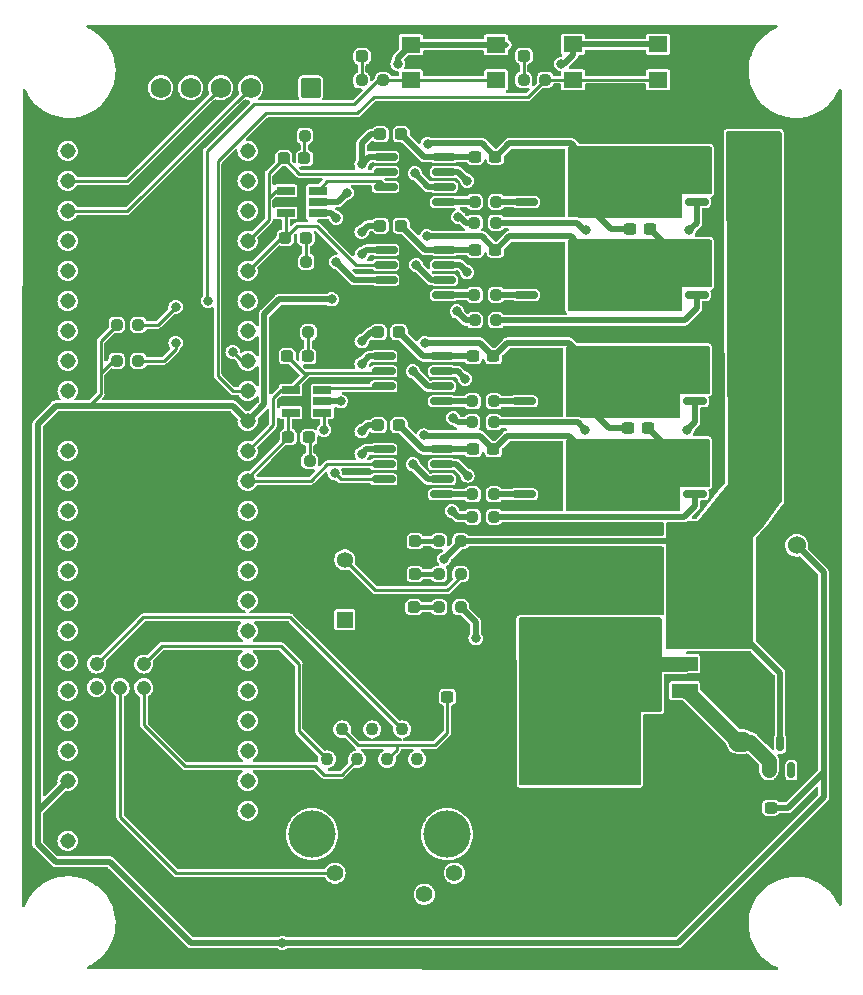
<source format=gtl>
G04 #@! TF.GenerationSoftware,KiCad,Pcbnew,(6.0.7)*
G04 #@! TF.CreationDate,2023-03-21T01:18:23-05:00*
G04 #@! TF.ProjectId,SignalStack_Board,5369676e-616c-4537-9461-636b5f426f61,rev?*
G04 #@! TF.SameCoordinates,Original*
G04 #@! TF.FileFunction,Copper,L1,Top*
G04 #@! TF.FilePolarity,Positive*
%FSLAX46Y46*%
G04 Gerber Fmt 4.6, Leading zero omitted, Abs format (unit mm)*
G04 Created by KiCad (PCBNEW (6.0.7)) date 2023-03-21 01:18:23*
%MOMM*%
%LPD*%
G01*
G04 APERTURE LIST*
G04 Aperture macros list*
%AMRoundRect*
0 Rectangle with rounded corners*
0 $1 Rounding radius*
0 $2 $3 $4 $5 $6 $7 $8 $9 X,Y pos of 4 corners*
0 Add a 4 corners polygon primitive as box body*
4,1,4,$2,$3,$4,$5,$6,$7,$8,$9,$2,$3,0*
0 Add four circle primitives for the rounded corners*
1,1,$1+$1,$2,$3*
1,1,$1+$1,$4,$5*
1,1,$1+$1,$6,$7*
1,1,$1+$1,$8,$9*
0 Add four rect primitives between the rounded corners*
20,1,$1+$1,$2,$3,$4,$5,0*
20,1,$1+$1,$4,$5,$6,$7,0*
20,1,$1+$1,$6,$7,$8,$9,0*
20,1,$1+$1,$8,$9,$2,$3,0*%
G04 Aperture macros list end*
G04 #@! TA.AperFunction,SMDPad,CuDef*
%ADD10RoundRect,0.237500X0.287500X0.237500X-0.287500X0.237500X-0.287500X-0.237500X0.287500X-0.237500X0*%
G04 #@! TD*
G04 #@! TA.AperFunction,SMDPad,CuDef*
%ADD11RoundRect,0.237500X-0.300000X-0.237500X0.300000X-0.237500X0.300000X0.237500X-0.300000X0.237500X0*%
G04 #@! TD*
G04 #@! TA.AperFunction,SMDPad,CuDef*
%ADD12RoundRect,0.237500X-0.250000X-0.237500X0.250000X-0.237500X0.250000X0.237500X-0.250000X0.237500X0*%
G04 #@! TD*
G04 #@! TA.AperFunction,SMDPad,CuDef*
%ADD13RoundRect,0.237500X0.300000X0.237500X-0.300000X0.237500X-0.300000X-0.237500X0.300000X-0.237500X0*%
G04 #@! TD*
G04 #@! TA.AperFunction,ComponentPad*
%ADD14RoundRect,0.250000X0.620000X0.620000X-0.620000X0.620000X-0.620000X-0.620000X0.620000X-0.620000X0*%
G04 #@! TD*
G04 #@! TA.AperFunction,ComponentPad*
%ADD15C,1.740000*%
G04 #@! TD*
G04 #@! TA.AperFunction,SMDPad,CuDef*
%ADD16RoundRect,0.237500X0.250000X0.237500X-0.250000X0.237500X-0.250000X-0.237500X0.250000X-0.237500X0*%
G04 #@! TD*
G04 #@! TA.AperFunction,SMDPad,CuDef*
%ADD17R,1.600000X1.400000*%
G04 #@! TD*
G04 #@! TA.AperFunction,SMDPad,CuDef*
%ADD18RoundRect,0.150000X-0.825000X-0.150000X0.825000X-0.150000X0.825000X0.150000X-0.825000X0.150000X0*%
G04 #@! TD*
G04 #@! TA.AperFunction,ComponentPad*
%ADD19C,1.100000*%
G04 #@! TD*
G04 #@! TA.AperFunction,ComponentPad*
%ADD20C,1.400000*%
G04 #@! TD*
G04 #@! TA.AperFunction,ComponentPad*
%ADD21C,4.000000*%
G04 #@! TD*
G04 #@! TA.AperFunction,ComponentPad*
%ADD22C,2.000000*%
G04 #@! TD*
G04 #@! TA.AperFunction,SMDPad,CuDef*
%ADD23R,1.560000X0.650000*%
G04 #@! TD*
G04 #@! TA.AperFunction,SMDPad,CuDef*
%ADD24R,1.800000X2.400000*%
G04 #@! TD*
G04 #@! TA.AperFunction,ComponentPad*
%ADD25C,1.308000*%
G04 #@! TD*
G04 #@! TA.AperFunction,ComponentPad*
%ADD26C,1.208000*%
G04 #@! TD*
G04 #@! TA.AperFunction,ComponentPad*
%ADD27R,1.358000X1.358000*%
G04 #@! TD*
G04 #@! TA.AperFunction,ComponentPad*
%ADD28C,1.358000*%
G04 #@! TD*
G04 #@! TA.AperFunction,SMDPad,CuDef*
%ADD29RoundRect,0.150000X0.150000X-0.512500X0.150000X0.512500X-0.150000X0.512500X-0.150000X-0.512500X0*%
G04 #@! TD*
G04 #@! TA.AperFunction,SMDPad,CuDef*
%ADD30RoundRect,0.237500X-0.287500X-0.237500X0.287500X-0.237500X0.287500X0.237500X-0.287500X0.237500X0*%
G04 #@! TD*
G04 #@! TA.AperFunction,SMDPad,CuDef*
%ADD31R,2.200000X1.200000*%
G04 #@! TD*
G04 #@! TA.AperFunction,SMDPad,CuDef*
%ADD32R,6.400000X5.800000*%
G04 #@! TD*
G04 #@! TA.AperFunction,SMDPad,CuDef*
%ADD33RoundRect,0.237500X0.237500X-0.250000X0.237500X0.250000X-0.237500X0.250000X-0.237500X-0.250000X0*%
G04 #@! TD*
G04 #@! TA.AperFunction,ComponentPad*
%ADD34C,1.524000*%
G04 #@! TD*
G04 #@! TA.AperFunction,ComponentPad*
%ADD35O,5.100000X3.000000*%
G04 #@! TD*
G04 #@! TA.AperFunction,ComponentPad*
%ADD36O,3.000000X5.100000*%
G04 #@! TD*
G04 #@! TA.AperFunction,ViaPad*
%ADD37C,0.800000*%
G04 #@! TD*
G04 #@! TA.AperFunction,Conductor*
%ADD38C,0.508000*%
G04 #@! TD*
G04 #@! TA.AperFunction,Conductor*
%ADD39C,0.254000*%
G04 #@! TD*
G04 #@! TA.AperFunction,Conductor*
%ADD40C,1.270000*%
G04 #@! TD*
G04 #@! TA.AperFunction,Conductor*
%ADD41C,0.381000*%
G04 #@! TD*
G04 #@! TA.AperFunction,Conductor*
%ADD42C,1.651000*%
G04 #@! TD*
G04 #@! TA.AperFunction,Conductor*
%ADD43C,0.250000*%
G04 #@! TD*
G04 APERTURE END LIST*
D10*
X144385000Y-84201000D03*
X142635000Y-84201000D03*
D11*
X150831300Y-77216000D03*
X152556300Y-77216000D03*
D12*
X150589000Y-91821000D03*
X152414000Y-91821000D03*
D11*
X150662500Y-86233000D03*
X152387500Y-86233000D03*
D10*
X143011500Y-60833000D03*
X141261500Y-60833000D03*
D12*
X150612500Y-90043000D03*
X152437500Y-90043000D03*
X150612500Y-99822000D03*
X152437500Y-99822000D03*
D13*
X155421500Y-115189000D03*
X153696500Y-115189000D03*
D10*
X144567800Y-67437000D03*
X142817800Y-67437000D03*
D12*
X147781000Y-101877500D03*
X149606000Y-101877500D03*
D14*
X136906000Y-63488000D03*
D15*
X134366000Y-63488000D03*
X131826000Y-63488000D03*
X129286000Y-63488000D03*
X126746000Y-63488000D03*
X124206000Y-63488000D03*
D16*
X156765000Y-62827500D03*
X154940000Y-62827500D03*
D17*
X159110500Y-59803500D03*
X166310500Y-59803500D03*
X166310500Y-62803500D03*
X159110500Y-62803500D03*
D12*
X150804800Y-73152000D03*
X152629800Y-73152000D03*
D18*
X154963200Y-86233000D03*
X154963200Y-87503000D03*
X154963200Y-88773000D03*
X154963200Y-90043000D03*
X159913200Y-90043000D03*
X159913200Y-88773000D03*
X159913200Y-87503000D03*
X159913200Y-86233000D03*
X155132000Y-77216000D03*
X155132000Y-78486000D03*
X155132000Y-79756000D03*
X155132000Y-81026000D03*
X160082000Y-81026000D03*
X160082000Y-79756000D03*
X160082000Y-78486000D03*
X160082000Y-77216000D03*
X169441200Y-86233000D03*
X169441200Y-87503000D03*
X169441200Y-88773000D03*
X169441200Y-90043000D03*
X174391200Y-90043000D03*
X174391200Y-88773000D03*
X174391200Y-87503000D03*
X174391200Y-86233000D03*
X143249800Y-77216000D03*
X143249800Y-78486000D03*
X143249800Y-79756000D03*
X143249800Y-81026000D03*
X148199800Y-81026000D03*
X148199800Y-79756000D03*
X148199800Y-78486000D03*
X148199800Y-77216000D03*
D11*
X148489500Y-115062000D03*
X150214500Y-115062000D03*
D16*
X143049000Y-62865000D03*
X141224000Y-62865000D03*
D12*
X150781300Y-81026000D03*
X152606300Y-81026000D03*
D17*
X152594500Y-59841000D03*
X145394500Y-59841000D03*
X152594500Y-62841000D03*
X145394500Y-62841000D03*
D12*
X134989500Y-95097250D03*
X136814500Y-95097250D03*
D11*
X163912300Y-75438000D03*
X165637300Y-75438000D03*
D19*
X138303000Y-120350000D03*
X139573000Y-117810000D03*
X140843000Y-120350000D03*
X142113000Y-117810000D03*
X143383000Y-120350000D03*
X144653000Y-117810000D03*
X145923000Y-120350000D03*
X147193000Y-117810000D03*
D20*
X136423000Y-131780000D03*
X138963000Y-129990000D03*
X146533000Y-131780000D03*
X149073000Y-129990000D03*
D21*
X137033000Y-126700000D03*
X148463000Y-126700000D03*
D22*
X150623000Y-123650000D03*
X134873000Y-123650000D03*
D11*
X150831300Y-69342000D03*
X152556300Y-69342000D03*
D23*
X135210500Y-89093000D03*
X135210500Y-90043000D03*
X135210500Y-90993000D03*
X137910500Y-90993000D03*
X137910500Y-90043000D03*
X137910500Y-89093000D03*
D13*
X175868500Y-124460000D03*
X174143500Y-124460000D03*
D12*
X134714000Y-78232000D03*
X136539000Y-78232000D03*
D18*
X169610000Y-69342000D03*
X169610000Y-70612000D03*
X169610000Y-71882000D03*
X169610000Y-73152000D03*
X174560000Y-73152000D03*
X174560000Y-71882000D03*
X174560000Y-70612000D03*
X174560000Y-69342000D03*
D16*
X149606000Y-104671500D03*
X147781000Y-104671500D03*
D12*
X150612500Y-97917000D03*
X152437500Y-97917000D03*
D24*
X152527000Y-120142000D03*
X156577000Y-120142000D03*
D23*
X134794000Y-72202000D03*
X134794000Y-73152000D03*
X134794000Y-74102000D03*
X137494000Y-74102000D03*
X137494000Y-73152000D03*
X137494000Y-72202000D03*
D25*
X131572000Y-124714000D03*
X131572000Y-122174000D03*
X131572000Y-119634000D03*
X131572000Y-117094000D03*
X131572000Y-91694000D03*
X116332000Y-122174000D03*
X131572000Y-114554000D03*
X131572000Y-112014000D03*
X131572000Y-109474000D03*
X131572000Y-106934000D03*
X131572000Y-104394000D03*
X131572000Y-101854000D03*
X131572000Y-99314000D03*
X131572000Y-96774000D03*
X131572000Y-94234000D03*
X116332000Y-94234000D03*
X116332000Y-96774000D03*
X116332000Y-99314000D03*
X116332000Y-101854000D03*
X116332000Y-104394000D03*
X116332000Y-106934000D03*
X116332000Y-109474000D03*
X116332000Y-112014000D03*
X116332000Y-114554000D03*
X116332000Y-117094000D03*
X116332000Y-119634000D03*
X131572000Y-89154000D03*
X131572000Y-86614000D03*
X131572000Y-84074000D03*
X131572000Y-81534000D03*
X131572000Y-78994000D03*
X131572000Y-76454000D03*
X131572000Y-73914000D03*
X131572000Y-71374000D03*
X131572000Y-68834000D03*
X116332000Y-68834000D03*
X116332000Y-71374000D03*
X116332000Y-73914000D03*
X116332000Y-76454000D03*
X116332000Y-78994000D03*
X116332000Y-81534000D03*
X116332000Y-84074000D03*
X116332000Y-86614000D03*
X116332000Y-89154000D03*
X131572000Y-127254000D03*
X116332000Y-91694000D03*
X116332000Y-124714000D03*
D26*
X120782000Y-112284000D03*
X120782000Y-114284000D03*
X118782000Y-114284000D03*
X118782000Y-112284000D03*
X122782000Y-112284000D03*
X122782000Y-114284000D03*
D25*
X116332000Y-127254000D03*
D18*
X143249800Y-69342000D03*
X143249800Y-70612000D03*
X143249800Y-71882000D03*
X143249800Y-73152000D03*
X148199800Y-73152000D03*
X148199800Y-71882000D03*
X148199800Y-70612000D03*
X148199800Y-69342000D03*
D11*
X150662500Y-94107000D03*
X152387500Y-94107000D03*
D12*
X150781300Y-74930000D03*
X152606300Y-74930000D03*
D13*
X167867500Y-103632000D03*
X166142500Y-103632000D03*
X155421500Y-109601000D03*
X153696500Y-109601000D03*
D27*
X139799000Y-108526500D03*
D28*
X139799000Y-105986500D03*
X139799000Y-103446500D03*
D13*
X155421500Y-112395000D03*
X153696500Y-112395000D03*
D11*
X163743500Y-92329000D03*
X165468500Y-92329000D03*
D10*
X144385000Y-92075000D03*
X142635000Y-92075000D03*
D18*
X169610000Y-77216000D03*
X169610000Y-78486000D03*
X169610000Y-79756000D03*
X169610000Y-81026000D03*
X174560000Y-81026000D03*
X174560000Y-79756000D03*
X174560000Y-78486000D03*
X174560000Y-77216000D03*
D16*
X149606000Y-107465500D03*
X147781000Y-107465500D03*
D12*
X120499500Y-83566000D03*
X122324500Y-83566000D03*
D29*
X176657000Y-119004500D03*
X175707000Y-121279500D03*
X177607000Y-121279500D03*
D10*
X136763000Y-93065250D03*
X135013000Y-93065250D03*
D30*
X143895500Y-107465500D03*
X145645500Y-107465500D03*
D12*
X134596500Y-67564000D03*
X136421500Y-67564000D03*
D18*
X154963200Y-94107000D03*
X154963200Y-95377000D03*
X154963200Y-96647000D03*
X154963200Y-97917000D03*
X159913200Y-97917000D03*
X159913200Y-96647000D03*
X159913200Y-95377000D03*
X159913200Y-94107000D03*
X143081000Y-94107000D03*
X143081000Y-95377000D03*
X143081000Y-96647000D03*
X143081000Y-97917000D03*
X148031000Y-97917000D03*
X148031000Y-96647000D03*
X148031000Y-95377000D03*
X148031000Y-94107000D03*
D12*
X134900000Y-84201000D03*
X136725000Y-84201000D03*
D30*
X144008500Y-104671500D03*
X145758500Y-104671500D03*
D10*
X136673500Y-86233000D03*
X134923500Y-86233000D03*
D12*
X120499500Y-86614000D03*
X122324500Y-86614000D03*
X150804800Y-83185000D03*
X152629800Y-83185000D03*
D10*
X136384000Y-69469000D03*
X134634000Y-69469000D03*
D31*
X168582000Y-114547000D03*
D32*
X162282000Y-112267000D03*
D31*
X168582000Y-112267000D03*
X168582000Y-109987000D03*
D10*
X136511000Y-76200000D03*
X134761000Y-76200000D03*
D18*
X143081000Y-86233000D03*
X143081000Y-87503000D03*
X143081000Y-88773000D03*
X143081000Y-90043000D03*
X148031000Y-90043000D03*
X148031000Y-88773000D03*
X148031000Y-87503000D03*
X148031000Y-86233000D03*
D10*
X156727500Y-60795500D03*
X154977500Y-60795500D03*
X144567800Y-75184000D03*
X142817800Y-75184000D03*
D30*
X144008500Y-101877500D03*
X145758500Y-101877500D03*
D33*
X173101000Y-120673500D03*
X173101000Y-118848500D03*
D18*
X169441200Y-94107000D03*
X169441200Y-95377000D03*
X169441200Y-96647000D03*
X169441200Y-97917000D03*
X174391200Y-97917000D03*
X174391200Y-96647000D03*
X174391200Y-95377000D03*
X174391200Y-94107000D03*
D34*
X172974000Y-102235000D03*
X175514000Y-102235000D03*
X178054000Y-102235000D03*
D18*
X155132000Y-69342000D03*
X155132000Y-70612000D03*
X155132000Y-71882000D03*
X155132000Y-73152000D03*
X160082000Y-73152000D03*
X160082000Y-71882000D03*
X160082000Y-70612000D03*
X160082000Y-69342000D03*
D35*
X168783000Y-120013100D03*
X160909000Y-120013100D03*
D36*
X163894800Y-88392000D03*
X163894800Y-96266000D03*
X163894800Y-71628000D03*
X163894800Y-79502000D03*
D37*
X141224000Y-69977000D03*
X141224000Y-94488000D03*
X141224000Y-92583000D03*
X141229714Y-77597000D03*
X148209000Y-103378000D03*
X141224000Y-84963000D03*
X141224000Y-86868000D03*
X141224000Y-75692000D03*
X157662800Y-78486000D03*
X157662800Y-79756000D03*
X157494000Y-95377000D03*
X145034000Y-90170000D03*
X157494000Y-88773000D03*
X157662800Y-70612000D03*
X157494000Y-87503000D03*
X145724800Y-73152000D03*
X157494000Y-90043000D03*
X134493000Y-87630000D03*
X157494000Y-96647000D03*
X157494000Y-86233000D03*
X157662800Y-73152000D03*
X145556000Y-97917000D03*
X157494000Y-94107000D03*
X157662800Y-77216000D03*
X157662800Y-71882000D03*
X134493000Y-70739000D03*
X157662800Y-69342000D03*
X137795000Y-113411000D03*
X145724800Y-81026000D03*
X157494000Y-97917000D03*
X157662800Y-81026000D03*
X139954000Y-72390000D03*
X150876000Y-110109000D03*
X134493000Y-135890000D03*
X158115000Y-61468000D03*
X138684000Y-81407000D03*
X139446000Y-90043000D03*
X144272000Y-61468000D03*
X145556000Y-87503000D03*
X146572000Y-85090000D03*
X146804300Y-68262500D03*
X145724800Y-70739000D03*
X146477016Y-92931984D03*
X145556000Y-95377000D03*
X146740800Y-76073000D03*
X145851800Y-78486000D03*
X125476000Y-82042000D03*
X125476000Y-85090000D03*
X168797000Y-92456000D03*
X160161000Y-92456000D03*
X160202800Y-75565000D03*
X168965800Y-75565000D03*
X148985000Y-91440000D03*
X150001000Y-88138000D03*
X150169800Y-71374000D03*
X149407800Y-74422000D03*
X148858000Y-99314000D03*
X150191500Y-96329500D03*
X149280800Y-82423000D03*
X150169800Y-79121000D03*
X128219200Y-81534000D03*
X130302000Y-85852000D03*
X138938000Y-96139000D03*
X138049000Y-92456000D03*
X139080816Y-74509461D03*
X139065000Y-78232000D03*
D38*
X141732000Y-92075000D02*
X142635000Y-92075000D01*
X141224000Y-69977000D02*
X141224000Y-68199000D01*
X141986000Y-84201000D02*
X142635000Y-84201000D01*
X149606000Y-101877500D02*
X168505500Y-101877500D01*
X176657000Y-113030000D02*
X172847000Y-109220000D01*
X141224000Y-86868000D02*
X141859000Y-86233000D01*
X148209000Y-103378000D02*
X149606000Y-101981000D01*
X141224000Y-84963000D02*
X141986000Y-84201000D01*
X141224000Y-92583000D02*
X141732000Y-92075000D01*
X141859000Y-86233000D02*
X143081000Y-86233000D01*
X141732000Y-75184000D02*
X142817800Y-75184000D01*
X176657000Y-119004500D02*
X176657000Y-113030000D01*
X141986000Y-67437000D02*
X142817800Y-67437000D01*
X141224000Y-75692000D02*
X141732000Y-75184000D01*
X141224000Y-94488000D02*
X141605000Y-94107000D01*
X141610714Y-77216000D02*
X143249800Y-77216000D01*
X141224000Y-69977000D02*
X141859000Y-69342000D01*
X141605000Y-94107000D02*
X143081000Y-94107000D01*
X149606000Y-101981000D02*
X149606000Y-101877500D01*
X141224000Y-68199000D02*
X141986000Y-67437000D01*
X141859000Y-69342000D02*
X143249800Y-69342000D01*
X141229714Y-77597000D02*
X141610714Y-77216000D01*
X180340000Y-123571000D02*
X180340000Y-122555000D01*
D39*
X119126000Y-87630000D02*
X119126000Y-89408000D01*
D38*
X180340000Y-104521000D02*
X178054000Y-102235000D01*
X180340000Y-120523000D02*
X180340000Y-121412000D01*
X115316000Y-129032000D02*
X113792000Y-127508000D01*
X130302000Y-90424000D02*
X131572000Y-91694000D01*
X158335000Y-61502000D02*
X159110500Y-60726500D01*
D39*
X119126000Y-89408000D02*
X118110000Y-90424000D01*
D38*
X118110000Y-90424000D02*
X130302000Y-90424000D01*
X168021000Y-135890000D02*
X180340000Y-123571000D01*
X152594500Y-59841000D02*
X152701500Y-59841000D01*
X180340000Y-122555000D02*
X180340000Y-104521000D01*
X150876000Y-108735500D02*
X149606000Y-107465500D01*
X139192000Y-73152000D02*
X137494000Y-73152000D01*
X134493000Y-135890000D02*
X168021000Y-135890000D01*
X158115000Y-61502000D02*
X158335000Y-61502000D01*
X159110500Y-59803500D02*
X166310500Y-59803500D01*
X131572000Y-91694000D02*
X132969000Y-90297000D01*
X145394500Y-59841000D02*
X152594500Y-59841000D01*
X134239000Y-81407000D02*
X138684000Y-81407000D01*
X177292000Y-124460000D02*
X175868500Y-124460000D01*
X113792000Y-127508000D02*
X113792000Y-124714000D01*
D39*
X119126000Y-84939500D02*
X119126000Y-87630000D01*
D38*
X115316000Y-90424000D02*
X118110000Y-90424000D01*
D39*
X120142000Y-86614000D02*
X119126000Y-87630000D01*
D38*
X134493000Y-135890000D02*
X126746000Y-135890000D01*
X150876000Y-110109000D02*
X150876000Y-108735500D01*
X132969000Y-90297000D02*
X132969000Y-82677000D01*
D39*
X120499500Y-86614000D02*
X120142000Y-86614000D01*
D38*
X144272000Y-60963500D02*
X145394500Y-59841000D01*
X166310500Y-59803500D02*
X166310500Y-59735500D01*
X180340000Y-121412000D02*
X177292000Y-124460000D01*
X113792000Y-91948000D02*
X115316000Y-90424000D01*
X132969000Y-82677000D02*
X134239000Y-81407000D01*
X126746000Y-135890000D02*
X119888000Y-129032000D01*
X159110500Y-60726500D02*
X159110500Y-59837500D01*
X113792000Y-124714000D02*
X116332000Y-122174000D01*
X119888000Y-129032000D02*
X115316000Y-129032000D01*
X139954000Y-72390000D02*
X139192000Y-73152000D01*
D39*
X120499500Y-83566000D02*
X119126000Y-84939500D01*
D38*
X149606000Y-107569000D02*
X149606000Y-107465500D01*
X113792000Y-124714000D02*
X113792000Y-91948000D01*
X139446000Y-90043000D02*
X137910500Y-90043000D01*
X153463500Y-59841000D02*
X152594500Y-59841000D01*
X144272000Y-61468000D02*
X144272000Y-60963500D01*
D39*
X148489500Y-118083500D02*
X148489500Y-115062000D01*
X144191000Y-119126000D02*
X144191000Y-119542000D01*
X140889000Y-119126000D02*
X139573000Y-117810000D01*
X144191000Y-119126000D02*
X140889000Y-119126000D01*
X144191000Y-119542000D02*
X143383000Y-120350000D01*
X144191000Y-119126000D02*
X147447000Y-119126000D01*
X147447000Y-119126000D02*
X148489500Y-118083500D01*
D40*
X162282000Y-112267000D02*
X168582000Y-112267000D01*
D38*
X148031000Y-86233000D02*
X150662500Y-86233000D01*
X144385000Y-84201000D02*
X144413000Y-84201000D01*
X146445000Y-86233000D02*
X148031000Y-86233000D01*
X144413000Y-84201000D02*
X146445000Y-86233000D01*
X146826000Y-88773000D02*
X145556000Y-87503000D01*
X148031000Y-88773000D02*
X146826000Y-88773000D01*
X152387500Y-86233000D02*
X152414000Y-86233000D01*
X146572000Y-85090000D02*
X151244500Y-85090000D01*
X162199200Y-92329000D02*
X159913200Y-90043000D01*
X153557000Y-85090000D02*
X158770200Y-85090000D01*
X163743500Y-92329000D02*
X162199200Y-92329000D01*
X158770200Y-85090000D02*
X159913200Y-86233000D01*
X151244500Y-85090000D02*
X152387500Y-86233000D01*
X152414000Y-86233000D02*
X153557000Y-85090000D01*
X144567800Y-67437000D02*
X144581800Y-67437000D01*
X148199800Y-69342000D02*
X150831300Y-69342000D01*
X144581800Y-67437000D02*
X146486800Y-69342000D01*
X146486800Y-69342000D02*
X148199800Y-69342000D01*
X163912300Y-75438000D02*
X162368000Y-75438000D01*
X158939000Y-68199000D02*
X160082000Y-69342000D01*
X152582800Y-69342000D02*
X153725800Y-68199000D01*
X146867800Y-68199000D02*
X146804300Y-68262500D01*
X148199800Y-71882000D02*
X146867800Y-71882000D01*
X152556300Y-69342000D02*
X152582800Y-69342000D01*
X151413300Y-68199000D02*
X146867800Y-68199000D01*
X162368000Y-75438000D02*
X160082000Y-73152000D01*
X146867800Y-71882000D02*
X145724800Y-70739000D01*
X153725800Y-68199000D02*
X158939000Y-68199000D01*
X152556300Y-69342000D02*
X151413300Y-68199000D01*
X144385000Y-92075000D02*
X144413000Y-92075000D01*
X148031000Y-94107000D02*
X150662500Y-94107000D01*
X144413000Y-92075000D02*
X146445000Y-94107000D01*
X146445000Y-94107000D02*
X148031000Y-94107000D01*
X146613800Y-77216000D02*
X148199800Y-77216000D01*
X144581800Y-75184000D02*
X146613800Y-77216000D01*
X148199800Y-77216000D02*
X150831300Y-77216000D01*
X144567800Y-75184000D02*
X144581800Y-75184000D01*
D41*
X147781000Y-107465500D02*
X145645500Y-107465500D01*
X147781000Y-101877500D02*
X145758500Y-101877500D01*
X147781000Y-104671500D02*
X145758500Y-104671500D01*
D39*
X136673500Y-84252500D02*
X136725000Y-84201000D01*
X136673500Y-86233000D02*
X136673500Y-84252500D01*
D38*
X167246500Y-94107000D02*
X165468500Y-92329000D01*
X158770200Y-92964000D02*
X159913200Y-94107000D01*
X148031000Y-96647000D02*
X146826000Y-96647000D01*
X146477016Y-92931984D02*
X146509032Y-92964000D01*
X152414000Y-94107000D02*
X153557000Y-92964000D01*
X152387500Y-94107000D02*
X152414000Y-94107000D01*
X169441200Y-94107000D02*
X167246500Y-94107000D01*
X153557000Y-92964000D02*
X158770200Y-92964000D01*
X151244500Y-92964000D02*
X152387500Y-94107000D01*
X146826000Y-96647000D02*
X145556000Y-95377000D01*
X146509032Y-92964000D02*
X151244500Y-92964000D01*
D39*
X136435500Y-67550000D02*
X136435500Y-67437000D01*
X136384000Y-69469000D02*
X136384000Y-67601500D01*
X136384000Y-67601500D02*
X136435500Y-67550000D01*
D38*
X148199800Y-79756000D02*
X147121800Y-79756000D01*
X151413300Y-76073000D02*
X152556300Y-77216000D01*
X152556300Y-77216000D02*
X152582800Y-77216000D01*
X147121800Y-79756000D02*
X145851800Y-78486000D01*
X167415300Y-77216000D02*
X165637300Y-75438000D01*
X152582800Y-77216000D02*
X153725800Y-76073000D01*
X153725800Y-76073000D02*
X158939000Y-76073000D01*
X146740800Y-76073000D02*
X151413300Y-76073000D01*
X169610000Y-77216000D02*
X167415300Y-77216000D01*
X158939000Y-76073000D02*
X160082000Y-77216000D01*
D39*
X136814500Y-93116750D02*
X136763000Y-93065250D01*
X136814500Y-95097250D02*
X136814500Y-93116750D01*
X135210500Y-89093000D02*
X136673500Y-87630000D01*
X133731000Y-92075000D02*
X133731000Y-89789000D01*
X143081000Y-87503000D02*
X142954000Y-87630000D01*
X136673500Y-87630000D02*
X138176000Y-87630000D01*
X142954000Y-87630000D02*
X136320500Y-87630000D01*
X134427000Y-89093000D02*
X135210500Y-89093000D01*
X131572000Y-94234000D02*
X133731000Y-92075000D01*
X133731000Y-89789000D02*
X134427000Y-89093000D01*
X143020000Y-87564000D02*
X143081000Y-87503000D01*
X134890500Y-86200000D02*
X134923500Y-86233000D01*
X136320500Y-87630000D02*
X134923500Y-86233000D01*
X136511000Y-76200000D02*
X136511000Y-78204000D01*
X136511000Y-78204000D02*
X136539000Y-78232000D01*
X134634000Y-69469000D02*
X135944000Y-70779000D01*
X143082800Y-70779000D02*
X143249800Y-70612000D01*
X133350000Y-72837000D02*
X133350000Y-70753000D01*
X133350000Y-70753000D02*
X134634000Y-69469000D01*
X133985000Y-72202000D02*
X134794000Y-72202000D01*
X131572000Y-76454000D02*
X133350000Y-74676000D01*
X133350000Y-72837000D02*
X133985000Y-72202000D01*
X131633000Y-76393000D02*
X131572000Y-76454000D01*
X135944000Y-70779000D02*
X143082800Y-70779000D01*
X133350000Y-74676000D02*
X133350000Y-72837000D01*
D40*
X175707000Y-120462000D02*
X174093500Y-118848500D01*
X175707000Y-121279500D02*
X175707000Y-120462000D01*
D42*
X173549652Y-118848500D02*
X173101000Y-118848500D01*
D40*
X168799500Y-114547000D02*
X168582000Y-114547000D01*
X174093500Y-118848500D02*
X173549652Y-118848500D01*
X173101000Y-118848500D02*
X168799500Y-114547000D01*
D39*
X142397500Y-106045000D02*
X148463000Y-106045000D01*
X149606000Y-104902000D02*
X149606000Y-104671500D01*
X148463000Y-106045000D02*
X149606000Y-104902000D01*
X139799000Y-103446500D02*
X142397500Y-106045000D01*
X116332000Y-73914000D02*
X121400000Y-73914000D01*
X121400000Y-73914000D02*
X131826000Y-63488000D01*
X121400000Y-71374000D02*
X116332000Y-71374000D01*
X129286000Y-63488000D02*
X121400000Y-71374000D01*
X122324500Y-83566000D02*
X123952000Y-83566000D01*
X123952000Y-83566000D02*
X125476000Y-82042000D01*
X125476000Y-85090000D02*
X125476000Y-85598000D01*
X125476000Y-85598000D02*
X124460000Y-86614000D01*
X124460000Y-86614000D02*
X122324500Y-86614000D01*
D38*
X169441200Y-90043000D02*
X169441200Y-91811800D01*
X169441200Y-91811800D02*
X168797000Y-92456000D01*
X152414000Y-91821000D02*
X159272000Y-91821000D01*
X159526000Y-91821000D02*
X160161000Y-92456000D01*
X159272000Y-91821000D02*
X159526000Y-91821000D01*
X152437500Y-90043000D02*
X154963200Y-90043000D01*
X160075800Y-75565000D02*
X160202800Y-75565000D01*
X152606300Y-74930000D02*
X159440800Y-74930000D01*
X159440800Y-74930000D02*
X160075800Y-75565000D01*
X169610000Y-74920800D02*
X168965800Y-75565000D01*
X169610000Y-73152000D02*
X169610000Y-74920800D01*
X152629800Y-73152000D02*
X155132000Y-73152000D01*
X169441200Y-97917000D02*
X169441200Y-98923800D01*
X168543000Y-99822000D02*
X152437500Y-99822000D01*
X169441200Y-98923800D02*
X168543000Y-99822000D01*
X152437500Y-97917000D02*
X154963200Y-97917000D01*
X168584800Y-83185000D02*
X169610000Y-82159800D01*
X152629800Y-83185000D02*
X168584800Y-83185000D01*
X169610000Y-82159800D02*
X169610000Y-81026000D01*
X152606300Y-81026000D02*
X155132000Y-81026000D01*
X149366000Y-91821000D02*
X150589000Y-91821000D01*
X148985000Y-91440000D02*
X149366000Y-91821000D01*
X148031000Y-87503000D02*
X149366000Y-87503000D01*
X149366000Y-87503000D02*
X150001000Y-88138000D01*
X148031000Y-90043000D02*
X150612500Y-90043000D01*
X149407800Y-70612000D02*
X150169800Y-71374000D01*
X149534800Y-74422000D02*
X150042800Y-74930000D01*
X150042800Y-74930000D02*
X150781300Y-74930000D01*
X148199800Y-70612000D02*
X149407800Y-70612000D01*
X149407800Y-74422000D02*
X149534800Y-74422000D01*
X148199800Y-73152000D02*
X150804800Y-73152000D01*
X148858000Y-99314000D02*
X149366000Y-99822000D01*
X149239000Y-95377000D02*
X150191500Y-96329500D01*
X149366000Y-99822000D02*
X150612500Y-99822000D01*
X148031000Y-95377000D02*
X149239000Y-95377000D01*
X148031000Y-97917000D02*
X150612500Y-97917000D01*
X148199800Y-78486000D02*
X149534800Y-78486000D01*
X150042800Y-83185000D02*
X150804800Y-83185000D01*
X149280800Y-82423000D02*
X150042800Y-83185000D01*
X149534800Y-78486000D02*
X150169800Y-79121000D01*
X148199800Y-81026000D02*
X150781300Y-81026000D01*
D39*
X141224000Y-60870500D02*
X141261500Y-60833000D01*
X141224000Y-62865000D02*
X141224000Y-60870500D01*
X154940000Y-60833000D02*
X154977500Y-60795500D01*
X154940000Y-62827500D02*
X154940000Y-60833000D01*
X120782000Y-125227000D02*
X120782000Y-114284000D01*
X138963000Y-129990000D02*
X125545000Y-129990000D01*
X125545000Y-129990000D02*
X120782000Y-125227000D01*
X131064000Y-86614000D02*
X131572000Y-86614000D01*
X128143000Y-68834000D02*
X132080000Y-64897000D01*
X140589000Y-64897000D02*
X142621000Y-62865000D01*
X142621000Y-62865000D02*
X143049000Y-62865000D01*
X152594500Y-62841000D02*
X145394500Y-62841000D01*
X130302000Y-85852000D02*
X131064000Y-86614000D01*
X143025500Y-62865000D02*
X143049000Y-62865000D01*
X143073000Y-62841000D02*
X143049000Y-62865000D01*
X128219200Y-81534000D02*
X128143000Y-81457800D01*
X128143000Y-81457800D02*
X128143000Y-68834000D01*
X132080000Y-64897000D02*
X140589000Y-64897000D01*
X145394500Y-62841000D02*
X143073000Y-62841000D01*
X134366000Y-110744000D02*
X124333000Y-110744000D01*
X138303000Y-120350000D02*
X135890000Y-117937000D01*
X124068000Y-110998000D02*
X122782000Y-112284000D01*
X124333000Y-110744000D02*
X124079000Y-110998000D01*
X135890000Y-117937000D02*
X135890000Y-112268000D01*
X124079000Y-110998000D02*
X124068000Y-110998000D01*
X135890000Y-112268000D02*
X134366000Y-110744000D01*
X131572000Y-96774000D02*
X131572000Y-96520000D01*
X131572000Y-96520000D02*
X135013000Y-93079000D01*
X136906000Y-96774000D02*
X138303000Y-95377000D01*
X135013000Y-91190500D02*
X135210500Y-90993000D01*
X135013000Y-93079000D02*
X135013000Y-93065250D01*
X131572000Y-96774000D02*
X136906000Y-96774000D01*
X135013000Y-93065250D02*
X135013000Y-91190500D01*
X134980000Y-93098250D02*
X135013000Y-93065250D01*
X138303000Y-95377000D02*
X143081000Y-95377000D01*
X132273000Y-78293000D02*
X131572000Y-78994000D01*
X134366000Y-76200000D02*
X134761000Y-76200000D01*
X135777000Y-75184000D02*
X137414000Y-75184000D01*
X134736800Y-76224200D02*
X134761000Y-76200000D01*
D43*
X134794000Y-75908000D02*
X134761000Y-75941000D01*
D39*
X140716000Y-78486000D02*
X143249800Y-78486000D01*
X134794000Y-74102000D02*
X134794000Y-75908000D01*
X134761000Y-76200000D02*
X135777000Y-75184000D01*
X132273000Y-78293000D02*
X134366000Y-76200000D01*
X137414000Y-75184000D02*
X140716000Y-78486000D01*
X137910500Y-89093000D02*
X138103500Y-88900000D01*
X138103500Y-88900000D02*
X142954000Y-88900000D01*
X142954000Y-88900000D02*
X143081000Y-88773000D01*
X142741800Y-71374000D02*
X138322000Y-71374000D01*
X138322000Y-71374000D02*
X137494000Y-72202000D01*
X143249800Y-71882000D02*
X142741800Y-71374000D01*
X138049000Y-91131500D02*
X137910500Y-90993000D01*
X140843000Y-96647000D02*
X139446000Y-96647000D01*
X139446000Y-96647000D02*
X138938000Y-96139000D01*
X143081000Y-96647000D02*
X140843000Y-96647000D01*
X138049000Y-92456000D02*
X138049000Y-91131500D01*
D38*
X140589000Y-79756000D02*
X143249800Y-79756000D01*
X139065000Y-78232000D02*
X140589000Y-79756000D01*
X139080816Y-74509461D02*
X138673355Y-74102000D01*
X138673355Y-74102000D02*
X137494000Y-74102000D01*
D39*
X131572000Y-89154000D02*
X131572000Y-89471500D01*
X131572000Y-89154000D02*
X130302000Y-89154000D01*
X131572000Y-89154000D02*
X131826000Y-88900000D01*
X129032000Y-69723000D02*
X133096000Y-65659000D01*
X142240000Y-64262000D02*
X155330500Y-64262000D01*
X140843000Y-65659000D02*
X142240000Y-64262000D01*
X130302000Y-89154000D02*
X129032000Y-87884000D01*
X133096000Y-65659000D02*
X140843000Y-65659000D01*
X155330500Y-64262000D02*
X156765000Y-62827500D01*
X159110500Y-62803500D02*
X156789000Y-62803500D01*
X166310500Y-62803500D02*
X159110500Y-62803500D01*
X156789000Y-62803500D02*
X156765000Y-62827500D01*
X129032000Y-87884000D02*
X129032000Y-69723000D01*
X122782000Y-117448000D02*
X122782000Y-114284000D01*
X139527000Y-121666000D02*
X138042459Y-121666000D01*
X137280459Y-120904000D02*
X126238000Y-120904000D01*
X140843000Y-120350000D02*
X139527000Y-121666000D01*
X126238000Y-120904000D02*
X122782000Y-117448000D01*
X138042459Y-121666000D02*
X137280459Y-120904000D01*
X122735000Y-108331000D02*
X135174000Y-108331000D01*
X135174000Y-108331000D02*
X144653000Y-117810000D01*
X118782000Y-112284000D02*
X122735000Y-108331000D01*
G04 #@! TA.AperFunction,Conductor*
G36*
X176403988Y-58189984D02*
G01*
X176450481Y-58243640D01*
X176460585Y-58313914D01*
X176431091Y-58378494D01*
X176390409Y-58409565D01*
X176073134Y-58561918D01*
X175735249Y-58767759D01*
X175732739Y-58769654D01*
X175432319Y-58996448D01*
X175419479Y-59006141D01*
X175417197Y-59008251D01*
X175417188Y-59008258D01*
X175257274Y-59156082D01*
X175128946Y-59274707D01*
X175126874Y-59277045D01*
X175126869Y-59277050D01*
X174868608Y-59568449D01*
X174868603Y-59568455D01*
X174866524Y-59570801D01*
X174634807Y-59891494D01*
X174436087Y-60233616D01*
X174434797Y-60236453D01*
X174434795Y-60236457D01*
X174290162Y-60554561D01*
X174272329Y-60593783D01*
X174271327Y-60596736D01*
X174271325Y-60596740D01*
X174238864Y-60692367D01*
X174145152Y-60968433D01*
X174131005Y-61029467D01*
X174059343Y-61338640D01*
X174055814Y-61353863D01*
X174005199Y-61746259D01*
X173993807Y-62141742D01*
X173994028Y-62144861D01*
X173994028Y-62144868D01*
X174012258Y-62402342D01*
X174021750Y-62536402D01*
X174088753Y-62926335D01*
X174089585Y-62929344D01*
X174089586Y-62929350D01*
X174139749Y-63110845D01*
X174194152Y-63307685D01*
X174195282Y-63310605D01*
X174195283Y-63310609D01*
X174325533Y-63647283D01*
X174336906Y-63676681D01*
X174338321Y-63679475D01*
X174338324Y-63679483D01*
X174446262Y-63892700D01*
X174515603Y-64029675D01*
X174517294Y-64032324D01*
X174517295Y-64032326D01*
X174640499Y-64225346D01*
X174728475Y-64363175D01*
X174973418Y-64673883D01*
X174975593Y-64676139D01*
X174975598Y-64676145D01*
X175058924Y-64762582D01*
X175248009Y-64958728D01*
X175250402Y-64960761D01*
X175547139Y-65212858D01*
X175547143Y-65212861D01*
X175549534Y-65214892D01*
X175552114Y-65216675D01*
X175872437Y-65438065D01*
X175872442Y-65438068D01*
X175875009Y-65439842D01*
X175877744Y-65441355D01*
X175877749Y-65441358D01*
X175877874Y-65441427D01*
X176221218Y-65631354D01*
X176224087Y-65632587D01*
X176224098Y-65632592D01*
X176581867Y-65786301D01*
X176584735Y-65787533D01*
X176587712Y-65788474D01*
X176587716Y-65788476D01*
X176716491Y-65829202D01*
X176961967Y-65906836D01*
X176965035Y-65907480D01*
X176965036Y-65907480D01*
X177155575Y-65947459D01*
X177349183Y-65988082D01*
X177352301Y-65988418D01*
X177740102Y-66030205D01*
X177740105Y-66030205D01*
X177742553Y-66030469D01*
X177745016Y-66030540D01*
X177745017Y-66030540D01*
X177748666Y-66030645D01*
X177799871Y-66032120D01*
X178070932Y-66032120D01*
X178072495Y-66032042D01*
X178072503Y-66032042D01*
X178168871Y-66027244D01*
X178366738Y-66017394D01*
X178369823Y-66016930D01*
X178369825Y-66016930D01*
X178754896Y-65959037D01*
X178757989Y-65958572D01*
X178836499Y-65938633D01*
X179138419Y-65861955D01*
X179138422Y-65861954D01*
X179141462Y-65861182D01*
X179144410Y-65860112D01*
X179510429Y-65727254D01*
X179510439Y-65727250D01*
X179513367Y-65726187D01*
X179870026Y-65554922D01*
X180207911Y-65349081D01*
X180392809Y-65209497D01*
X180521187Y-65112582D01*
X180521190Y-65112580D01*
X180523681Y-65110699D01*
X180525968Y-65108585D01*
X180525972Y-65108582D01*
X180811917Y-64844256D01*
X180814214Y-64842133D01*
X180816291Y-64839790D01*
X181074552Y-64548391D01*
X181074557Y-64548385D01*
X181076636Y-64546039D01*
X181082021Y-64538587D01*
X181206986Y-64365636D01*
X181308353Y-64225346D01*
X181507073Y-63883224D01*
X181517250Y-63860842D01*
X181619393Y-63636189D01*
X181665797Y-63582456D01*
X181733884Y-63562340D01*
X181802038Y-63582229D01*
X181848620Y-63635807D01*
X181860094Y-63688334D01*
X181863420Y-132566837D01*
X181863424Y-132655154D01*
X181843425Y-132723276D01*
X181789772Y-132769771D01*
X181719498Y-132779878D01*
X181654916Y-132750388D01*
X181619912Y-132700623D01*
X181607386Y-132668246D01*
X181606254Y-132665319D01*
X181601109Y-132655154D01*
X181428976Y-132315128D01*
X181427557Y-132312325D01*
X181318839Y-132141999D01*
X181216372Y-131981468D01*
X181214685Y-131978825D01*
X180969742Y-131668117D01*
X180967567Y-131665861D01*
X180967562Y-131665855D01*
X180766832Y-131457630D01*
X180695151Y-131383272D01*
X180640284Y-131336659D01*
X180396021Y-131129142D01*
X180396013Y-131129135D01*
X180393626Y-131127108D01*
X180209326Y-130999730D01*
X180070723Y-130903935D01*
X180070714Y-130903930D01*
X180068151Y-130902158D01*
X180065416Y-130900645D01*
X180065411Y-130900642D01*
X179829728Y-130770270D01*
X179721942Y-130710646D01*
X179719073Y-130709413D01*
X179719062Y-130709408D01*
X179361293Y-130555699D01*
X179361290Y-130555698D01*
X179358425Y-130554467D01*
X179355448Y-130553526D01*
X179355444Y-130553524D01*
X179214483Y-130508944D01*
X178981193Y-130435164D01*
X178593977Y-130353918D01*
X178454121Y-130338848D01*
X178203058Y-130311795D01*
X178203055Y-130311795D01*
X178200607Y-130311531D01*
X178198144Y-130311460D01*
X178198143Y-130311460D01*
X178194494Y-130311355D01*
X178143289Y-130309880D01*
X177872228Y-130309880D01*
X177870665Y-130309958D01*
X177870657Y-130309958D01*
X177774289Y-130314756D01*
X177576422Y-130324606D01*
X177573337Y-130325070D01*
X177573335Y-130325070D01*
X177226392Y-130377231D01*
X177185171Y-130383428D01*
X177182136Y-130384199D01*
X177182135Y-130384199D01*
X176804741Y-130480045D01*
X176804738Y-130480046D01*
X176801698Y-130480818D01*
X176798751Y-130481888D01*
X176798750Y-130481888D01*
X176432731Y-130614746D01*
X176432721Y-130614750D01*
X176429793Y-130615813D01*
X176073134Y-130787078D01*
X175735249Y-130992919D01*
X175732739Y-130994814D01*
X175481026Y-131184838D01*
X175419479Y-131231301D01*
X175417197Y-131233411D01*
X175417188Y-131233418D01*
X175305503Y-131336659D01*
X175128946Y-131499867D01*
X175126874Y-131502205D01*
X175126869Y-131502210D01*
X174868608Y-131793609D01*
X174868603Y-131793615D01*
X174866524Y-131795961D01*
X174634807Y-132116654D01*
X174436087Y-132458776D01*
X174434797Y-132461613D01*
X174434795Y-132461617D01*
X174292598Y-132774363D01*
X174272329Y-132818943D01*
X174271327Y-132821896D01*
X174271325Y-132821900D01*
X174263685Y-132844407D01*
X174145152Y-133193593D01*
X174055814Y-133579023D01*
X174005199Y-133971419D01*
X173993807Y-134366902D01*
X174021750Y-134761562D01*
X174088753Y-135151495D01*
X174089585Y-135154504D01*
X174089586Y-135154510D01*
X174136965Y-135325932D01*
X174194152Y-135532845D01*
X174195282Y-135535765D01*
X174195283Y-135535769D01*
X174260227Y-135703637D01*
X174336906Y-135901841D01*
X174338321Y-135904635D01*
X174338324Y-135904643D01*
X174496785Y-136217663D01*
X174515603Y-136254835D01*
X174517294Y-136257484D01*
X174517295Y-136257486D01*
X174589455Y-136370537D01*
X174728475Y-136588335D01*
X174973418Y-136899043D01*
X174975593Y-136901299D01*
X174975598Y-136901305D01*
X175057364Y-136986124D01*
X175248009Y-137183888D01*
X175250402Y-137185921D01*
X175547139Y-137438018D01*
X175547147Y-137438025D01*
X175549534Y-137440052D01*
X175552114Y-137441835D01*
X175872437Y-137663225D01*
X175872446Y-137663230D01*
X175875009Y-137665002D01*
X175877744Y-137666515D01*
X175877749Y-137666518D01*
X176004910Y-137736859D01*
X176221218Y-137856514D01*
X176224087Y-137857747D01*
X176224098Y-137857752D01*
X176396181Y-137931684D01*
X176450874Y-137976952D01*
X176472411Y-138044603D01*
X176453954Y-138113159D01*
X176401363Y-138160853D01*
X176346280Y-138173452D01*
X175007504Y-138171718D01*
X118111235Y-138098019D01*
X118043141Y-138077929D01*
X117996718Y-138024213D01*
X117986705Y-137953926D01*
X118016282Y-137889383D01*
X118056857Y-137858436D01*
X118165914Y-137806067D01*
X118312866Y-137735502D01*
X118650751Y-137529661D01*
X118775193Y-137435717D01*
X118964027Y-137293162D01*
X118964030Y-137293160D01*
X118966521Y-137291279D01*
X118968803Y-137289169D01*
X118968812Y-137289162D01*
X119254757Y-137024836D01*
X119257054Y-137022713D01*
X119259131Y-137020370D01*
X119517392Y-136728971D01*
X119517397Y-136728965D01*
X119519476Y-136726619D01*
X119751193Y-136405926D01*
X119949913Y-136063804D01*
X120113671Y-135703637D01*
X120240848Y-135328987D01*
X120330186Y-134943557D01*
X120380801Y-134551161D01*
X120392193Y-134155678D01*
X120364250Y-133761018D01*
X120297247Y-133371085D01*
X120191848Y-132989735D01*
X120135625Y-132844407D01*
X120050229Y-132623672D01*
X120050227Y-132623667D01*
X120049094Y-132620739D01*
X120020448Y-132564151D01*
X119871816Y-132270548D01*
X119870397Y-132267745D01*
X119657525Y-131934245D01*
X119412582Y-131623537D01*
X119410407Y-131621281D01*
X119410402Y-131621275D01*
X119202869Y-131405993D01*
X119137991Y-131338692D01*
X119135419Y-131336507D01*
X118838861Y-131084562D01*
X118838853Y-131084555D01*
X118836466Y-131082528D01*
X118771357Y-131037528D01*
X118513563Y-130859355D01*
X118513554Y-130859350D01*
X118510991Y-130857578D01*
X118508256Y-130856065D01*
X118508251Y-130856062D01*
X118243134Y-130709408D01*
X118164782Y-130666066D01*
X118161913Y-130664833D01*
X118161902Y-130664828D01*
X117804133Y-130511119D01*
X117804130Y-130511118D01*
X117801265Y-130509887D01*
X117798288Y-130508946D01*
X117798284Y-130508944D01*
X117669509Y-130468218D01*
X117424033Y-130390584D01*
X117393603Y-130384199D01*
X117048527Y-130311795D01*
X117036817Y-130309338D01*
X116811609Y-130285071D01*
X116645898Y-130267215D01*
X116645895Y-130267215D01*
X116643447Y-130266951D01*
X116640984Y-130266880D01*
X116640983Y-130266880D01*
X116637334Y-130266775D01*
X116586129Y-130265300D01*
X116315068Y-130265300D01*
X116313505Y-130265378D01*
X116313497Y-130265378D01*
X116228130Y-130269628D01*
X116019262Y-130280026D01*
X116016177Y-130280490D01*
X116016175Y-130280490D01*
X115669232Y-130332651D01*
X115628011Y-130338848D01*
X115624976Y-130339619D01*
X115624975Y-130339619D01*
X115247581Y-130435465D01*
X115247578Y-130435466D01*
X115244538Y-130436238D01*
X115241591Y-130437308D01*
X115241590Y-130437308D01*
X114875571Y-130570166D01*
X114875561Y-130570170D01*
X114872633Y-130571233D01*
X114515974Y-130742498D01*
X114178089Y-130948339D01*
X114053647Y-131042283D01*
X113943647Y-131125325D01*
X113862319Y-131186721D01*
X113860037Y-131188831D01*
X113860028Y-131188838D01*
X113796261Y-131247784D01*
X113571786Y-131455287D01*
X113569714Y-131457625D01*
X113569709Y-131457630D01*
X113311448Y-131749029D01*
X113311443Y-131749035D01*
X113309364Y-131751381D01*
X113077647Y-132072074D01*
X112878927Y-132414196D01*
X112877637Y-132417033D01*
X112877635Y-132417037D01*
X112716899Y-132770558D01*
X112670495Y-132824291D01*
X112602408Y-132844407D01*
X112534254Y-132824518D01*
X112487672Y-132770940D01*
X112476198Y-132718318D01*
X112479861Y-127522438D01*
X113332593Y-127522438D01*
X113334285Y-127531702D01*
X113334285Y-127531705D01*
X113343229Y-127580680D01*
X113343878Y-127584582D01*
X113351284Y-127633836D01*
X113352685Y-127643151D01*
X113355838Y-127649718D01*
X113357147Y-127656883D01*
X113384462Y-127709467D01*
X113386205Y-127712957D01*
X113411846Y-127766353D01*
X113416741Y-127771648D01*
X113416834Y-127771787D01*
X113420148Y-127778166D01*
X113424494Y-127783254D01*
X113462076Y-127820836D01*
X113465506Y-127824401D01*
X113504617Y-127866712D01*
X113511017Y-127870430D01*
X113517277Y-127876037D01*
X114970251Y-129329011D01*
X114980106Y-129340100D01*
X115001359Y-129367059D01*
X115050110Y-129400753D01*
X115053273Y-129403014D01*
X115100923Y-129438208D01*
X115107795Y-129440621D01*
X115113789Y-129444764D01*
X115170289Y-129462632D01*
X115174018Y-129463877D01*
X115229873Y-129483492D01*
X115237076Y-129483775D01*
X115237245Y-129483808D01*
X115244097Y-129485975D01*
X115250768Y-129486500D01*
X115303948Y-129486500D01*
X115308894Y-129486597D01*
X115366437Y-129488858D01*
X115373592Y-129486961D01*
X115381967Y-129486500D01*
X119647550Y-129486500D01*
X119715671Y-129506502D01*
X119736645Y-129523405D01*
X126400251Y-136187011D01*
X126410106Y-136198100D01*
X126431359Y-136225059D01*
X126439106Y-136230413D01*
X126480094Y-136258742D01*
X126483287Y-136261024D01*
X126530924Y-136296209D01*
X126537797Y-136298623D01*
X126543789Y-136302764D01*
X126600270Y-136320626D01*
X126603999Y-136321871D01*
X126659874Y-136341493D01*
X126667078Y-136341776D01*
X126667249Y-136341809D01*
X126674097Y-136343975D01*
X126680768Y-136344500D01*
X126733938Y-136344500D01*
X126738884Y-136344597D01*
X126796437Y-136346858D01*
X126803592Y-136344961D01*
X126811970Y-136344500D01*
X134056114Y-136344500D01*
X134124235Y-136364502D01*
X134132818Y-136370537D01*
X134190159Y-136414536D01*
X134336238Y-136475044D01*
X134493000Y-136495682D01*
X134501188Y-136494604D01*
X134641574Y-136476122D01*
X134649762Y-136475044D01*
X134795841Y-136414536D01*
X134853182Y-136370537D01*
X134919403Y-136344937D01*
X134929886Y-136344500D01*
X167986544Y-136344500D01*
X168001354Y-136345373D01*
X168035438Y-136349407D01*
X168044702Y-136347715D01*
X168044705Y-136347715D01*
X168093680Y-136338771D01*
X168097582Y-136338122D01*
X168146836Y-136330716D01*
X168146839Y-136330715D01*
X168156151Y-136329315D01*
X168162718Y-136326162D01*
X168169883Y-136324853D01*
X168222467Y-136297538D01*
X168225957Y-136295795D01*
X168279353Y-136270154D01*
X168284648Y-136265259D01*
X168284787Y-136265166D01*
X168291166Y-136261852D01*
X168296254Y-136257506D01*
X168333836Y-136219924D01*
X168337402Y-136216494D01*
X168379712Y-136177383D01*
X168383430Y-136170983D01*
X168389037Y-136164723D01*
X180637011Y-123916749D01*
X180648100Y-123906894D01*
X180652155Y-123903697D01*
X180675059Y-123885641D01*
X180708742Y-123836906D01*
X180711024Y-123833713D01*
X180746209Y-123786076D01*
X180748623Y-123779203D01*
X180752764Y-123773211D01*
X180770629Y-123716722D01*
X180771880Y-123712973D01*
X180791493Y-123657126D01*
X180791776Y-123649922D01*
X180791809Y-123649751D01*
X180793975Y-123642903D01*
X180794500Y-123636232D01*
X180794500Y-123583062D01*
X180794597Y-123578116D01*
X180796488Y-123529973D01*
X180796858Y-123520563D01*
X180794961Y-123513408D01*
X180794500Y-123505030D01*
X180794500Y-121424062D01*
X180794597Y-121419116D01*
X180796313Y-121375432D01*
X180796858Y-121361563D01*
X180794961Y-121354408D01*
X180794500Y-121346033D01*
X180794500Y-104555456D01*
X180795373Y-104540647D01*
X180798300Y-104515915D01*
X180799407Y-104506562D01*
X180788768Y-104448307D01*
X180788118Y-104444404D01*
X180780715Y-104395161D01*
X180779315Y-104385849D01*
X180776162Y-104379283D01*
X180774853Y-104372116D01*
X180747560Y-104319574D01*
X180745792Y-104316037D01*
X180732118Y-104287562D01*
X180720154Y-104262647D01*
X180715258Y-104257351D01*
X180715166Y-104257215D01*
X180711852Y-104250834D01*
X180707506Y-104245746D01*
X180669924Y-104208164D01*
X180666494Y-104204598D01*
X180633774Y-104169202D01*
X180627383Y-104162288D01*
X180620983Y-104158570D01*
X180614723Y-104152963D01*
X179029866Y-102568106D01*
X178995840Y-102505794D01*
X178996085Y-102452392D01*
X178997123Y-102449272D01*
X179020780Y-102262005D01*
X179021157Y-102235000D01*
X179002738Y-102047145D01*
X178948181Y-101866445D01*
X178859566Y-101699783D01*
X178812101Y-101641585D01*
X178768126Y-101587668D01*
X178740266Y-101553508D01*
X178734475Y-101548717D01*
X178599577Y-101437120D01*
X178599574Y-101437118D01*
X178594827Y-101433191D01*
X178428788Y-101343414D01*
X178248474Y-101287597D01*
X178242356Y-101286954D01*
X178242351Y-101286953D01*
X178066881Y-101268511D01*
X178066879Y-101268511D01*
X178060752Y-101267867D01*
X177945125Y-101278390D01*
X177878914Y-101284415D01*
X177878913Y-101284415D01*
X177872773Y-101284974D01*
X177691697Y-101338268D01*
X177686232Y-101341125D01*
X177551399Y-101411614D01*
X177524420Y-101425718D01*
X177377316Y-101543993D01*
X177255986Y-101688588D01*
X177165052Y-101853996D01*
X177107978Y-102033917D01*
X177107292Y-102040036D01*
X177107291Y-102040039D01*
X177092681Y-102170287D01*
X177086937Y-102221496D01*
X177087453Y-102227639D01*
X177096908Y-102340230D01*
X177102732Y-102409590D01*
X177104431Y-102415515D01*
X177148186Y-102568106D01*
X177154760Y-102591034D01*
X177241040Y-102758917D01*
X177244865Y-102763743D01*
X177244867Y-102763746D01*
X177354456Y-102902014D01*
X177354460Y-102902019D01*
X177358285Y-102906844D01*
X177502030Y-103029180D01*
X177666800Y-103121267D01*
X177846317Y-103179595D01*
X178033745Y-103201945D01*
X178039880Y-103201473D01*
X178039882Y-103201473D01*
X178215803Y-103187937D01*
X178215807Y-103187936D01*
X178221945Y-103187464D01*
X178227877Y-103185808D01*
X178227881Y-103185807D01*
X178258459Y-103177269D01*
X178261847Y-103176323D01*
X178332837Y-103177269D01*
X178384826Y-103208586D01*
X179848595Y-104672355D01*
X179882621Y-104734667D01*
X179885500Y-104761450D01*
X179885500Y-121171550D01*
X179865498Y-121239671D01*
X179848595Y-121260645D01*
X177140645Y-123968595D01*
X177078333Y-124002621D01*
X177051550Y-124005500D01*
X176616352Y-124005500D01*
X176548231Y-123985498D01*
X176515000Y-123954359D01*
X176487303Y-123916860D01*
X176481711Y-123909289D01*
X176416159Y-123860872D01*
X176383345Y-123836635D01*
X176383343Y-123836634D01*
X176375768Y-123831039D01*
X176366881Y-123827918D01*
X176366879Y-123827917D01*
X176258748Y-123789944D01*
X176258746Y-123789943D01*
X176251500Y-123787399D01*
X176243856Y-123786676D01*
X176243854Y-123786676D01*
X176235879Y-123785922D01*
X176220833Y-123784500D01*
X175868679Y-123784500D01*
X175516168Y-123784501D01*
X175513218Y-123784780D01*
X175513213Y-123784780D01*
X175493150Y-123786676D01*
X175493149Y-123786676D01*
X175485500Y-123787399D01*
X175478252Y-123789944D01*
X175478249Y-123789945D01*
X175370121Y-123827917D01*
X175370119Y-123827918D01*
X175361232Y-123831039D01*
X175353657Y-123836634D01*
X175353655Y-123836635D01*
X175320841Y-123860872D01*
X175255289Y-123909289D01*
X175249697Y-123916860D01*
X175186354Y-124002621D01*
X175177039Y-124015232D01*
X175173918Y-124024119D01*
X175173917Y-124024121D01*
X175154155Y-124080396D01*
X175133399Y-124139500D01*
X175130500Y-124170167D01*
X175130501Y-124749832D01*
X175130780Y-124752782D01*
X175130780Y-124752787D01*
X175131881Y-124764437D01*
X175133399Y-124780500D01*
X175135944Y-124787748D01*
X175135945Y-124787751D01*
X175172780Y-124892639D01*
X175177039Y-124904768D01*
X175182634Y-124912343D01*
X175182635Y-124912345D01*
X175213734Y-124954450D01*
X175255289Y-125010711D01*
X175262860Y-125016303D01*
X175353655Y-125083365D01*
X175353657Y-125083366D01*
X175361232Y-125088961D01*
X175370119Y-125092082D01*
X175370121Y-125092083D01*
X175478252Y-125130056D01*
X175478254Y-125130057D01*
X175485500Y-125132601D01*
X175493144Y-125133324D01*
X175493146Y-125133324D01*
X175501121Y-125134078D01*
X175516167Y-125135500D01*
X175868321Y-125135500D01*
X176220832Y-125135499D01*
X176223782Y-125135220D01*
X176223787Y-125135220D01*
X176243850Y-125133324D01*
X176243851Y-125133324D01*
X176251500Y-125132601D01*
X176258748Y-125130056D01*
X176258751Y-125130055D01*
X176366879Y-125092083D01*
X176366881Y-125092082D01*
X176375768Y-125088961D01*
X176383343Y-125083366D01*
X176383345Y-125083365D01*
X176474140Y-125016303D01*
X176481711Y-125010711D01*
X176515000Y-124965641D01*
X176571561Y-124922730D01*
X176616352Y-124914500D01*
X177257544Y-124914500D01*
X177272354Y-124915373D01*
X177306438Y-124919407D01*
X177315702Y-124917715D01*
X177315705Y-124917715D01*
X177364680Y-124908771D01*
X177368582Y-124908122D01*
X177417836Y-124900716D01*
X177417839Y-124900715D01*
X177427151Y-124899315D01*
X177433718Y-124896162D01*
X177440883Y-124894853D01*
X177493467Y-124867538D01*
X177496957Y-124865795D01*
X177550353Y-124840154D01*
X177555648Y-124835259D01*
X177555787Y-124835166D01*
X177562166Y-124831852D01*
X177567254Y-124827506D01*
X177604836Y-124789924D01*
X177608402Y-124786494D01*
X177643798Y-124753774D01*
X177650712Y-124747383D01*
X177654430Y-124740983D01*
X177660037Y-124734723D01*
X179670405Y-122724355D01*
X179732717Y-122690329D01*
X179803532Y-122695394D01*
X179860368Y-122737941D01*
X179885179Y-122804461D01*
X179885500Y-122813450D01*
X179885500Y-123330550D01*
X179865498Y-123398671D01*
X179848595Y-123419645D01*
X167869645Y-135398595D01*
X167807333Y-135432621D01*
X167780550Y-135435500D01*
X134929886Y-135435500D01*
X134861765Y-135415498D01*
X134853182Y-135409463D01*
X134802392Y-135370491D01*
X134795841Y-135365464D01*
X134649762Y-135304956D01*
X134493000Y-135284318D01*
X134336238Y-135304956D01*
X134190159Y-135365464D01*
X134183608Y-135370491D01*
X134132818Y-135409463D01*
X134066597Y-135435063D01*
X134056114Y-135435500D01*
X126986450Y-135435500D01*
X126918329Y-135415498D01*
X126897355Y-135398595D01*
X123278760Y-131780000D01*
X145627540Y-131780000D01*
X145647326Y-131968256D01*
X145705821Y-132148284D01*
X145800467Y-132312216D01*
X145804885Y-132317123D01*
X145804886Y-132317124D01*
X145894849Y-132417037D01*
X145927129Y-132452888D01*
X146080270Y-132564151D01*
X146253197Y-132641144D01*
X146351212Y-132661978D01*
X146431897Y-132679128D01*
X146431901Y-132679128D01*
X146438354Y-132680500D01*
X146627646Y-132680500D01*
X146634099Y-132679128D01*
X146634103Y-132679128D01*
X146714788Y-132661978D01*
X146812803Y-132641144D01*
X146985730Y-132564151D01*
X147138871Y-132452888D01*
X147171152Y-132417037D01*
X147261114Y-132317124D01*
X147261115Y-132317123D01*
X147265533Y-132312216D01*
X147360179Y-132148284D01*
X147418674Y-131968256D01*
X147438460Y-131780000D01*
X147422275Y-131626003D01*
X147419364Y-131598307D01*
X147419364Y-131598305D01*
X147418674Y-131591744D01*
X147360179Y-131411716D01*
X147265533Y-131247784D01*
X147212458Y-131188838D01*
X147143286Y-131112015D01*
X147143284Y-131112014D01*
X147138871Y-131107112D01*
X147133532Y-131103233D01*
X146991072Y-130999730D01*
X146991071Y-130999729D01*
X146985730Y-130995849D01*
X146812803Y-130918856D01*
X146714788Y-130898022D01*
X146634103Y-130880872D01*
X146634099Y-130880872D01*
X146627646Y-130879500D01*
X146438354Y-130879500D01*
X146431901Y-130880872D01*
X146431897Y-130880872D01*
X146351212Y-130898022D01*
X146253197Y-130918856D01*
X146080270Y-130995849D01*
X146074929Y-130999729D01*
X146074928Y-130999730D01*
X145932468Y-131103233D01*
X145927129Y-131107112D01*
X145922716Y-131112014D01*
X145922714Y-131112015D01*
X145853542Y-131188838D01*
X145800467Y-131247784D01*
X145705821Y-131411716D01*
X145647326Y-131591744D01*
X145646636Y-131598305D01*
X145646636Y-131598307D01*
X145643725Y-131626003D01*
X145627540Y-131780000D01*
X123278760Y-131780000D01*
X120233749Y-128734989D01*
X120223894Y-128723900D01*
X120222835Y-128722556D01*
X120202641Y-128696941D01*
X120177762Y-128679746D01*
X120153906Y-128663258D01*
X120150713Y-128660976D01*
X120103076Y-128625791D01*
X120096203Y-128623377D01*
X120090211Y-128619236D01*
X120033722Y-128601371D01*
X120030001Y-128600129D01*
X119974126Y-128580507D01*
X119966922Y-128580224D01*
X119966751Y-128580191D01*
X119959903Y-128578025D01*
X119953232Y-128577500D01*
X119900062Y-128577500D01*
X119895116Y-128577403D01*
X119894224Y-128577368D01*
X119837563Y-128575142D01*
X119830408Y-128577039D01*
X119822033Y-128577500D01*
X115556450Y-128577500D01*
X115488329Y-128557498D01*
X115467355Y-128540595D01*
X114283405Y-127356645D01*
X114249379Y-127294333D01*
X114246500Y-127267550D01*
X114246500Y-127254000D01*
X115472793Y-127254000D01*
X115491569Y-127432639D01*
X115493609Y-127438917D01*
X115493609Y-127438918D01*
X115540938Y-127584582D01*
X115547075Y-127603471D01*
X115636887Y-127759029D01*
X115641305Y-127763936D01*
X115641306Y-127763937D01*
X115742241Y-127876037D01*
X115757078Y-127892515D01*
X115902396Y-127998095D01*
X115908424Y-128000779D01*
X115908426Y-128000780D01*
X115994322Y-128039023D01*
X116066490Y-128071154D01*
X116154339Y-128089827D01*
X116235731Y-128107128D01*
X116235736Y-128107128D01*
X116242188Y-128108500D01*
X116421812Y-128108500D01*
X116428264Y-128107128D01*
X116428269Y-128107128D01*
X116509661Y-128089827D01*
X116597510Y-128071154D01*
X116669678Y-128039023D01*
X116755574Y-128000780D01*
X116755576Y-128000779D01*
X116761604Y-127998095D01*
X116906922Y-127892515D01*
X116921759Y-127876037D01*
X117022694Y-127763937D01*
X117022695Y-127763936D01*
X117027113Y-127759029D01*
X117116925Y-127603471D01*
X117123063Y-127584582D01*
X117170391Y-127438918D01*
X117170391Y-127438917D01*
X117172431Y-127432639D01*
X117191207Y-127254000D01*
X117172431Y-127075361D01*
X117170391Y-127069082D01*
X117118967Y-126910813D01*
X117118966Y-126910811D01*
X117116925Y-126904529D01*
X117027113Y-126748971D01*
X116983020Y-126700000D01*
X116911344Y-126620396D01*
X116911343Y-126620395D01*
X116906922Y-126615485D01*
X116761604Y-126509905D01*
X116755576Y-126507221D01*
X116755574Y-126507220D01*
X116603541Y-126439531D01*
X116603540Y-126439531D01*
X116597510Y-126436846D01*
X116509661Y-126418173D01*
X116428269Y-126400872D01*
X116428264Y-126400872D01*
X116421812Y-126399500D01*
X116242188Y-126399500D01*
X116235736Y-126400872D01*
X116235731Y-126400872D01*
X116154339Y-126418173D01*
X116066490Y-126436846D01*
X116060460Y-126439531D01*
X116060459Y-126439531D01*
X115908427Y-126507220D01*
X115908425Y-126507221D01*
X115902397Y-126509905D01*
X115897056Y-126513785D01*
X115897055Y-126513786D01*
X115762422Y-126611602D01*
X115762420Y-126611604D01*
X115757078Y-126615485D01*
X115752657Y-126620395D01*
X115752656Y-126620396D01*
X115680981Y-126700000D01*
X115636887Y-126748971D01*
X115547075Y-126904529D01*
X115545034Y-126910811D01*
X115545033Y-126910813D01*
X115493609Y-127069082D01*
X115491569Y-127075361D01*
X115472793Y-127254000D01*
X114246500Y-127254000D01*
X114246500Y-124954450D01*
X114266502Y-124886329D01*
X114283405Y-124865355D01*
X116093259Y-123055501D01*
X116155571Y-123021475D01*
X116208551Y-123021350D01*
X116242188Y-123028500D01*
X116421812Y-123028500D01*
X116428264Y-123027128D01*
X116428269Y-123027128D01*
X116522368Y-123007126D01*
X116597510Y-122991154D01*
X116603541Y-122988469D01*
X116755574Y-122920780D01*
X116755576Y-122920779D01*
X116761604Y-122918095D01*
X116906922Y-122812515D01*
X116914174Y-122804461D01*
X117022694Y-122683937D01*
X117022695Y-122683936D01*
X117027113Y-122679029D01*
X117106137Y-122542157D01*
X117113621Y-122529194D01*
X117113622Y-122529193D01*
X117116925Y-122523471D01*
X117121543Y-122509260D01*
X117170391Y-122358918D01*
X117170391Y-122358917D01*
X117172431Y-122352639D01*
X117191207Y-122174000D01*
X117172431Y-121995361D01*
X117169866Y-121987466D01*
X117118967Y-121830813D01*
X117118966Y-121830811D01*
X117116925Y-121824529D01*
X117027113Y-121668971D01*
X116993842Y-121632019D01*
X116911344Y-121540396D01*
X116911343Y-121540395D01*
X116906922Y-121535485D01*
X116802984Y-121459969D01*
X116766946Y-121433786D01*
X116766945Y-121433785D01*
X116761604Y-121429905D01*
X116755576Y-121427221D01*
X116755574Y-121427220D01*
X116603541Y-121359531D01*
X116603540Y-121359531D01*
X116597510Y-121356846D01*
X116482864Y-121332477D01*
X116428269Y-121320872D01*
X116428264Y-121320872D01*
X116421812Y-121319500D01*
X116242188Y-121319500D01*
X116235736Y-121320872D01*
X116235731Y-121320872D01*
X116181136Y-121332477D01*
X116066490Y-121356846D01*
X116060460Y-121359531D01*
X116060459Y-121359531D01*
X115908427Y-121427220D01*
X115908425Y-121427221D01*
X115902397Y-121429905D01*
X115897056Y-121433785D01*
X115897055Y-121433786D01*
X115762422Y-121531602D01*
X115762420Y-121531604D01*
X115757078Y-121535485D01*
X115752657Y-121540395D01*
X115752656Y-121540396D01*
X115670159Y-121632019D01*
X115636887Y-121668971D01*
X115547075Y-121824529D01*
X115545034Y-121830811D01*
X115545033Y-121830813D01*
X115494134Y-121987466D01*
X115491569Y-121995361D01*
X115472793Y-122174000D01*
X115473483Y-122180565D01*
X115487097Y-122310092D01*
X115474325Y-122379931D01*
X115450882Y-122412358D01*
X114461595Y-123401645D01*
X114399283Y-123435671D01*
X114328468Y-123430606D01*
X114271632Y-123388059D01*
X114246821Y-123321539D01*
X114246500Y-123312550D01*
X114246500Y-119634000D01*
X115472793Y-119634000D01*
X115473483Y-119640565D01*
X115478247Y-119685886D01*
X115491569Y-119812639D01*
X115493609Y-119818917D01*
X115493609Y-119818918D01*
X115512998Y-119878590D01*
X115547075Y-119983471D01*
X115550378Y-119989193D01*
X115550379Y-119989194D01*
X115569855Y-120022927D01*
X115636887Y-120139029D01*
X115641305Y-120143936D01*
X115641306Y-120143937D01*
X115679022Y-120185825D01*
X115757078Y-120272515D01*
X115762420Y-120276396D01*
X115762422Y-120276398D01*
X115897054Y-120374214D01*
X115902396Y-120378095D01*
X115908424Y-120380779D01*
X115908426Y-120380780D01*
X116060001Y-120448265D01*
X116066490Y-120451154D01*
X116154339Y-120469827D01*
X116235731Y-120487128D01*
X116235736Y-120487128D01*
X116242188Y-120488500D01*
X116421812Y-120488500D01*
X116428264Y-120487128D01*
X116428269Y-120487128D01*
X116509661Y-120469827D01*
X116597510Y-120451154D01*
X116603999Y-120448265D01*
X116755574Y-120380780D01*
X116755576Y-120380779D01*
X116761604Y-120378095D01*
X116766946Y-120374214D01*
X116901578Y-120276398D01*
X116901580Y-120276396D01*
X116906922Y-120272515D01*
X116984978Y-120185825D01*
X117022694Y-120143937D01*
X117022695Y-120143936D01*
X117027113Y-120139029D01*
X117094145Y-120022927D01*
X117113621Y-119989194D01*
X117113622Y-119989193D01*
X117116925Y-119983471D01*
X117151003Y-119878590D01*
X117170391Y-119818918D01*
X117170391Y-119818917D01*
X117172431Y-119812639D01*
X117185754Y-119685886D01*
X117190517Y-119640565D01*
X117191207Y-119634000D01*
X117188436Y-119607639D01*
X117173121Y-119461925D01*
X117173121Y-119461924D01*
X117172431Y-119455361D01*
X117145445Y-119372305D01*
X117118967Y-119290813D01*
X117118966Y-119290811D01*
X117116925Y-119284529D01*
X117027113Y-119128971D01*
X116906922Y-118995485D01*
X116761604Y-118889905D01*
X116755576Y-118887221D01*
X116755574Y-118887220D01*
X116603541Y-118819531D01*
X116603540Y-118819531D01*
X116597510Y-118816846D01*
X116497650Y-118795620D01*
X116428269Y-118780872D01*
X116428264Y-118780872D01*
X116421812Y-118779500D01*
X116242188Y-118779500D01*
X116235736Y-118780872D01*
X116235731Y-118780872D01*
X116166350Y-118795620D01*
X116066490Y-118816846D01*
X116060460Y-118819531D01*
X116060459Y-118819531D01*
X115908427Y-118887220D01*
X115908425Y-118887221D01*
X115902397Y-118889905D01*
X115897056Y-118893785D01*
X115897055Y-118893786D01*
X115762422Y-118991602D01*
X115762420Y-118991604D01*
X115757078Y-118995485D01*
X115636887Y-119128971D01*
X115547075Y-119284529D01*
X115545034Y-119290811D01*
X115545033Y-119290813D01*
X115518555Y-119372305D01*
X115491569Y-119455361D01*
X115490879Y-119461924D01*
X115490879Y-119461925D01*
X115475564Y-119607639D01*
X115472793Y-119634000D01*
X114246500Y-119634000D01*
X114246500Y-117094000D01*
X115472793Y-117094000D01*
X115491569Y-117272639D01*
X115547075Y-117443471D01*
X115550378Y-117449193D01*
X115550379Y-117449194D01*
X115570283Y-117483668D01*
X115636887Y-117599029D01*
X115641305Y-117603936D01*
X115641306Y-117603937D01*
X115673237Y-117639400D01*
X115757078Y-117732515D01*
X115762420Y-117736396D01*
X115762422Y-117736398D01*
X115897054Y-117834214D01*
X115902396Y-117838095D01*
X115908424Y-117840779D01*
X115908426Y-117840780D01*
X116031676Y-117895654D01*
X116066490Y-117911154D01*
X116146633Y-117928189D01*
X116235731Y-117947128D01*
X116235736Y-117947128D01*
X116242188Y-117948500D01*
X116421812Y-117948500D01*
X116428264Y-117947128D01*
X116428269Y-117947128D01*
X116517367Y-117928189D01*
X116597510Y-117911154D01*
X116632324Y-117895654D01*
X116755574Y-117840780D01*
X116755576Y-117840779D01*
X116761604Y-117838095D01*
X116766946Y-117834214D01*
X116901578Y-117736398D01*
X116901580Y-117736396D01*
X116906922Y-117732515D01*
X116990763Y-117639400D01*
X117022694Y-117603937D01*
X117022695Y-117603936D01*
X117027113Y-117599029D01*
X117093717Y-117483668D01*
X117113621Y-117449194D01*
X117113622Y-117449193D01*
X117116925Y-117443471D01*
X117172431Y-117272639D01*
X117191207Y-117094000D01*
X117172431Y-116915361D01*
X117116925Y-116744529D01*
X117027113Y-116588971D01*
X116991021Y-116548886D01*
X116911344Y-116460396D01*
X116911343Y-116460395D01*
X116906922Y-116455485D01*
X116890577Y-116443609D01*
X116766946Y-116353786D01*
X116766945Y-116353785D01*
X116761604Y-116349905D01*
X116755576Y-116347221D01*
X116755574Y-116347220D01*
X116603541Y-116279531D01*
X116603540Y-116279531D01*
X116597510Y-116276846D01*
X116509661Y-116258173D01*
X116428269Y-116240872D01*
X116428264Y-116240872D01*
X116421812Y-116239500D01*
X116242188Y-116239500D01*
X116235736Y-116240872D01*
X116235731Y-116240872D01*
X116154339Y-116258173D01*
X116066490Y-116276846D01*
X116060460Y-116279531D01*
X116060459Y-116279531D01*
X115908427Y-116347220D01*
X115908425Y-116347221D01*
X115902397Y-116349905D01*
X115897056Y-116353785D01*
X115897055Y-116353786D01*
X115762422Y-116451602D01*
X115762420Y-116451604D01*
X115757078Y-116455485D01*
X115752657Y-116460395D01*
X115752656Y-116460396D01*
X115672980Y-116548886D01*
X115636887Y-116588971D01*
X115547075Y-116744529D01*
X115491569Y-116915361D01*
X115472793Y-117094000D01*
X114246500Y-117094000D01*
X114246500Y-114554000D01*
X115472793Y-114554000D01*
X115491569Y-114732639D01*
X115493609Y-114738917D01*
X115493609Y-114738918D01*
X115514884Y-114804395D01*
X115547075Y-114903471D01*
X115636887Y-115059029D01*
X115641305Y-115063936D01*
X115641306Y-115063937D01*
X115733877Y-115166748D01*
X115757078Y-115192515D01*
X115762420Y-115196396D01*
X115762422Y-115196398D01*
X115893390Y-115291552D01*
X115902396Y-115298095D01*
X115908424Y-115300779D01*
X115908426Y-115300780D01*
X116023094Y-115351833D01*
X116066490Y-115371154D01*
X116153967Y-115389748D01*
X116235731Y-115407128D01*
X116235736Y-115407128D01*
X116242188Y-115408500D01*
X116421812Y-115408500D01*
X116428264Y-115407128D01*
X116428269Y-115407128D01*
X116510033Y-115389748D01*
X116597510Y-115371154D01*
X116640906Y-115351833D01*
X116755574Y-115300780D01*
X116755576Y-115300779D01*
X116761604Y-115298095D01*
X116770610Y-115291552D01*
X116901578Y-115196398D01*
X116901580Y-115196396D01*
X116906922Y-115192515D01*
X116930123Y-115166748D01*
X117022694Y-115063937D01*
X117022695Y-115063936D01*
X117027113Y-115059029D01*
X117116925Y-114903471D01*
X117149117Y-114804395D01*
X117170391Y-114738918D01*
X117170391Y-114738917D01*
X117172431Y-114732639D01*
X117191207Y-114554000D01*
X117180110Y-114448424D01*
X117173121Y-114381925D01*
X117173121Y-114381924D01*
X117172431Y-114375361D01*
X117144034Y-114287962D01*
X117139074Y-114272696D01*
X117972488Y-114272696D01*
X117990101Y-114452323D01*
X117992325Y-114459008D01*
X117992325Y-114459009D01*
X118001083Y-114485337D01*
X118047072Y-114623585D01*
X118050719Y-114629607D01*
X118050720Y-114629609D01*
X118135267Y-114769213D01*
X118140569Y-114777968D01*
X118265947Y-114907801D01*
X118271837Y-114911655D01*
X118271841Y-114911658D01*
X118397493Y-114993881D01*
X118416974Y-115006629D01*
X118476802Y-115028879D01*
X118579540Y-115067088D01*
X118579542Y-115067089D01*
X118586142Y-115069543D01*
X118593120Y-115070474D01*
X118593124Y-115070475D01*
X118675593Y-115081478D01*
X118765045Y-115093413D01*
X118772056Y-115092775D01*
X118772060Y-115092775D01*
X118937770Y-115077694D01*
X118944791Y-115077055D01*
X118951493Y-115074877D01*
X118951495Y-115074877D01*
X119109747Y-115023458D01*
X119109750Y-115023457D01*
X119116446Y-115021281D01*
X119271478Y-114928863D01*
X119402183Y-114804395D01*
X119502063Y-114654062D01*
X119566156Y-114485337D01*
X119573945Y-114429917D01*
X119590724Y-114310529D01*
X119590725Y-114310521D01*
X119591275Y-114306605D01*
X119591591Y-114284000D01*
X119590323Y-114272696D01*
X119972488Y-114272696D01*
X119990101Y-114452323D01*
X119992325Y-114459008D01*
X119992325Y-114459009D01*
X120001083Y-114485337D01*
X120047072Y-114623585D01*
X120050719Y-114629607D01*
X120050720Y-114629609D01*
X120135267Y-114769213D01*
X120140569Y-114777968D01*
X120265947Y-114907801D01*
X120389684Y-114988771D01*
X120397493Y-114993881D01*
X120443541Y-115047919D01*
X120454500Y-115099314D01*
X120454500Y-125207206D01*
X120454020Y-125218189D01*
X120450713Y-125255984D01*
X120453566Y-125266631D01*
X120460534Y-125292635D01*
X120462913Y-125303367D01*
X120469503Y-125340739D01*
X120475014Y-125350285D01*
X120476240Y-125353653D01*
X120477754Y-125356899D01*
X120480606Y-125367543D01*
X120502377Y-125398635D01*
X120508275Y-125407894D01*
X120527250Y-125440760D01*
X120535695Y-125447846D01*
X120556329Y-125465160D01*
X120564433Y-125472587D01*
X125299418Y-130207573D01*
X125306845Y-130215677D01*
X125331240Y-130244750D01*
X125340786Y-130250261D01*
X125340788Y-130250263D01*
X125364102Y-130263723D01*
X125373371Y-130269628D01*
X125404457Y-130291394D01*
X125415108Y-130294248D01*
X125418358Y-130295763D01*
X125421713Y-130296984D01*
X125431261Y-130302497D01*
X125442115Y-130304411D01*
X125442118Y-130304412D01*
X125462787Y-130308056D01*
X125468643Y-130309089D01*
X125479358Y-130311464D01*
X125516016Y-130321286D01*
X125526991Y-130320326D01*
X125526993Y-130320326D01*
X125553815Y-130317979D01*
X125564797Y-130317500D01*
X138039528Y-130317500D01*
X138107649Y-130337502D01*
X138148647Y-130380500D01*
X138181445Y-130437308D01*
X138230467Y-130522216D01*
X138234885Y-130527123D01*
X138234886Y-130527124D01*
X138313782Y-130614746D01*
X138357129Y-130662888D01*
X138362468Y-130666767D01*
X138422863Y-130710646D01*
X138510270Y-130774151D01*
X138683197Y-130851144D01*
X138781212Y-130871978D01*
X138861897Y-130889128D01*
X138861901Y-130889128D01*
X138868354Y-130890500D01*
X139057646Y-130890500D01*
X139064099Y-130889128D01*
X139064103Y-130889128D01*
X139144788Y-130871978D01*
X139242803Y-130851144D01*
X139415730Y-130774151D01*
X139503138Y-130710646D01*
X139563532Y-130666767D01*
X139568871Y-130662888D01*
X139612219Y-130614746D01*
X139691114Y-130527124D01*
X139691115Y-130527123D01*
X139695533Y-130522216D01*
X139771531Y-130390584D01*
X139786875Y-130364007D01*
X139786876Y-130364006D01*
X139790179Y-130358284D01*
X139848674Y-130178256D01*
X139868460Y-129990000D01*
X139848674Y-129801744D01*
X139790179Y-129621716D01*
X139710376Y-129483492D01*
X139698836Y-129463505D01*
X139695533Y-129457784D01*
X139683810Y-129444764D01*
X139573286Y-129322015D01*
X139573284Y-129322014D01*
X139568871Y-129317112D01*
X139415730Y-129205849D01*
X139242803Y-129128856D01*
X139144788Y-129108022D01*
X139064103Y-129090872D01*
X139064099Y-129090872D01*
X139057646Y-129089500D01*
X138868354Y-129089500D01*
X138861901Y-129090872D01*
X138861897Y-129090872D01*
X138781212Y-129108022D01*
X138683197Y-129128856D01*
X138510270Y-129205849D01*
X138357129Y-129317112D01*
X138352716Y-129322014D01*
X138352714Y-129322015D01*
X138242190Y-129444764D01*
X138230467Y-129457784D01*
X138227164Y-129463505D01*
X138148647Y-129599500D01*
X138097264Y-129648493D01*
X138039528Y-129662500D01*
X125732845Y-129662500D01*
X125664724Y-129642498D01*
X125643750Y-129625595D01*
X122718154Y-126700000D01*
X134827778Y-126700000D01*
X134828048Y-126704119D01*
X134841184Y-126904529D01*
X134846644Y-126987839D01*
X134847448Y-126991879D01*
X134847448Y-126991882D01*
X134899587Y-127254000D01*
X134902919Y-127270753D01*
X134904245Y-127274659D01*
X134904246Y-127274663D01*
X134985180Y-127513085D01*
X134995641Y-127543902D01*
X134997462Y-127547595D01*
X134997463Y-127547597D01*
X135105992Y-127767671D01*
X135123222Y-127802611D01*
X135125516Y-127806044D01*
X135180013Y-127887604D01*
X135283480Y-128042454D01*
X135286194Y-128045548D01*
X135286198Y-128045554D01*
X135470964Y-128256238D01*
X135473673Y-128259327D01*
X135476762Y-128262036D01*
X135687446Y-128446802D01*
X135687452Y-128446806D01*
X135690546Y-128449520D01*
X135693972Y-128451809D01*
X135693977Y-128451813D01*
X135826849Y-128540595D01*
X135930389Y-128609778D01*
X135934088Y-128611602D01*
X135934093Y-128611605D01*
X136173628Y-128729730D01*
X136189098Y-128737359D01*
X136192996Y-128738682D01*
X136192998Y-128738683D01*
X136458337Y-128828754D01*
X136458341Y-128828755D01*
X136462247Y-128830081D01*
X136466291Y-128830885D01*
X136466297Y-128830887D01*
X136741118Y-128885552D01*
X136741121Y-128885552D01*
X136745161Y-128886356D01*
X136749272Y-128886625D01*
X136749276Y-128886626D01*
X137028881Y-128904952D01*
X137033000Y-128905222D01*
X137037119Y-128904952D01*
X137316724Y-128886626D01*
X137316728Y-128886625D01*
X137320839Y-128886356D01*
X137324879Y-128885552D01*
X137324882Y-128885552D01*
X137599703Y-128830887D01*
X137599709Y-128830885D01*
X137603753Y-128830081D01*
X137607659Y-128828755D01*
X137607663Y-128828754D01*
X137873002Y-128738683D01*
X137873004Y-128738682D01*
X137876902Y-128737359D01*
X137892372Y-128729730D01*
X138131907Y-128611605D01*
X138131912Y-128611602D01*
X138135611Y-128609778D01*
X138239151Y-128540595D01*
X138372023Y-128451813D01*
X138372028Y-128451809D01*
X138375454Y-128449520D01*
X138378548Y-128446806D01*
X138378554Y-128446802D01*
X138589238Y-128262036D01*
X138592327Y-128259327D01*
X138595036Y-128256238D01*
X138779802Y-128045554D01*
X138779806Y-128045548D01*
X138782520Y-128042454D01*
X138885988Y-127887604D01*
X138940484Y-127806044D01*
X138942778Y-127802611D01*
X138960009Y-127767671D01*
X139068537Y-127547597D01*
X139068538Y-127547595D01*
X139070359Y-127543902D01*
X139080820Y-127513085D01*
X139161754Y-127274663D01*
X139161755Y-127274659D01*
X139163081Y-127270753D01*
X139166414Y-127254000D01*
X139218552Y-126991882D01*
X139218552Y-126991879D01*
X139219356Y-126987839D01*
X139224817Y-126904529D01*
X139237952Y-126704119D01*
X139238222Y-126700000D01*
X146257778Y-126700000D01*
X146258048Y-126704119D01*
X146271184Y-126904529D01*
X146276644Y-126987839D01*
X146277448Y-126991879D01*
X146277448Y-126991882D01*
X146329587Y-127254000D01*
X146332919Y-127270753D01*
X146334245Y-127274659D01*
X146334246Y-127274663D01*
X146415180Y-127513085D01*
X146425641Y-127543902D01*
X146427462Y-127547595D01*
X146427463Y-127547597D01*
X146535992Y-127767671D01*
X146553222Y-127802611D01*
X146555516Y-127806044D01*
X146610013Y-127887604D01*
X146713480Y-128042454D01*
X146716194Y-128045548D01*
X146716198Y-128045554D01*
X146900964Y-128256238D01*
X146903673Y-128259327D01*
X146906762Y-128262036D01*
X147117446Y-128446802D01*
X147117452Y-128446806D01*
X147120546Y-128449520D01*
X147123972Y-128451809D01*
X147123977Y-128451813D01*
X147256849Y-128540595D01*
X147360389Y-128609778D01*
X147364088Y-128611602D01*
X147364093Y-128611605D01*
X147603628Y-128729730D01*
X147619098Y-128737359D01*
X147622996Y-128738682D01*
X147622998Y-128738683D01*
X147888337Y-128828754D01*
X147888341Y-128828755D01*
X147892247Y-128830081D01*
X147896291Y-128830885D01*
X147896297Y-128830887D01*
X148171118Y-128885552D01*
X148171121Y-128885552D01*
X148175161Y-128886356D01*
X148179272Y-128886625D01*
X148179276Y-128886626D01*
X148458881Y-128904952D01*
X148463000Y-128905222D01*
X148735794Y-128887342D01*
X148805076Y-128902846D01*
X148854979Y-128953346D01*
X148869657Y-129022808D01*
X148844451Y-129089180D01*
X148792108Y-129126410D01*
X148793197Y-129128856D01*
X148620270Y-129205849D01*
X148467129Y-129317112D01*
X148462716Y-129322014D01*
X148462714Y-129322015D01*
X148352190Y-129444764D01*
X148340467Y-129457784D01*
X148337164Y-129463505D01*
X148325625Y-129483492D01*
X148245821Y-129621716D01*
X148187326Y-129801744D01*
X148167540Y-129990000D01*
X148187326Y-130178256D01*
X148245821Y-130358284D01*
X148249124Y-130364006D01*
X148249125Y-130364007D01*
X148264469Y-130390584D01*
X148340467Y-130522216D01*
X148344885Y-130527123D01*
X148344886Y-130527124D01*
X148423782Y-130614746D01*
X148467129Y-130662888D01*
X148472468Y-130666767D01*
X148532863Y-130710646D01*
X148620270Y-130774151D01*
X148793197Y-130851144D01*
X148891212Y-130871978D01*
X148971897Y-130889128D01*
X148971901Y-130889128D01*
X148978354Y-130890500D01*
X149167646Y-130890500D01*
X149174099Y-130889128D01*
X149174103Y-130889128D01*
X149254788Y-130871978D01*
X149352803Y-130851144D01*
X149525730Y-130774151D01*
X149613138Y-130710646D01*
X149673532Y-130666767D01*
X149678871Y-130662888D01*
X149722219Y-130614746D01*
X149801114Y-130527124D01*
X149801115Y-130527123D01*
X149805533Y-130522216D01*
X149881531Y-130390584D01*
X149896875Y-130364007D01*
X149896876Y-130364006D01*
X149900179Y-130358284D01*
X149958674Y-130178256D01*
X149978460Y-129990000D01*
X149958674Y-129801744D01*
X149900179Y-129621716D01*
X149820376Y-129483492D01*
X149808836Y-129463505D01*
X149805533Y-129457784D01*
X149793810Y-129444764D01*
X149683286Y-129322015D01*
X149683284Y-129322014D01*
X149678871Y-129317112D01*
X149525730Y-129205849D01*
X149352803Y-129128856D01*
X149254788Y-129108022D01*
X149174103Y-129090872D01*
X149174099Y-129090872D01*
X149167646Y-129089500D01*
X149008865Y-129089500D01*
X148940744Y-129069498D01*
X148894251Y-129015842D01*
X148884147Y-128945568D01*
X148913641Y-128880988D01*
X148973367Y-128842604D01*
X148984284Y-128839921D01*
X149029703Y-128830887D01*
X149029709Y-128830885D01*
X149033753Y-128830081D01*
X149037659Y-128828755D01*
X149037663Y-128828754D01*
X149303002Y-128738683D01*
X149303004Y-128738682D01*
X149306902Y-128737359D01*
X149322372Y-128729730D01*
X149561907Y-128611605D01*
X149561912Y-128611602D01*
X149565611Y-128609778D01*
X149669151Y-128540595D01*
X149802023Y-128451813D01*
X149802028Y-128451809D01*
X149805454Y-128449520D01*
X149808548Y-128446806D01*
X149808554Y-128446802D01*
X150019238Y-128262036D01*
X150022327Y-128259327D01*
X150025036Y-128256238D01*
X150209802Y-128045554D01*
X150209806Y-128045548D01*
X150212520Y-128042454D01*
X150315988Y-127887604D01*
X150370484Y-127806044D01*
X150372778Y-127802611D01*
X150390009Y-127767671D01*
X150498537Y-127547597D01*
X150498538Y-127547595D01*
X150500359Y-127543902D01*
X150510820Y-127513085D01*
X150591754Y-127274663D01*
X150591755Y-127274659D01*
X150593081Y-127270753D01*
X150596414Y-127254000D01*
X150648552Y-126991882D01*
X150648552Y-126991879D01*
X150649356Y-126987839D01*
X150654817Y-126904529D01*
X150667952Y-126704119D01*
X150668222Y-126700000D01*
X150666437Y-126672762D01*
X150649626Y-126416276D01*
X150649625Y-126416272D01*
X150649356Y-126412161D01*
X150648552Y-126408118D01*
X150593887Y-126133297D01*
X150593885Y-126133291D01*
X150593081Y-126129247D01*
X150500359Y-125856098D01*
X150372778Y-125597389D01*
X150286784Y-125468690D01*
X150214813Y-125360977D01*
X150214809Y-125360972D01*
X150212520Y-125357546D01*
X150209806Y-125354452D01*
X150209802Y-125354446D01*
X150025036Y-125143762D01*
X150022327Y-125140673D01*
X150010220Y-125130055D01*
X149808554Y-124953198D01*
X149808548Y-124953194D01*
X149805454Y-124950480D01*
X149802028Y-124948191D01*
X149802023Y-124948187D01*
X149569044Y-124792516D01*
X149565611Y-124790222D01*
X149561912Y-124788398D01*
X149561907Y-124788395D01*
X149310597Y-124664463D01*
X149310595Y-124664462D01*
X149306902Y-124662641D01*
X149303002Y-124661317D01*
X149037663Y-124571246D01*
X149037659Y-124571245D01*
X149033753Y-124569919D01*
X149029709Y-124569115D01*
X149029703Y-124569113D01*
X148754882Y-124514448D01*
X148754879Y-124514448D01*
X148750839Y-124513644D01*
X148746728Y-124513375D01*
X148746724Y-124513374D01*
X148467119Y-124495048D01*
X148463000Y-124494778D01*
X148458881Y-124495048D01*
X148179276Y-124513374D01*
X148179272Y-124513375D01*
X148175161Y-124513644D01*
X148171121Y-124514448D01*
X148171118Y-124514448D01*
X147896297Y-124569113D01*
X147896291Y-124569115D01*
X147892247Y-124569919D01*
X147888341Y-124571245D01*
X147888337Y-124571246D01*
X147622998Y-124661317D01*
X147619098Y-124662641D01*
X147615405Y-124664462D01*
X147615403Y-124664463D01*
X147364093Y-124788395D01*
X147364088Y-124788398D01*
X147360389Y-124790222D01*
X147356956Y-124792516D01*
X147123977Y-124948187D01*
X147123972Y-124948191D01*
X147120546Y-124950480D01*
X147117452Y-124953194D01*
X147117446Y-124953198D01*
X146915780Y-125130055D01*
X146903673Y-125140673D01*
X146900964Y-125143762D01*
X146716198Y-125354446D01*
X146716194Y-125354452D01*
X146713480Y-125357546D01*
X146711191Y-125360972D01*
X146711187Y-125360977D01*
X146639216Y-125468690D01*
X146553222Y-125597389D01*
X146425641Y-125856098D01*
X146332919Y-126129247D01*
X146332115Y-126133291D01*
X146332113Y-126133297D01*
X146277448Y-126408118D01*
X146276644Y-126412161D01*
X146276375Y-126416272D01*
X146276374Y-126416276D01*
X146259563Y-126672762D01*
X146257778Y-126700000D01*
X139238222Y-126700000D01*
X139236437Y-126672762D01*
X139219626Y-126416276D01*
X139219625Y-126416272D01*
X139219356Y-126412161D01*
X139218552Y-126408118D01*
X139163887Y-126133297D01*
X139163885Y-126133291D01*
X139163081Y-126129247D01*
X139070359Y-125856098D01*
X138942778Y-125597389D01*
X138856784Y-125468690D01*
X138784813Y-125360977D01*
X138784809Y-125360972D01*
X138782520Y-125357546D01*
X138779806Y-125354452D01*
X138779802Y-125354446D01*
X138595036Y-125143762D01*
X138592327Y-125140673D01*
X138580220Y-125130055D01*
X138378554Y-124953198D01*
X138378548Y-124953194D01*
X138375454Y-124950480D01*
X138372028Y-124948191D01*
X138372023Y-124948187D01*
X138139044Y-124792516D01*
X138135611Y-124790222D01*
X138131912Y-124788398D01*
X138131907Y-124788395D01*
X137880597Y-124664463D01*
X137880595Y-124664462D01*
X137876902Y-124662641D01*
X137873002Y-124661317D01*
X137607663Y-124571246D01*
X137607659Y-124571245D01*
X137603753Y-124569919D01*
X137599709Y-124569115D01*
X137599703Y-124569113D01*
X137324882Y-124514448D01*
X137324879Y-124514448D01*
X137320839Y-124513644D01*
X137316728Y-124513375D01*
X137316724Y-124513374D01*
X137037119Y-124495048D01*
X137033000Y-124494778D01*
X137028881Y-124495048D01*
X136749276Y-124513374D01*
X136749272Y-124513375D01*
X136745161Y-124513644D01*
X136741121Y-124514448D01*
X136741118Y-124514448D01*
X136466297Y-124569113D01*
X136466291Y-124569115D01*
X136462247Y-124569919D01*
X136458341Y-124571245D01*
X136458337Y-124571246D01*
X136192998Y-124661317D01*
X136189098Y-124662641D01*
X136185405Y-124664462D01*
X136185403Y-124664463D01*
X135934093Y-124788395D01*
X135934088Y-124788398D01*
X135930389Y-124790222D01*
X135926956Y-124792516D01*
X135693977Y-124948187D01*
X135693972Y-124948191D01*
X135690546Y-124950480D01*
X135687452Y-124953194D01*
X135687446Y-124953198D01*
X135485780Y-125130055D01*
X135473673Y-125140673D01*
X135470964Y-125143762D01*
X135286198Y-125354446D01*
X135286194Y-125354452D01*
X135283480Y-125357546D01*
X135281191Y-125360972D01*
X135281187Y-125360977D01*
X135209216Y-125468690D01*
X135123222Y-125597389D01*
X134995641Y-125856098D01*
X134902919Y-126129247D01*
X134902115Y-126133291D01*
X134902113Y-126133297D01*
X134847448Y-126408118D01*
X134846644Y-126412161D01*
X134846375Y-126416272D01*
X134846374Y-126416276D01*
X134829563Y-126672762D01*
X134827778Y-126700000D01*
X122718154Y-126700000D01*
X121146405Y-125128251D01*
X121112379Y-125065939D01*
X121109500Y-125039156D01*
X121109500Y-124714000D01*
X130712793Y-124714000D01*
X130713483Y-124720565D01*
X130726053Y-124840154D01*
X130731569Y-124892639D01*
X130733609Y-124898917D01*
X130733609Y-124898918D01*
X130779175Y-125039156D01*
X130787075Y-125063471D01*
X130876887Y-125219029D01*
X130997078Y-125352515D01*
X131002420Y-125356396D01*
X131002422Y-125356398D01*
X131137054Y-125454214D01*
X131142396Y-125458095D01*
X131148424Y-125460779D01*
X131148426Y-125460780D01*
X131300459Y-125528469D01*
X131306490Y-125531154D01*
X131394339Y-125549827D01*
X131475731Y-125567128D01*
X131475736Y-125567128D01*
X131482188Y-125568500D01*
X131661812Y-125568500D01*
X131668264Y-125567128D01*
X131668269Y-125567128D01*
X131749661Y-125549827D01*
X131837510Y-125531154D01*
X131843541Y-125528469D01*
X131995574Y-125460780D01*
X131995576Y-125460779D01*
X132001604Y-125458095D01*
X132006946Y-125454214D01*
X132141578Y-125356398D01*
X132141580Y-125356396D01*
X132146922Y-125352515D01*
X132267113Y-125219029D01*
X132356925Y-125063471D01*
X132364826Y-125039156D01*
X132410391Y-124898918D01*
X132410391Y-124898917D01*
X132412431Y-124892639D01*
X132417948Y-124840154D01*
X132430517Y-124720565D01*
X132431207Y-124714000D01*
X132412431Y-124535361D01*
X132356925Y-124364529D01*
X132267113Y-124208971D01*
X132229520Y-124167219D01*
X132151344Y-124080396D01*
X132151343Y-124080395D01*
X132146922Y-124075485D01*
X132053563Y-124007655D01*
X132006946Y-123973786D01*
X132006945Y-123973785D01*
X132001604Y-123969905D01*
X131995576Y-123967221D01*
X131995574Y-123967220D01*
X131843541Y-123899531D01*
X131843540Y-123899531D01*
X131837510Y-123896846D01*
X131748348Y-123877894D01*
X131668269Y-123860872D01*
X131668264Y-123860872D01*
X131661812Y-123859500D01*
X131482188Y-123859500D01*
X131475736Y-123860872D01*
X131475731Y-123860872D01*
X131395652Y-123877894D01*
X131306490Y-123896846D01*
X131300460Y-123899531D01*
X131300459Y-123899531D01*
X131148427Y-123967220D01*
X131148425Y-123967221D01*
X131142397Y-123969905D01*
X131137056Y-123973785D01*
X131137055Y-123973786D01*
X131002422Y-124071602D01*
X131002420Y-124071604D01*
X130997078Y-124075485D01*
X130992657Y-124080395D01*
X130992656Y-124080396D01*
X130914481Y-124167219D01*
X130876887Y-124208971D01*
X130787075Y-124364529D01*
X130731569Y-124535361D01*
X130712793Y-124714000D01*
X121109500Y-124714000D01*
X121109500Y-115097000D01*
X121129502Y-115028879D01*
X121170982Y-114988771D01*
X121265432Y-114932467D01*
X121271478Y-114928863D01*
X121402183Y-114804395D01*
X121502063Y-114654062D01*
X121566156Y-114485337D01*
X121573945Y-114429917D01*
X121590724Y-114310529D01*
X121590725Y-114310521D01*
X121591275Y-114306605D01*
X121591591Y-114284000D01*
X121571472Y-114104636D01*
X121512115Y-113934187D01*
X121416471Y-113781124D01*
X121411507Y-113776125D01*
X121294256Y-113658052D01*
X121294252Y-113658049D01*
X121289293Y-113653055D01*
X121136901Y-113556344D01*
X121106346Y-113545464D01*
X120973506Y-113498161D01*
X120973501Y-113498160D01*
X120966871Y-113495799D01*
X120959885Y-113494966D01*
X120959881Y-113494965D01*
X120833337Y-113479877D01*
X120787652Y-113474429D01*
X120780649Y-113475165D01*
X120780648Y-113475165D01*
X120615160Y-113492558D01*
X120615156Y-113492559D01*
X120608152Y-113493295D01*
X120437293Y-113551460D01*
X120283566Y-113646034D01*
X120271294Y-113658052D01*
X120184072Y-113743466D01*
X120154612Y-113772315D01*
X120056840Y-113924027D01*
X119995109Y-114093631D01*
X119972488Y-114272696D01*
X119590323Y-114272696D01*
X119571472Y-114104636D01*
X119512115Y-113934187D01*
X119416471Y-113781124D01*
X119411507Y-113776125D01*
X119294256Y-113658052D01*
X119294252Y-113658049D01*
X119289293Y-113653055D01*
X119136901Y-113556344D01*
X119106346Y-113545464D01*
X118973506Y-113498161D01*
X118973501Y-113498160D01*
X118966871Y-113495799D01*
X118959885Y-113494966D01*
X118959881Y-113494965D01*
X118833337Y-113479877D01*
X118787652Y-113474429D01*
X118780649Y-113475165D01*
X118780648Y-113475165D01*
X118615160Y-113492558D01*
X118615156Y-113492559D01*
X118608152Y-113493295D01*
X118437293Y-113551460D01*
X118283566Y-113646034D01*
X118271294Y-113658052D01*
X118184072Y-113743466D01*
X118154612Y-113772315D01*
X118056840Y-113924027D01*
X117995109Y-114093631D01*
X117972488Y-114272696D01*
X117139074Y-114272696D01*
X117118967Y-114210813D01*
X117118966Y-114210811D01*
X117116925Y-114204529D01*
X117027113Y-114048971D01*
X116912054Y-113921184D01*
X116911344Y-113920396D01*
X116911343Y-113920395D01*
X116906922Y-113915485D01*
X116842624Y-113868769D01*
X116766946Y-113813786D01*
X116766945Y-113813785D01*
X116761604Y-113809905D01*
X116755576Y-113807221D01*
X116755574Y-113807220D01*
X116603541Y-113739531D01*
X116603540Y-113739531D01*
X116597510Y-113736846D01*
X116490316Y-113714061D01*
X116428269Y-113700872D01*
X116428264Y-113700872D01*
X116421812Y-113699500D01*
X116242188Y-113699500D01*
X116235736Y-113700872D01*
X116235731Y-113700872D01*
X116173684Y-113714061D01*
X116066490Y-113736846D01*
X116060460Y-113739531D01*
X116060459Y-113739531D01*
X115908427Y-113807220D01*
X115908425Y-113807221D01*
X115902397Y-113809905D01*
X115897056Y-113813785D01*
X115897055Y-113813786D01*
X115762422Y-113911602D01*
X115762420Y-113911604D01*
X115757078Y-113915485D01*
X115752657Y-113920395D01*
X115752656Y-113920396D01*
X115751947Y-113921184D01*
X115636887Y-114048971D01*
X115547075Y-114204529D01*
X115545034Y-114210811D01*
X115545033Y-114210813D01*
X115519966Y-114287962D01*
X115491569Y-114375361D01*
X115490879Y-114381924D01*
X115490879Y-114381925D01*
X115483890Y-114448424D01*
X115472793Y-114554000D01*
X114246500Y-114554000D01*
X114246500Y-112014000D01*
X115472793Y-112014000D01*
X115473483Y-112020565D01*
X115486179Y-112141353D01*
X115491569Y-112192639D01*
X115493609Y-112198917D01*
X115493609Y-112198918D01*
X115521254Y-112284000D01*
X115547075Y-112363471D01*
X115636887Y-112519029D01*
X115757078Y-112652515D01*
X115762420Y-112656396D01*
X115762422Y-112656398D01*
X115897054Y-112754214D01*
X115902396Y-112758095D01*
X115908424Y-112760779D01*
X115908426Y-112760780D01*
X116060459Y-112828469D01*
X116066490Y-112831154D01*
X116154339Y-112849827D01*
X116235731Y-112867128D01*
X116235736Y-112867128D01*
X116242188Y-112868500D01*
X116421812Y-112868500D01*
X116428264Y-112867128D01*
X116428269Y-112867128D01*
X116509661Y-112849827D01*
X116597510Y-112831154D01*
X116603541Y-112828469D01*
X116755574Y-112760780D01*
X116755576Y-112760779D01*
X116761604Y-112758095D01*
X116766946Y-112754214D01*
X116901578Y-112656398D01*
X116901580Y-112656396D01*
X116906922Y-112652515D01*
X117027113Y-112519029D01*
X117116925Y-112363471D01*
X117142747Y-112284000D01*
X117146420Y-112272696D01*
X117972488Y-112272696D01*
X117990101Y-112452323D01*
X118047072Y-112623585D01*
X118050719Y-112629607D01*
X118050720Y-112629609D01*
X118130160Y-112760780D01*
X118140569Y-112777968D01*
X118265947Y-112907801D01*
X118271840Y-112911657D01*
X118271841Y-112911658D01*
X118341609Y-112957312D01*
X118416974Y-113006629D01*
X118466143Y-113024915D01*
X118579540Y-113067088D01*
X118579542Y-113067089D01*
X118586142Y-113069543D01*
X118593120Y-113070474D01*
X118593124Y-113070475D01*
X118675593Y-113081478D01*
X118765045Y-113093413D01*
X118772056Y-113092775D01*
X118772060Y-113092775D01*
X118937770Y-113077694D01*
X118944791Y-113077055D01*
X118951493Y-113074877D01*
X118951495Y-113074877D01*
X119109747Y-113023458D01*
X119109750Y-113023457D01*
X119116446Y-113021281D01*
X119271478Y-112928863D01*
X119402183Y-112804395D01*
X119502063Y-112654062D01*
X119566156Y-112485337D01*
X119582479Y-112369194D01*
X119590724Y-112310529D01*
X119590725Y-112310521D01*
X119591275Y-112306605D01*
X119591591Y-112284000D01*
X119571472Y-112104636D01*
X119559508Y-112070280D01*
X119555994Y-111999375D01*
X119589404Y-111939750D01*
X122833750Y-108695405D01*
X122896062Y-108661379D01*
X122922845Y-108658500D01*
X130873436Y-108658500D01*
X130941557Y-108678502D01*
X130988050Y-108732158D01*
X130998154Y-108802432D01*
X130967072Y-108868810D01*
X130894719Y-108949167D01*
X130876887Y-108968971D01*
X130787075Y-109124529D01*
X130731569Y-109295361D01*
X130712793Y-109474000D01*
X130731569Y-109652639D01*
X130733609Y-109658917D01*
X130733609Y-109658918D01*
X130779322Y-109799608D01*
X130787075Y-109823471D01*
X130876887Y-109979029D01*
X130881305Y-109983936D01*
X130881306Y-109983937D01*
X130992656Y-110107604D01*
X130997078Y-110112515D01*
X131003510Y-110117188D01*
X131101750Y-110188564D01*
X131145104Y-110244786D01*
X131151179Y-110315523D01*
X131118047Y-110378314D01*
X131056227Y-110413226D01*
X131027689Y-110416500D01*
X124352797Y-110416500D01*
X124341815Y-110416021D01*
X124314993Y-110413674D01*
X124314991Y-110413674D01*
X124304016Y-110412714D01*
X124267358Y-110422536D01*
X124256643Y-110424911D01*
X124250787Y-110425944D01*
X124230118Y-110429588D01*
X124230115Y-110429589D01*
X124219261Y-110431503D01*
X124209713Y-110437016D01*
X124206358Y-110438237D01*
X124203108Y-110439752D01*
X124192457Y-110442606D01*
X124183426Y-110448929D01*
X124183427Y-110448929D01*
X124161372Y-110464372D01*
X124152102Y-110470277D01*
X124128788Y-110483737D01*
X124128786Y-110483739D01*
X124119240Y-110489250D01*
X124112154Y-110497695D01*
X124094850Y-110518317D01*
X124087424Y-110526421D01*
X123904670Y-110709176D01*
X123878575Y-110729200D01*
X123854240Y-110743250D01*
X123847155Y-110751694D01*
X123829851Y-110772316D01*
X123822425Y-110780420D01*
X123457688Y-111145158D01*
X123126563Y-111476283D01*
X123064250Y-111510308D01*
X122995202Y-111505887D01*
X122966871Y-111495799D01*
X122959885Y-111494966D01*
X122959881Y-111494965D01*
X122833337Y-111479877D01*
X122787652Y-111474429D01*
X122780649Y-111475165D01*
X122780648Y-111475165D01*
X122615160Y-111492558D01*
X122615156Y-111492559D01*
X122608152Y-111493295D01*
X122437293Y-111551460D01*
X122360430Y-111598747D01*
X122291450Y-111641184D01*
X122283566Y-111646034D01*
X122154612Y-111772315D01*
X122056840Y-111924027D01*
X122054431Y-111930647D01*
X122054429Y-111930650D01*
X121997518Y-112087012D01*
X121995109Y-112093631D01*
X121972488Y-112272696D01*
X121990101Y-112452323D01*
X122047072Y-112623585D01*
X122050719Y-112629607D01*
X122050720Y-112629609D01*
X122130160Y-112760780D01*
X122140569Y-112777968D01*
X122265947Y-112907801D01*
X122271840Y-112911657D01*
X122271841Y-112911658D01*
X122341609Y-112957312D01*
X122416974Y-113006629D01*
X122466143Y-113024915D01*
X122579540Y-113067088D01*
X122579542Y-113067089D01*
X122586142Y-113069543D01*
X122593120Y-113070474D01*
X122593124Y-113070475D01*
X122675593Y-113081478D01*
X122765045Y-113093413D01*
X122772056Y-113092775D01*
X122772060Y-113092775D01*
X122937770Y-113077694D01*
X122944791Y-113077055D01*
X122951493Y-113074877D01*
X122951495Y-113074877D01*
X123109747Y-113023458D01*
X123109750Y-113023457D01*
X123116446Y-113021281D01*
X123271478Y-112928863D01*
X123402183Y-112804395D01*
X123502063Y-112654062D01*
X123566156Y-112485337D01*
X123582479Y-112369194D01*
X123590724Y-112310529D01*
X123590725Y-112310521D01*
X123591275Y-112306605D01*
X123591591Y-112284000D01*
X123571472Y-112104636D01*
X123559508Y-112070280D01*
X123555996Y-111999372D01*
X123589405Y-111939749D01*
X124242335Y-111286820D01*
X124268431Y-111266796D01*
X124283213Y-111258262D01*
X124292760Y-111252750D01*
X124317155Y-111223677D01*
X124324581Y-111215573D01*
X124431751Y-111108404D01*
X124494063Y-111074379D01*
X124520846Y-111071500D01*
X131027690Y-111071500D01*
X131095811Y-111091502D01*
X131142304Y-111145158D01*
X131152408Y-111215432D01*
X131122914Y-111280012D01*
X131101751Y-111299436D01*
X131002422Y-111371602D01*
X131002420Y-111371604D01*
X130997078Y-111375485D01*
X130992657Y-111380395D01*
X130992656Y-111380396D01*
X130904654Y-111478133D01*
X130876887Y-111508971D01*
X130787075Y-111664529D01*
X130785034Y-111670811D01*
X130785033Y-111670813D01*
X130750129Y-111778238D01*
X130731569Y-111835361D01*
X130730879Y-111841924D01*
X130730879Y-111841925D01*
X130722250Y-111924027D01*
X130712793Y-112014000D01*
X130713483Y-112020565D01*
X130726179Y-112141353D01*
X130731569Y-112192639D01*
X130733609Y-112198917D01*
X130733609Y-112198918D01*
X130761254Y-112284000D01*
X130787075Y-112363471D01*
X130876887Y-112519029D01*
X130997078Y-112652515D01*
X131002420Y-112656396D01*
X131002422Y-112656398D01*
X131137054Y-112754214D01*
X131142396Y-112758095D01*
X131148424Y-112760779D01*
X131148426Y-112760780D01*
X131300459Y-112828469D01*
X131306490Y-112831154D01*
X131394339Y-112849827D01*
X131475731Y-112867128D01*
X131475736Y-112867128D01*
X131482188Y-112868500D01*
X131661812Y-112868500D01*
X131668264Y-112867128D01*
X131668269Y-112867128D01*
X131749661Y-112849827D01*
X131837510Y-112831154D01*
X131843541Y-112828469D01*
X131995574Y-112760780D01*
X131995576Y-112760779D01*
X132001604Y-112758095D01*
X132006946Y-112754214D01*
X132141578Y-112656398D01*
X132141580Y-112656396D01*
X132146922Y-112652515D01*
X132267113Y-112519029D01*
X132356925Y-112363471D01*
X132382747Y-112284000D01*
X132410391Y-112198918D01*
X132410391Y-112198917D01*
X132412431Y-112192639D01*
X132417822Y-112141353D01*
X132430517Y-112020565D01*
X132431207Y-112014000D01*
X132421750Y-111924027D01*
X132413121Y-111841925D01*
X132413121Y-111841924D01*
X132412431Y-111835361D01*
X132393871Y-111778238D01*
X132358967Y-111670813D01*
X132358966Y-111670811D01*
X132356925Y-111664529D01*
X132267113Y-111508971D01*
X132239347Y-111478133D01*
X132151344Y-111380396D01*
X132151343Y-111380395D01*
X132146922Y-111375485D01*
X132042250Y-111299436D01*
X131998896Y-111243214D01*
X131992821Y-111172477D01*
X132025953Y-111109686D01*
X132087773Y-111074774D01*
X132116311Y-111071500D01*
X134178156Y-111071500D01*
X134246277Y-111091502D01*
X134267251Y-111108405D01*
X135525595Y-112366750D01*
X135559621Y-112429062D01*
X135562500Y-112455845D01*
X135562500Y-117917206D01*
X135562020Y-117928189D01*
X135558713Y-117965984D01*
X135567249Y-117997838D01*
X135568534Y-118002635D01*
X135570913Y-118013367D01*
X135577503Y-118050739D01*
X135583014Y-118060285D01*
X135584240Y-118063653D01*
X135585754Y-118066899D01*
X135588606Y-118077543D01*
X135610377Y-118108635D01*
X135616275Y-118117894D01*
X135635250Y-118150760D01*
X135643695Y-118157846D01*
X135664329Y-118175160D01*
X135672433Y-118182587D01*
X137537759Y-120047914D01*
X137571785Y-120110226D01*
X137571134Y-120166344D01*
X137568927Y-120172409D01*
X137547825Y-120339455D01*
X137548512Y-120346462D01*
X137548512Y-120346464D01*
X137549996Y-120361595D01*
X137559821Y-120461799D01*
X137546562Y-120531545D01*
X137497699Y-120583052D01*
X137428746Y-120599965D01*
X137398341Y-120593895D01*
X137394198Y-120591503D01*
X137383346Y-120589589D01*
X137383345Y-120589589D01*
X137356826Y-120584913D01*
X137346103Y-120582536D01*
X137309443Y-120572713D01*
X137298459Y-120573674D01*
X137298458Y-120573674D01*
X137271648Y-120576020D01*
X137260665Y-120576500D01*
X132116311Y-120576500D01*
X132048190Y-120556498D01*
X132001697Y-120502842D01*
X131991593Y-120432568D01*
X132021087Y-120367988D01*
X132042250Y-120348564D01*
X132125171Y-120288318D01*
X132146922Y-120272515D01*
X132224978Y-120185825D01*
X132262694Y-120143937D01*
X132262695Y-120143936D01*
X132267113Y-120139029D01*
X132334145Y-120022927D01*
X132353621Y-119989194D01*
X132353622Y-119989193D01*
X132356925Y-119983471D01*
X132391003Y-119878590D01*
X132410391Y-119818918D01*
X132410391Y-119818917D01*
X132412431Y-119812639D01*
X132425754Y-119685886D01*
X132430517Y-119640565D01*
X132431207Y-119634000D01*
X132428436Y-119607639D01*
X132413121Y-119461925D01*
X132413121Y-119461924D01*
X132412431Y-119455361D01*
X132385445Y-119372305D01*
X132358967Y-119290813D01*
X132358966Y-119290811D01*
X132356925Y-119284529D01*
X132267113Y-119128971D01*
X132146922Y-118995485D01*
X132001604Y-118889905D01*
X131995576Y-118887221D01*
X131995574Y-118887220D01*
X131843541Y-118819531D01*
X131843540Y-118819531D01*
X131837510Y-118816846D01*
X131737650Y-118795620D01*
X131668269Y-118780872D01*
X131668264Y-118780872D01*
X131661812Y-118779500D01*
X131482188Y-118779500D01*
X131475736Y-118780872D01*
X131475731Y-118780872D01*
X131406350Y-118795620D01*
X131306490Y-118816846D01*
X131300460Y-118819531D01*
X131300459Y-118819531D01*
X131148427Y-118887220D01*
X131148425Y-118887221D01*
X131142397Y-118889905D01*
X131137056Y-118893785D01*
X131137055Y-118893786D01*
X131002422Y-118991602D01*
X131002420Y-118991604D01*
X130997078Y-118995485D01*
X130876887Y-119128971D01*
X130787075Y-119284529D01*
X130785034Y-119290811D01*
X130785033Y-119290813D01*
X130758555Y-119372305D01*
X130731569Y-119455361D01*
X130730879Y-119461924D01*
X130730879Y-119461925D01*
X130715564Y-119607639D01*
X130712793Y-119634000D01*
X130713483Y-119640565D01*
X130718247Y-119685886D01*
X130731569Y-119812639D01*
X130733609Y-119818917D01*
X130733609Y-119818918D01*
X130752998Y-119878590D01*
X130787075Y-119983471D01*
X130790378Y-119989193D01*
X130790379Y-119989194D01*
X130809855Y-120022927D01*
X130876887Y-120139029D01*
X130881305Y-120143936D01*
X130881306Y-120143937D01*
X130919022Y-120185825D01*
X130997078Y-120272515D01*
X131018829Y-120288318D01*
X131101750Y-120348564D01*
X131145104Y-120404786D01*
X131151179Y-120475523D01*
X131118047Y-120538314D01*
X131056227Y-120573226D01*
X131027689Y-120576500D01*
X126425844Y-120576500D01*
X126357723Y-120556498D01*
X126336749Y-120539595D01*
X123146405Y-117349251D01*
X123112379Y-117286939D01*
X123109500Y-117260156D01*
X123109500Y-117094000D01*
X130712793Y-117094000D01*
X130731569Y-117272639D01*
X130787075Y-117443471D01*
X130790378Y-117449193D01*
X130790379Y-117449194D01*
X130810283Y-117483668D01*
X130876887Y-117599029D01*
X130881305Y-117603936D01*
X130881306Y-117603937D01*
X130913237Y-117639400D01*
X130997078Y-117732515D01*
X131002420Y-117736396D01*
X131002422Y-117736398D01*
X131137054Y-117834214D01*
X131142396Y-117838095D01*
X131148424Y-117840779D01*
X131148426Y-117840780D01*
X131271676Y-117895654D01*
X131306490Y-117911154D01*
X131386633Y-117928189D01*
X131475731Y-117947128D01*
X131475736Y-117947128D01*
X131482188Y-117948500D01*
X131661812Y-117948500D01*
X131668264Y-117947128D01*
X131668269Y-117947128D01*
X131757367Y-117928189D01*
X131837510Y-117911154D01*
X131872324Y-117895654D01*
X131995574Y-117840780D01*
X131995576Y-117840779D01*
X132001604Y-117838095D01*
X132006946Y-117834214D01*
X132141578Y-117736398D01*
X132141580Y-117736396D01*
X132146922Y-117732515D01*
X132230763Y-117639400D01*
X132262694Y-117603937D01*
X132262695Y-117603936D01*
X132267113Y-117599029D01*
X132333717Y-117483668D01*
X132353621Y-117449194D01*
X132353622Y-117449193D01*
X132356925Y-117443471D01*
X132412431Y-117272639D01*
X132431207Y-117094000D01*
X132412431Y-116915361D01*
X132356925Y-116744529D01*
X132267113Y-116588971D01*
X132231021Y-116548886D01*
X132151344Y-116460396D01*
X132151343Y-116460395D01*
X132146922Y-116455485D01*
X132130577Y-116443609D01*
X132006946Y-116353786D01*
X132006945Y-116353785D01*
X132001604Y-116349905D01*
X131995576Y-116347221D01*
X131995574Y-116347220D01*
X131843541Y-116279531D01*
X131843540Y-116279531D01*
X131837510Y-116276846D01*
X131749661Y-116258173D01*
X131668269Y-116240872D01*
X131668264Y-116240872D01*
X131661812Y-116239500D01*
X131482188Y-116239500D01*
X131475736Y-116240872D01*
X131475731Y-116240872D01*
X131394339Y-116258173D01*
X131306490Y-116276846D01*
X131300460Y-116279531D01*
X131300459Y-116279531D01*
X131148427Y-116347220D01*
X131148425Y-116347221D01*
X131142397Y-116349905D01*
X131137056Y-116353785D01*
X131137055Y-116353786D01*
X131002422Y-116451602D01*
X131002420Y-116451604D01*
X130997078Y-116455485D01*
X130992657Y-116460395D01*
X130992656Y-116460396D01*
X130912980Y-116548886D01*
X130876887Y-116588971D01*
X130787075Y-116744529D01*
X130731569Y-116915361D01*
X130712793Y-117094000D01*
X123109500Y-117094000D01*
X123109500Y-115097000D01*
X123129502Y-115028879D01*
X123170982Y-114988771D01*
X123265432Y-114932467D01*
X123271478Y-114928863D01*
X123402183Y-114804395D01*
X123502063Y-114654062D01*
X123540073Y-114554000D01*
X130712793Y-114554000D01*
X130731569Y-114732639D01*
X130733609Y-114738917D01*
X130733609Y-114738918D01*
X130754884Y-114804395D01*
X130787075Y-114903471D01*
X130876887Y-115059029D01*
X130881305Y-115063936D01*
X130881306Y-115063937D01*
X130973877Y-115166748D01*
X130997078Y-115192515D01*
X131002420Y-115196396D01*
X131002422Y-115196398D01*
X131133390Y-115291552D01*
X131142396Y-115298095D01*
X131148424Y-115300779D01*
X131148426Y-115300780D01*
X131263094Y-115351833D01*
X131306490Y-115371154D01*
X131393967Y-115389748D01*
X131475731Y-115407128D01*
X131475736Y-115407128D01*
X131482188Y-115408500D01*
X131661812Y-115408500D01*
X131668264Y-115407128D01*
X131668269Y-115407128D01*
X131750033Y-115389748D01*
X131837510Y-115371154D01*
X131880906Y-115351833D01*
X131995574Y-115300780D01*
X131995576Y-115300779D01*
X132001604Y-115298095D01*
X132010610Y-115291552D01*
X132141578Y-115196398D01*
X132141580Y-115196396D01*
X132146922Y-115192515D01*
X132170123Y-115166748D01*
X132262694Y-115063937D01*
X132262695Y-115063936D01*
X132267113Y-115059029D01*
X132356925Y-114903471D01*
X132389117Y-114804395D01*
X132410391Y-114738918D01*
X132410391Y-114738917D01*
X132412431Y-114732639D01*
X132431207Y-114554000D01*
X132420110Y-114448424D01*
X132413121Y-114381925D01*
X132413121Y-114381924D01*
X132412431Y-114375361D01*
X132384034Y-114287962D01*
X132358967Y-114210813D01*
X132358966Y-114210811D01*
X132356925Y-114204529D01*
X132267113Y-114048971D01*
X132152054Y-113921184D01*
X132151344Y-113920396D01*
X132151343Y-113920395D01*
X132146922Y-113915485D01*
X132082624Y-113868769D01*
X132006946Y-113813786D01*
X132006945Y-113813785D01*
X132001604Y-113809905D01*
X131995576Y-113807221D01*
X131995574Y-113807220D01*
X131843541Y-113739531D01*
X131843540Y-113739531D01*
X131837510Y-113736846D01*
X131730316Y-113714061D01*
X131668269Y-113700872D01*
X131668264Y-113700872D01*
X131661812Y-113699500D01*
X131482188Y-113699500D01*
X131475736Y-113700872D01*
X131475731Y-113700872D01*
X131413684Y-113714061D01*
X131306490Y-113736846D01*
X131300460Y-113739531D01*
X131300459Y-113739531D01*
X131148427Y-113807220D01*
X131148425Y-113807221D01*
X131142397Y-113809905D01*
X131137056Y-113813785D01*
X131137055Y-113813786D01*
X131002422Y-113911602D01*
X131002420Y-113911604D01*
X130997078Y-113915485D01*
X130992657Y-113920395D01*
X130992656Y-113920396D01*
X130991947Y-113921184D01*
X130876887Y-114048971D01*
X130787075Y-114204529D01*
X130785034Y-114210811D01*
X130785033Y-114210813D01*
X130759966Y-114287962D01*
X130731569Y-114375361D01*
X130730879Y-114381924D01*
X130730879Y-114381925D01*
X130723890Y-114448424D01*
X130712793Y-114554000D01*
X123540073Y-114554000D01*
X123566156Y-114485337D01*
X123573945Y-114429917D01*
X123590724Y-114310529D01*
X123590725Y-114310521D01*
X123591275Y-114306605D01*
X123591591Y-114284000D01*
X123571472Y-114104636D01*
X123512115Y-113934187D01*
X123416471Y-113781124D01*
X123411507Y-113776125D01*
X123294256Y-113658052D01*
X123294252Y-113658049D01*
X123289293Y-113653055D01*
X123136901Y-113556344D01*
X123106346Y-113545464D01*
X122973506Y-113498161D01*
X122973501Y-113498160D01*
X122966871Y-113495799D01*
X122959885Y-113494966D01*
X122959881Y-113494965D01*
X122833337Y-113479877D01*
X122787652Y-113474429D01*
X122780649Y-113475165D01*
X122780648Y-113475165D01*
X122615160Y-113492558D01*
X122615156Y-113492559D01*
X122608152Y-113493295D01*
X122437293Y-113551460D01*
X122283566Y-113646034D01*
X122271294Y-113658052D01*
X122184072Y-113743466D01*
X122154612Y-113772315D01*
X122056840Y-113924027D01*
X121995109Y-114093631D01*
X121972488Y-114272696D01*
X121990101Y-114452323D01*
X121992325Y-114459008D01*
X121992325Y-114459009D01*
X122001083Y-114485337D01*
X122047072Y-114623585D01*
X122050719Y-114629607D01*
X122050720Y-114629609D01*
X122135267Y-114769213D01*
X122140569Y-114777968D01*
X122265947Y-114907801D01*
X122389684Y-114988771D01*
X122397493Y-114993881D01*
X122443541Y-115047919D01*
X122454500Y-115099314D01*
X122454500Y-117428206D01*
X122454020Y-117439189D01*
X122450713Y-117476984D01*
X122453566Y-117487631D01*
X122460534Y-117513635D01*
X122462913Y-117524367D01*
X122469503Y-117561739D01*
X122475014Y-117571285D01*
X122476240Y-117574653D01*
X122477754Y-117577899D01*
X122480606Y-117588543D01*
X122502377Y-117619635D01*
X122508275Y-117628894D01*
X122527250Y-117661760D01*
X122535695Y-117668846D01*
X122556330Y-117686161D01*
X122564434Y-117693588D01*
X125992412Y-121121566D01*
X125999839Y-121129670D01*
X126024240Y-121158750D01*
X126033789Y-121164263D01*
X126057106Y-121177725D01*
X126066365Y-121183623D01*
X126097457Y-121205394D01*
X126108101Y-121208246D01*
X126111347Y-121209760D01*
X126114715Y-121210986D01*
X126124261Y-121216497D01*
X126159310Y-121222677D01*
X126161633Y-121223087D01*
X126172356Y-121225464D01*
X126209016Y-121235287D01*
X126220000Y-121234326D01*
X126220001Y-121234326D01*
X126246811Y-121231980D01*
X126257794Y-121231500D01*
X131027690Y-121231500D01*
X131095811Y-121251502D01*
X131142304Y-121305158D01*
X131152408Y-121375432D01*
X131122914Y-121440012D01*
X131101751Y-121459436D01*
X131002422Y-121531602D01*
X131002420Y-121531604D01*
X130997078Y-121535485D01*
X130992657Y-121540395D01*
X130992656Y-121540396D01*
X130910159Y-121632019D01*
X130876887Y-121668971D01*
X130787075Y-121824529D01*
X130785034Y-121830811D01*
X130785033Y-121830813D01*
X130734134Y-121987466D01*
X130731569Y-121995361D01*
X130712793Y-122174000D01*
X130731569Y-122352639D01*
X130733609Y-122358917D01*
X130733609Y-122358918D01*
X130782458Y-122509260D01*
X130787075Y-122523471D01*
X130790378Y-122529193D01*
X130790379Y-122529194D01*
X130797863Y-122542157D01*
X130876887Y-122679029D01*
X130881305Y-122683936D01*
X130881306Y-122683937D01*
X130989826Y-122804461D01*
X130997078Y-122812515D01*
X131142396Y-122918095D01*
X131148424Y-122920779D01*
X131148426Y-122920780D01*
X131300459Y-122988469D01*
X131306490Y-122991154D01*
X131381632Y-123007126D01*
X131475731Y-123027128D01*
X131475736Y-123027128D01*
X131482188Y-123028500D01*
X131661812Y-123028500D01*
X131668264Y-123027128D01*
X131668269Y-123027128D01*
X131762368Y-123007126D01*
X131837510Y-122991154D01*
X131843541Y-122988469D01*
X131995574Y-122920780D01*
X131995576Y-122920779D01*
X132001604Y-122918095D01*
X132146922Y-122812515D01*
X132154174Y-122804461D01*
X132262694Y-122683937D01*
X132262695Y-122683936D01*
X132267113Y-122679029D01*
X132346137Y-122542157D01*
X132353621Y-122529194D01*
X132353622Y-122529193D01*
X132356925Y-122523471D01*
X132361543Y-122509260D01*
X132410391Y-122358918D01*
X132410391Y-122358917D01*
X132412431Y-122352639D01*
X132431207Y-122174000D01*
X132412431Y-121995361D01*
X132409866Y-121987466D01*
X132358967Y-121830813D01*
X132358966Y-121830811D01*
X132356925Y-121824529D01*
X132267113Y-121668971D01*
X132233842Y-121632019D01*
X132151344Y-121540396D01*
X132151343Y-121540395D01*
X132146922Y-121535485D01*
X132051886Y-121466437D01*
X132042250Y-121459436D01*
X131998896Y-121403214D01*
X131992821Y-121332477D01*
X132025953Y-121269686D01*
X132087773Y-121234774D01*
X132116311Y-121231500D01*
X137092615Y-121231500D01*
X137160736Y-121251502D01*
X137181710Y-121268405D01*
X137796881Y-121883576D01*
X137804309Y-121891682D01*
X137828699Y-121920750D01*
X137838244Y-121926261D01*
X137842214Y-121928553D01*
X137861573Y-121939730D01*
X137870820Y-121945622D01*
X137901916Y-121967395D01*
X137912565Y-121970248D01*
X137915799Y-121971756D01*
X137919171Y-121972983D01*
X137928720Y-121978497D01*
X137966092Y-121985087D01*
X137976806Y-121987462D01*
X138013475Y-121997287D01*
X138024459Y-121996326D01*
X138024460Y-121996326D01*
X138051270Y-121993980D01*
X138062253Y-121993500D01*
X139507206Y-121993500D01*
X139518189Y-121993980D01*
X139544999Y-121996326D01*
X139545000Y-121996326D01*
X139555984Y-121997287D01*
X139592644Y-121987464D01*
X139603367Y-121985087D01*
X139608652Y-121984155D01*
X139640739Y-121978497D01*
X139650285Y-121972986D01*
X139653653Y-121971760D01*
X139656899Y-121970246D01*
X139667543Y-121967394D01*
X139698635Y-121945623D01*
X139707894Y-121939725D01*
X139731211Y-121926263D01*
X139740760Y-121920750D01*
X139765161Y-121891670D01*
X139772588Y-121883566D01*
X140540931Y-121115223D01*
X140603243Y-121081197D01*
X140658161Y-121082024D01*
X140660289Y-121082815D01*
X140827183Y-121105083D01*
X140834194Y-121104445D01*
X140834198Y-121104445D01*
X140987843Y-121090462D01*
X140994864Y-121089823D01*
X141001566Y-121087645D01*
X141001568Y-121087645D01*
X141148298Y-121039970D01*
X141148301Y-121039969D01*
X141154997Y-121037793D01*
X141299623Y-120951578D01*
X141304717Y-120946727D01*
X141304721Y-120946724D01*
X141416454Y-120840322D01*
X141416455Y-120840320D01*
X141421554Y-120835465D01*
X141437934Y-120810812D01*
X141510836Y-120701085D01*
X141514731Y-120695223D01*
X141526029Y-120665482D01*
X141540447Y-120627524D01*
X141574521Y-120537823D01*
X141589314Y-120432568D01*
X141597404Y-120375010D01*
X141597404Y-120375006D01*
X141597955Y-120371088D01*
X141598249Y-120350000D01*
X141596283Y-120332468D01*
X141580266Y-120189672D01*
X141580265Y-120189669D01*
X141579481Y-120182676D01*
X141524108Y-120023668D01*
X141434884Y-119880879D01*
X141429920Y-119875880D01*
X141321205Y-119766403D01*
X141321201Y-119766400D01*
X141316242Y-119761406D01*
X141197236Y-119685883D01*
X141150440Y-119632497D01*
X141139935Y-119562281D01*
X141169059Y-119497533D01*
X141228564Y-119458809D01*
X141264753Y-119453500D01*
X142962594Y-119453500D01*
X143030715Y-119473502D01*
X143077208Y-119527158D01*
X143087312Y-119597432D01*
X143057818Y-119662012D01*
X143028616Y-119686818D01*
X142924021Y-119751165D01*
X142924019Y-119751167D01*
X142918022Y-119754856D01*
X142861178Y-119810522D01*
X142810828Y-119859829D01*
X142797724Y-119872661D01*
X142706515Y-120014190D01*
X142704105Y-120020810D01*
X142704104Y-120020813D01*
X142689472Y-120061015D01*
X142648927Y-120172409D01*
X142627825Y-120339455D01*
X142628512Y-120346462D01*
X142628512Y-120346465D01*
X142635379Y-120416500D01*
X142644255Y-120507025D01*
X142697402Y-120666791D01*
X142701049Y-120672813D01*
X142701050Y-120672815D01*
X142740763Y-120738388D01*
X142784624Y-120810812D01*
X142789513Y-120815875D01*
X142789514Y-120815876D01*
X142832380Y-120860265D01*
X142901586Y-120931929D01*
X142907483Y-120935788D01*
X143036577Y-121020266D01*
X143036581Y-121020268D01*
X143042475Y-121024125D01*
X143200289Y-121082815D01*
X143207270Y-121083746D01*
X143207272Y-121083747D01*
X143247191Y-121089073D01*
X143367183Y-121105083D01*
X143374194Y-121104445D01*
X143374198Y-121104445D01*
X143527843Y-121090462D01*
X143534864Y-121089823D01*
X143541566Y-121087645D01*
X143541568Y-121087645D01*
X143688298Y-121039970D01*
X143688301Y-121039969D01*
X143694997Y-121037793D01*
X143839623Y-120951578D01*
X143844717Y-120946727D01*
X143844721Y-120946724D01*
X143956454Y-120840322D01*
X143956455Y-120840320D01*
X143961554Y-120835465D01*
X143977934Y-120810812D01*
X144050836Y-120701085D01*
X144054731Y-120695223D01*
X144066029Y-120665482D01*
X144080447Y-120627524D01*
X144114521Y-120537823D01*
X144129314Y-120432568D01*
X144137404Y-120375010D01*
X144137404Y-120375006D01*
X144137955Y-120371088D01*
X144138249Y-120350000D01*
X144136283Y-120332468D01*
X144120266Y-120189672D01*
X144120265Y-120189669D01*
X144119481Y-120182676D01*
X144117165Y-120176026D01*
X144115604Y-120169155D01*
X144117600Y-120168702D01*
X144114581Y-120107786D01*
X144147991Y-120048163D01*
X144408576Y-119787578D01*
X144416682Y-119780150D01*
X144437305Y-119762846D01*
X144445750Y-119755760D01*
X144464730Y-119722886D01*
X144470622Y-119713639D01*
X144492395Y-119682543D01*
X144495248Y-119671894D01*
X144496756Y-119668660D01*
X144497983Y-119665288D01*
X144503497Y-119655739D01*
X144510087Y-119618367D01*
X144512462Y-119607653D01*
X144522287Y-119570984D01*
X144521799Y-119565405D01*
X144546445Y-119502400D01*
X144603948Y-119460760D01*
X144646102Y-119453500D01*
X145502594Y-119453500D01*
X145570715Y-119473502D01*
X145617208Y-119527158D01*
X145627312Y-119597432D01*
X145597818Y-119662012D01*
X145568616Y-119686818D01*
X145464021Y-119751165D01*
X145464019Y-119751167D01*
X145458022Y-119754856D01*
X145401178Y-119810522D01*
X145350828Y-119859829D01*
X145337724Y-119872661D01*
X145246515Y-120014190D01*
X145244105Y-120020810D01*
X145244104Y-120020813D01*
X145229472Y-120061015D01*
X145188927Y-120172409D01*
X145167825Y-120339455D01*
X145168512Y-120346462D01*
X145168512Y-120346465D01*
X145175379Y-120416500D01*
X145184255Y-120507025D01*
X145237402Y-120666791D01*
X145241049Y-120672813D01*
X145241050Y-120672815D01*
X145280763Y-120738388D01*
X145324624Y-120810812D01*
X145329513Y-120815875D01*
X145329514Y-120815876D01*
X145372380Y-120860265D01*
X145441586Y-120931929D01*
X145447483Y-120935788D01*
X145576577Y-121020266D01*
X145576581Y-121020268D01*
X145582475Y-121024125D01*
X145740289Y-121082815D01*
X145747270Y-121083746D01*
X145747272Y-121083747D01*
X145787191Y-121089073D01*
X145907183Y-121105083D01*
X145914194Y-121104445D01*
X145914198Y-121104445D01*
X146067843Y-121090462D01*
X146074864Y-121089823D01*
X146081566Y-121087645D01*
X146081568Y-121087645D01*
X146228298Y-121039970D01*
X146228301Y-121039969D01*
X146234997Y-121037793D01*
X146379623Y-120951578D01*
X146384717Y-120946727D01*
X146384721Y-120946724D01*
X146496454Y-120840322D01*
X146496455Y-120840320D01*
X146501554Y-120835465D01*
X146517934Y-120810812D01*
X146590836Y-120701085D01*
X146594731Y-120695223D01*
X146606029Y-120665482D01*
X146620447Y-120627524D01*
X146654521Y-120537823D01*
X146669314Y-120432568D01*
X146677404Y-120375010D01*
X146677404Y-120375006D01*
X146677955Y-120371088D01*
X146678249Y-120350000D01*
X146676283Y-120332468D01*
X146660266Y-120189672D01*
X146660265Y-120189669D01*
X146659481Y-120182676D01*
X146604108Y-120023668D01*
X146514884Y-119880879D01*
X146509920Y-119875880D01*
X146401205Y-119766403D01*
X146401201Y-119766400D01*
X146396242Y-119761406D01*
X146277236Y-119685883D01*
X146230440Y-119632497D01*
X146219935Y-119562281D01*
X146249059Y-119497533D01*
X146308564Y-119458809D01*
X146344753Y-119453500D01*
X147427206Y-119453500D01*
X147438189Y-119453980D01*
X147464999Y-119456326D01*
X147465000Y-119456326D01*
X147475984Y-119457287D01*
X147512644Y-119447464D01*
X147523367Y-119445087D01*
X147525690Y-119444677D01*
X147560739Y-119438497D01*
X147570285Y-119432986D01*
X147573653Y-119431760D01*
X147576899Y-119430246D01*
X147587543Y-119427394D01*
X147618635Y-119405623D01*
X147627894Y-119399725D01*
X147651211Y-119386263D01*
X147660760Y-119380750D01*
X147685161Y-119351670D01*
X147692587Y-119343567D01*
X148707073Y-118329082D01*
X148715177Y-118321655D01*
X148735806Y-118304345D01*
X148744250Y-118297260D01*
X148749833Y-118287591D01*
X148752732Y-118282569D01*
X148763230Y-118264386D01*
X148769122Y-118255139D01*
X148790895Y-118224043D01*
X148793748Y-118213394D01*
X148795256Y-118210160D01*
X148796483Y-118206788D01*
X148801997Y-118197239D01*
X148808587Y-118159867D01*
X148810962Y-118149153D01*
X148820787Y-118112484D01*
X148819366Y-118096237D01*
X148817480Y-118074689D01*
X148817000Y-118063706D01*
X148817000Y-115843386D01*
X148837002Y-115775265D01*
X148890658Y-115728772D01*
X148901233Y-115724511D01*
X148996768Y-115690961D01*
X149004343Y-115685366D01*
X149004345Y-115685365D01*
X149095140Y-115618303D01*
X149102711Y-115612711D01*
X149180961Y-115506768D01*
X149215471Y-115408500D01*
X149222056Y-115389748D01*
X149222057Y-115389746D01*
X149224601Y-115382500D01*
X149225589Y-115372055D01*
X149226343Y-115364070D01*
X149227500Y-115351833D01*
X149227499Y-114772168D01*
X149224601Y-114741500D01*
X149222055Y-114734249D01*
X149184083Y-114626121D01*
X149184082Y-114626119D01*
X149180961Y-114617232D01*
X149139107Y-114560565D01*
X149108303Y-114518860D01*
X149102711Y-114511289D01*
X149076486Y-114491919D01*
X149004345Y-114438635D01*
X149004343Y-114438634D01*
X148996768Y-114433039D01*
X148987881Y-114429918D01*
X148987879Y-114429917D01*
X148879748Y-114391944D01*
X148879746Y-114391943D01*
X148872500Y-114389399D01*
X148864856Y-114388676D01*
X148864854Y-114388676D01*
X148856879Y-114387922D01*
X148841833Y-114386500D01*
X148489679Y-114386500D01*
X148137168Y-114386501D01*
X148134218Y-114386780D01*
X148134213Y-114386780D01*
X148114150Y-114388676D01*
X148114149Y-114388676D01*
X148106500Y-114389399D01*
X148099252Y-114391944D01*
X148099249Y-114391945D01*
X147991121Y-114429917D01*
X147991119Y-114429918D01*
X147982232Y-114433039D01*
X147974657Y-114438634D01*
X147974655Y-114438635D01*
X147902514Y-114491919D01*
X147876289Y-114511289D01*
X147870697Y-114518860D01*
X147839894Y-114560565D01*
X147798039Y-114617232D01*
X147794918Y-114626119D01*
X147794917Y-114626121D01*
X147756945Y-114734249D01*
X147754399Y-114741500D01*
X147751500Y-114772167D01*
X147751501Y-115351832D01*
X147754399Y-115382500D01*
X147756944Y-115389748D01*
X147756945Y-115389751D01*
X147763530Y-115408500D01*
X147798039Y-115506768D01*
X147876289Y-115612711D01*
X147883860Y-115618303D01*
X147974655Y-115685365D01*
X147974657Y-115685366D01*
X147982232Y-115690961D01*
X148077751Y-115724505D01*
X148135394Y-115765946D01*
X148161482Y-115831976D01*
X148162000Y-115843386D01*
X148162000Y-117895654D01*
X148141998Y-117963775D01*
X148125096Y-117984749D01*
X147348251Y-118761595D01*
X147285938Y-118795620D01*
X147259155Y-118798500D01*
X144829945Y-118798500D01*
X144761824Y-118778498D01*
X144715331Y-118724842D01*
X144705227Y-118654568D01*
X144734721Y-118589988D01*
X144794447Y-118551604D01*
X144799717Y-118550291D01*
X144804864Y-118549823D01*
X144843172Y-118537376D01*
X144958298Y-118499970D01*
X144958301Y-118499969D01*
X144964997Y-118497793D01*
X145109623Y-118411578D01*
X145114717Y-118406727D01*
X145114721Y-118406724D01*
X145226454Y-118300322D01*
X145226455Y-118300320D01*
X145231554Y-118295465D01*
X145236786Y-118287591D01*
X145288398Y-118209908D01*
X145324731Y-118155223D01*
X145328706Y-118144760D01*
X145350810Y-118086570D01*
X145384521Y-117997823D01*
X145406593Y-117840780D01*
X145407404Y-117835010D01*
X145407404Y-117835006D01*
X145407955Y-117831088D01*
X145408249Y-117810000D01*
X145404429Y-117775939D01*
X145390266Y-117649672D01*
X145390265Y-117649669D01*
X145389481Y-117642676D01*
X145334108Y-117483668D01*
X145244884Y-117340879D01*
X145236723Y-117332661D01*
X145131205Y-117226403D01*
X145131201Y-117226400D01*
X145126242Y-117221406D01*
X144984079Y-117131187D01*
X144825462Y-117074706D01*
X144818474Y-117073873D01*
X144818471Y-117073872D01*
X144725300Y-117062762D01*
X144658273Y-117054769D01*
X144651270Y-117055505D01*
X144651269Y-117055505D01*
X144497821Y-117071633D01*
X144497819Y-117071634D01*
X144490821Y-117072369D01*
X144481292Y-117075613D01*
X144479343Y-117075696D01*
X144477274Y-117076151D01*
X144477194Y-117075788D01*
X144410359Y-117078634D01*
X144351587Y-117045432D01*
X136531402Y-109225248D01*
X138919500Y-109225248D01*
X138931133Y-109283731D01*
X138975448Y-109350052D01*
X139041769Y-109394367D01*
X139053938Y-109396788D01*
X139053939Y-109396788D01*
X139094184Y-109404793D01*
X139100252Y-109406000D01*
X140497748Y-109406000D01*
X140503816Y-109404793D01*
X140544061Y-109396788D01*
X140544062Y-109396788D01*
X140556231Y-109394367D01*
X140622552Y-109350052D01*
X140666867Y-109283731D01*
X140678500Y-109225248D01*
X140678500Y-107827752D01*
X140670589Y-107787981D01*
X140669288Y-107781439D01*
X140669288Y-107781438D01*
X140666867Y-107769269D01*
X140656834Y-107754253D01*
X140629443Y-107713261D01*
X140622552Y-107702948D01*
X140556231Y-107658633D01*
X140544062Y-107656212D01*
X140544061Y-107656212D01*
X140503816Y-107648207D01*
X140497748Y-107647000D01*
X139100252Y-107647000D01*
X139094184Y-107648207D01*
X139053939Y-107656212D01*
X139053938Y-107656212D01*
X139041769Y-107658633D01*
X138975448Y-107702948D01*
X138968557Y-107713261D01*
X138941167Y-107754253D01*
X138931133Y-107769269D01*
X138928712Y-107781438D01*
X138928712Y-107781439D01*
X138927411Y-107787981D01*
X138919500Y-107827752D01*
X138919500Y-109225248D01*
X136531402Y-109225248D01*
X135419587Y-108113433D01*
X135412160Y-108105329D01*
X135394846Y-108084695D01*
X135387760Y-108076250D01*
X135354895Y-108057275D01*
X135345635Y-108051377D01*
X135314543Y-108029606D01*
X135303899Y-108026754D01*
X135300653Y-108025240D01*
X135297285Y-108024014D01*
X135287739Y-108018503D01*
X135250368Y-108011913D01*
X135239644Y-108009536D01*
X135202984Y-107999713D01*
X135192000Y-108000674D01*
X135191999Y-108000674D01*
X135165189Y-108003020D01*
X135154206Y-108003500D01*
X131849127Y-108003500D01*
X131781006Y-107983498D01*
X131734513Y-107929842D01*
X131724409Y-107859568D01*
X131753903Y-107794988D01*
X131813629Y-107756604D01*
X131822931Y-107754253D01*
X131831052Y-107752527D01*
X131831055Y-107752526D01*
X131837510Y-107751154D01*
X131843541Y-107748469D01*
X131995574Y-107680780D01*
X131995576Y-107680779D01*
X132001604Y-107678095D01*
X132028391Y-107658633D01*
X132141578Y-107576398D01*
X132141580Y-107576396D01*
X132146922Y-107572515D01*
X132267113Y-107439029D01*
X132356925Y-107283471D01*
X132390990Y-107178630D01*
X132391953Y-107175667D01*
X144920000Y-107175667D01*
X144920001Y-107755332D01*
X144922899Y-107786000D01*
X144925444Y-107793248D01*
X144925445Y-107793251D01*
X144953345Y-107872696D01*
X144966539Y-107910268D01*
X144972134Y-107917843D01*
X144972135Y-107917845D01*
X144980996Y-107929842D01*
X145044789Y-108016211D01*
X145052360Y-108021803D01*
X145143155Y-108088865D01*
X145143157Y-108088866D01*
X145150732Y-108094461D01*
X145159619Y-108097582D01*
X145159621Y-108097583D01*
X145267752Y-108135556D01*
X145267754Y-108135557D01*
X145275000Y-108138101D01*
X145282644Y-108138824D01*
X145282646Y-108138824D01*
X145290621Y-108139578D01*
X145305667Y-108141000D01*
X145645328Y-108141000D01*
X145985332Y-108140999D01*
X145988282Y-108140720D01*
X145988287Y-108140720D01*
X146008350Y-108138824D01*
X146008351Y-108138824D01*
X146016000Y-108138101D01*
X146023248Y-108135556D01*
X146023251Y-108135555D01*
X146131379Y-108097583D01*
X146131381Y-108097582D01*
X146140268Y-108094461D01*
X146147843Y-108088866D01*
X146147845Y-108088865D01*
X146238640Y-108021803D01*
X146246211Y-108016211D01*
X146324461Y-107910268D01*
X146326975Y-107912125D01*
X146365405Y-107872696D01*
X146427204Y-107856500D01*
X147036796Y-107856500D01*
X147104917Y-107876502D01*
X147137403Y-107911846D01*
X147139539Y-107910268D01*
X147217789Y-108016211D01*
X147225360Y-108021803D01*
X147316155Y-108088865D01*
X147316157Y-108088866D01*
X147323732Y-108094461D01*
X147332619Y-108097582D01*
X147332621Y-108097583D01*
X147440752Y-108135556D01*
X147440754Y-108135557D01*
X147448000Y-108138101D01*
X147455644Y-108138824D01*
X147455646Y-108138824D01*
X147463621Y-108139578D01*
X147478667Y-108141000D01*
X147780847Y-108141000D01*
X148083332Y-108140999D01*
X148086282Y-108140720D01*
X148086287Y-108140720D01*
X148106350Y-108138824D01*
X148106351Y-108138824D01*
X148114000Y-108138101D01*
X148121248Y-108135556D01*
X148121251Y-108135555D01*
X148229379Y-108097583D01*
X148229381Y-108097582D01*
X148238268Y-108094461D01*
X148245843Y-108088866D01*
X148245845Y-108088865D01*
X148336640Y-108021803D01*
X148344211Y-108016211D01*
X148408004Y-107929842D01*
X148416865Y-107917845D01*
X148416866Y-107917843D01*
X148422461Y-107910268D01*
X148435656Y-107872696D01*
X148463556Y-107793248D01*
X148463557Y-107793246D01*
X148466101Y-107786000D01*
X148469000Y-107755333D01*
X148468999Y-107175668D01*
X148468999Y-107175667D01*
X148918000Y-107175667D01*
X148918001Y-107755332D01*
X148920899Y-107786000D01*
X148923444Y-107793248D01*
X148923445Y-107793251D01*
X148951345Y-107872696D01*
X148964539Y-107910268D01*
X148970134Y-107917843D01*
X148970135Y-107917845D01*
X148978996Y-107929842D01*
X149042789Y-108016211D01*
X149050360Y-108021803D01*
X149141155Y-108088865D01*
X149141157Y-108088866D01*
X149148732Y-108094461D01*
X149157619Y-108097582D01*
X149157621Y-108097583D01*
X149265752Y-108135556D01*
X149265754Y-108135557D01*
X149273000Y-108138101D01*
X149280644Y-108138824D01*
X149280646Y-108138824D01*
X149288621Y-108139578D01*
X149303667Y-108141000D01*
X149321668Y-108141000D01*
X149586550Y-108140999D01*
X149654669Y-108161001D01*
X149675644Y-108177904D01*
X150384595Y-108886855D01*
X150418621Y-108949167D01*
X150421500Y-108975950D01*
X150421500Y-109672114D01*
X150401498Y-109740235D01*
X150395463Y-109748818D01*
X150351464Y-109806159D01*
X150290956Y-109952238D01*
X150270318Y-110109000D01*
X150290956Y-110265762D01*
X150351464Y-110411841D01*
X150447718Y-110537282D01*
X150573159Y-110633536D01*
X150719238Y-110694044D01*
X150876000Y-110714682D01*
X150884188Y-110713604D01*
X151024574Y-110695122D01*
X151032762Y-110694044D01*
X151178841Y-110633536D01*
X151304282Y-110537282D01*
X151400536Y-110411841D01*
X151461044Y-110265762D01*
X151481682Y-110109000D01*
X151461044Y-109952238D01*
X151400536Y-109806159D01*
X151356537Y-109748818D01*
X151330937Y-109682597D01*
X151330500Y-109672114D01*
X151330500Y-108769956D01*
X151331373Y-108755147D01*
X151334300Y-108730415D01*
X151335407Y-108721062D01*
X151324768Y-108662807D01*
X151324118Y-108658904D01*
X151316715Y-108609661D01*
X151315315Y-108600349D01*
X151312162Y-108593783D01*
X151310853Y-108586616D01*
X151283560Y-108534074D01*
X151281792Y-108530537D01*
X151280370Y-108527576D01*
X151256154Y-108477147D01*
X151251258Y-108471851D01*
X151251166Y-108471715D01*
X151247852Y-108465334D01*
X151243506Y-108460246D01*
X151205924Y-108422664D01*
X151202494Y-108419098D01*
X151169774Y-108383702D01*
X151163383Y-108376788D01*
X151156983Y-108373070D01*
X151150723Y-108367463D01*
X150330905Y-107547645D01*
X150296879Y-107485333D01*
X150294000Y-107458550D01*
X150293999Y-107178634D01*
X150293999Y-107175668D01*
X150291101Y-107145000D01*
X150279737Y-107112639D01*
X150250583Y-107029621D01*
X150250582Y-107029619D01*
X150247461Y-107020732D01*
X150169211Y-106914789D01*
X150161640Y-106909197D01*
X150070845Y-106842135D01*
X150070843Y-106842134D01*
X150063268Y-106836539D01*
X150054381Y-106833418D01*
X150054379Y-106833417D01*
X149946248Y-106795444D01*
X149946246Y-106795443D01*
X149939000Y-106792899D01*
X149931356Y-106792176D01*
X149931354Y-106792176D01*
X149923379Y-106791422D01*
X149908333Y-106790000D01*
X149606153Y-106790000D01*
X149303668Y-106790001D01*
X149300718Y-106790280D01*
X149300713Y-106790280D01*
X149280650Y-106792176D01*
X149280649Y-106792176D01*
X149273000Y-106792899D01*
X149265752Y-106795444D01*
X149265749Y-106795445D01*
X149157621Y-106833417D01*
X149157619Y-106833418D01*
X149148732Y-106836539D01*
X149141157Y-106842134D01*
X149141155Y-106842135D01*
X149050360Y-106909197D01*
X149042789Y-106914789D01*
X148964539Y-107020732D01*
X148961418Y-107029619D01*
X148961417Y-107029621D01*
X148932263Y-107112639D01*
X148920899Y-107145000D01*
X148918000Y-107175667D01*
X148468999Y-107175667D01*
X148466101Y-107145000D01*
X148454737Y-107112639D01*
X148425583Y-107029621D01*
X148425582Y-107029619D01*
X148422461Y-107020732D01*
X148344211Y-106914789D01*
X148336640Y-106909197D01*
X148245845Y-106842135D01*
X148245843Y-106842134D01*
X148238268Y-106836539D01*
X148229381Y-106833418D01*
X148229379Y-106833417D01*
X148121248Y-106795444D01*
X148121246Y-106795443D01*
X148114000Y-106792899D01*
X148106356Y-106792176D01*
X148106354Y-106792176D01*
X148098379Y-106791422D01*
X148083333Y-106790000D01*
X147781153Y-106790000D01*
X147478668Y-106790001D01*
X147475718Y-106790280D01*
X147475713Y-106790280D01*
X147455650Y-106792176D01*
X147455649Y-106792176D01*
X147448000Y-106792899D01*
X147440752Y-106795444D01*
X147440749Y-106795445D01*
X147332621Y-106833417D01*
X147332619Y-106833418D01*
X147323732Y-106836539D01*
X147316157Y-106842134D01*
X147316155Y-106842135D01*
X147225360Y-106909197D01*
X147217789Y-106914789D01*
X147139539Y-107020732D01*
X147137025Y-107018875D01*
X147098595Y-107058304D01*
X147036796Y-107074500D01*
X146427204Y-107074500D01*
X146359083Y-107054498D01*
X146326597Y-107019154D01*
X146324461Y-107020732D01*
X146251803Y-106922360D01*
X146246211Y-106914789D01*
X146238640Y-106909197D01*
X146147845Y-106842135D01*
X146147843Y-106842134D01*
X146140268Y-106836539D01*
X146131381Y-106833418D01*
X146131379Y-106833417D01*
X146023248Y-106795444D01*
X146023246Y-106795443D01*
X146016000Y-106792899D01*
X146008356Y-106792176D01*
X146008354Y-106792176D01*
X146000379Y-106791422D01*
X145985333Y-106790000D01*
X145645672Y-106790000D01*
X145305668Y-106790001D01*
X145302718Y-106790280D01*
X145302713Y-106790280D01*
X145282650Y-106792176D01*
X145282649Y-106792176D01*
X145275000Y-106792899D01*
X145267752Y-106795444D01*
X145267749Y-106795445D01*
X145159621Y-106833417D01*
X145159619Y-106833418D01*
X145150732Y-106836539D01*
X145143157Y-106842134D01*
X145143155Y-106842135D01*
X145052360Y-106909197D01*
X145044789Y-106914789D01*
X144966539Y-107020732D01*
X144963418Y-107029619D01*
X144963417Y-107029621D01*
X144934263Y-107112639D01*
X144922899Y-107145000D01*
X144920000Y-107175667D01*
X132391953Y-107175667D01*
X132410391Y-107118918D01*
X132410391Y-107118917D01*
X132412431Y-107112639D01*
X132431207Y-106934000D01*
X132428600Y-106909197D01*
X132413121Y-106761925D01*
X132413121Y-106761924D01*
X132412431Y-106755361D01*
X132356925Y-106584529D01*
X132267113Y-106428971D01*
X132217108Y-106373434D01*
X132151344Y-106300396D01*
X132151343Y-106300395D01*
X132146922Y-106295485D01*
X132106987Y-106266470D01*
X132006946Y-106193786D01*
X132006945Y-106193785D01*
X132001604Y-106189905D01*
X131995576Y-106187221D01*
X131995574Y-106187220D01*
X131843541Y-106119531D01*
X131843540Y-106119531D01*
X131837510Y-106116846D01*
X131749661Y-106098173D01*
X131668269Y-106080872D01*
X131668264Y-106080872D01*
X131661812Y-106079500D01*
X131482188Y-106079500D01*
X131475736Y-106080872D01*
X131475731Y-106080872D01*
X131394339Y-106098173D01*
X131306490Y-106116846D01*
X131300460Y-106119531D01*
X131300459Y-106119531D01*
X131148427Y-106187220D01*
X131148425Y-106187221D01*
X131142397Y-106189905D01*
X131137056Y-106193785D01*
X131137055Y-106193786D01*
X131002422Y-106291602D01*
X131002420Y-106291604D01*
X130997078Y-106295485D01*
X130992657Y-106300395D01*
X130992656Y-106300396D01*
X130926893Y-106373434D01*
X130876887Y-106428971D01*
X130787075Y-106584529D01*
X130731569Y-106755361D01*
X130730879Y-106761924D01*
X130730879Y-106761925D01*
X130715400Y-106909197D01*
X130712793Y-106934000D01*
X130731569Y-107112639D01*
X130733609Y-107118917D01*
X130733609Y-107118918D01*
X130753011Y-107178630D01*
X130787075Y-107283471D01*
X130876887Y-107439029D01*
X130997078Y-107572515D01*
X131002420Y-107576396D01*
X131002422Y-107576398D01*
X131115609Y-107658633D01*
X131142396Y-107678095D01*
X131148424Y-107680779D01*
X131148426Y-107680780D01*
X131300459Y-107748469D01*
X131306490Y-107751154D01*
X131312945Y-107752526D01*
X131312948Y-107752527D01*
X131321069Y-107754253D01*
X131383543Y-107787981D01*
X131417864Y-107850130D01*
X131413137Y-107920969D01*
X131370862Y-107978007D01*
X131304460Y-108003135D01*
X131294873Y-108003500D01*
X122754797Y-108003500D01*
X122743815Y-108003021D01*
X122716993Y-108000674D01*
X122716991Y-108000674D01*
X122706016Y-107999714D01*
X122669358Y-108009536D01*
X122658643Y-108011911D01*
X122652787Y-108012944D01*
X122632118Y-108016588D01*
X122632115Y-108016589D01*
X122621261Y-108018503D01*
X122611713Y-108024016D01*
X122608358Y-108025237D01*
X122605108Y-108026752D01*
X122594457Y-108029606D01*
X122585426Y-108035929D01*
X122585427Y-108035929D01*
X122563372Y-108051372D01*
X122554102Y-108057277D01*
X122530788Y-108070737D01*
X122530786Y-108070739D01*
X122521240Y-108076250D01*
X122514154Y-108084695D01*
X122496845Y-108105323D01*
X122489418Y-108113427D01*
X120785659Y-109817187D01*
X119126563Y-111476283D01*
X119064251Y-111510309D01*
X118995201Y-111505887D01*
X118973505Y-111498161D01*
X118973503Y-111498160D01*
X118966871Y-111495799D01*
X118959885Y-111494966D01*
X118959881Y-111494965D01*
X118833337Y-111479877D01*
X118787652Y-111474429D01*
X118780649Y-111475165D01*
X118780648Y-111475165D01*
X118615160Y-111492558D01*
X118615156Y-111492559D01*
X118608152Y-111493295D01*
X118437293Y-111551460D01*
X118360430Y-111598747D01*
X118291450Y-111641184D01*
X118283566Y-111646034D01*
X118154612Y-111772315D01*
X118056840Y-111924027D01*
X118054431Y-111930647D01*
X118054429Y-111930650D01*
X117997518Y-112087012D01*
X117995109Y-112093631D01*
X117972488Y-112272696D01*
X117146420Y-112272696D01*
X117170391Y-112198918D01*
X117170391Y-112198917D01*
X117172431Y-112192639D01*
X117177822Y-112141353D01*
X117190517Y-112020565D01*
X117191207Y-112014000D01*
X117181750Y-111924027D01*
X117173121Y-111841925D01*
X117173121Y-111841924D01*
X117172431Y-111835361D01*
X117153871Y-111778238D01*
X117118967Y-111670813D01*
X117118966Y-111670811D01*
X117116925Y-111664529D01*
X117027113Y-111508971D01*
X116999347Y-111478133D01*
X116911344Y-111380396D01*
X116911343Y-111380395D01*
X116906922Y-111375485D01*
X116879526Y-111355580D01*
X116766946Y-111273786D01*
X116766945Y-111273785D01*
X116761604Y-111269905D01*
X116755576Y-111267221D01*
X116755574Y-111267220D01*
X116603541Y-111199531D01*
X116603540Y-111199531D01*
X116597510Y-111196846D01*
X116482864Y-111172477D01*
X116428269Y-111160872D01*
X116428264Y-111160872D01*
X116421812Y-111159500D01*
X116242188Y-111159500D01*
X116235736Y-111160872D01*
X116235731Y-111160872D01*
X116181136Y-111172477D01*
X116066490Y-111196846D01*
X116060460Y-111199531D01*
X116060459Y-111199531D01*
X115908427Y-111267220D01*
X115908425Y-111267221D01*
X115902397Y-111269905D01*
X115897056Y-111273785D01*
X115897055Y-111273786D01*
X115762422Y-111371602D01*
X115762420Y-111371604D01*
X115757078Y-111375485D01*
X115752657Y-111380395D01*
X115752656Y-111380396D01*
X115664654Y-111478133D01*
X115636887Y-111508971D01*
X115547075Y-111664529D01*
X115545034Y-111670811D01*
X115545033Y-111670813D01*
X115510129Y-111778238D01*
X115491569Y-111835361D01*
X115490879Y-111841924D01*
X115490879Y-111841925D01*
X115482250Y-111924027D01*
X115472793Y-112014000D01*
X114246500Y-112014000D01*
X114246500Y-109474000D01*
X115472793Y-109474000D01*
X115491569Y-109652639D01*
X115493609Y-109658917D01*
X115493609Y-109658918D01*
X115539322Y-109799608D01*
X115547075Y-109823471D01*
X115636887Y-109979029D01*
X115641305Y-109983936D01*
X115641306Y-109983937D01*
X115752656Y-110107604D01*
X115757078Y-110112515D01*
X115762420Y-110116396D01*
X115762422Y-110116398D01*
X115861750Y-110188564D01*
X115902396Y-110218095D01*
X115908424Y-110220779D01*
X115908426Y-110220780D01*
X116060459Y-110288469D01*
X116066490Y-110291154D01*
X116139816Y-110306740D01*
X116235731Y-110327128D01*
X116235736Y-110327128D01*
X116242188Y-110328500D01*
X116421812Y-110328500D01*
X116428264Y-110327128D01*
X116428269Y-110327128D01*
X116524184Y-110306740D01*
X116597510Y-110291154D01*
X116603541Y-110288469D01*
X116755574Y-110220780D01*
X116755576Y-110220779D01*
X116761604Y-110218095D01*
X116802250Y-110188564D01*
X116901578Y-110116398D01*
X116901580Y-110116396D01*
X116906922Y-110112515D01*
X116911344Y-110107604D01*
X117022694Y-109983937D01*
X117022695Y-109983936D01*
X117027113Y-109979029D01*
X117116925Y-109823471D01*
X117124679Y-109799608D01*
X117170391Y-109658918D01*
X117170391Y-109658917D01*
X117172431Y-109652639D01*
X117191207Y-109474000D01*
X117172431Y-109295361D01*
X117116925Y-109124529D01*
X117027113Y-108968971D01*
X117009282Y-108949167D01*
X116911344Y-108840396D01*
X116911343Y-108840395D01*
X116906922Y-108835485D01*
X116816730Y-108769956D01*
X116766946Y-108733786D01*
X116766945Y-108733785D01*
X116761604Y-108729905D01*
X116755576Y-108727221D01*
X116755574Y-108727220D01*
X116603541Y-108659531D01*
X116603540Y-108659531D01*
X116597510Y-108656846D01*
X116509661Y-108638173D01*
X116428269Y-108620872D01*
X116428264Y-108620872D01*
X116421812Y-108619500D01*
X116242188Y-108619500D01*
X116235736Y-108620872D01*
X116235731Y-108620872D01*
X116154339Y-108638173D01*
X116066490Y-108656846D01*
X116060460Y-108659531D01*
X116060459Y-108659531D01*
X115908427Y-108727220D01*
X115908425Y-108727221D01*
X115902397Y-108729905D01*
X115897056Y-108733785D01*
X115897055Y-108733786D01*
X115762422Y-108831602D01*
X115762420Y-108831604D01*
X115757078Y-108835485D01*
X115752657Y-108840395D01*
X115752656Y-108840396D01*
X115654719Y-108949167D01*
X115636887Y-108968971D01*
X115547075Y-109124529D01*
X115491569Y-109295361D01*
X115472793Y-109474000D01*
X114246500Y-109474000D01*
X114246500Y-106934000D01*
X115472793Y-106934000D01*
X115491569Y-107112639D01*
X115493609Y-107118917D01*
X115493609Y-107118918D01*
X115513011Y-107178630D01*
X115547075Y-107283471D01*
X115636887Y-107439029D01*
X115757078Y-107572515D01*
X115762420Y-107576396D01*
X115762422Y-107576398D01*
X115875609Y-107658633D01*
X115902396Y-107678095D01*
X115908424Y-107680779D01*
X115908426Y-107680780D01*
X116060459Y-107748469D01*
X116066490Y-107751154D01*
X116151714Y-107769269D01*
X116235731Y-107787128D01*
X116235736Y-107787128D01*
X116242188Y-107788500D01*
X116421812Y-107788500D01*
X116428264Y-107787128D01*
X116428269Y-107787128D01*
X116512286Y-107769269D01*
X116597510Y-107751154D01*
X116603541Y-107748469D01*
X116755574Y-107680780D01*
X116755576Y-107680779D01*
X116761604Y-107678095D01*
X116788391Y-107658633D01*
X116901578Y-107576398D01*
X116901580Y-107576396D01*
X116906922Y-107572515D01*
X117027113Y-107439029D01*
X117116925Y-107283471D01*
X117150990Y-107178630D01*
X117170391Y-107118918D01*
X117170391Y-107118917D01*
X117172431Y-107112639D01*
X117191207Y-106934000D01*
X117188600Y-106909197D01*
X117173121Y-106761925D01*
X117173121Y-106761924D01*
X117172431Y-106755361D01*
X117116925Y-106584529D01*
X117027113Y-106428971D01*
X116977108Y-106373434D01*
X116911344Y-106300396D01*
X116911343Y-106300395D01*
X116906922Y-106295485D01*
X116866987Y-106266470D01*
X116766946Y-106193786D01*
X116766945Y-106193785D01*
X116761604Y-106189905D01*
X116755576Y-106187221D01*
X116755574Y-106187220D01*
X116603541Y-106119531D01*
X116603540Y-106119531D01*
X116597510Y-106116846D01*
X116509661Y-106098173D01*
X116428269Y-106080872D01*
X116428264Y-106080872D01*
X116421812Y-106079500D01*
X116242188Y-106079500D01*
X116235736Y-106080872D01*
X116235731Y-106080872D01*
X116154339Y-106098173D01*
X116066490Y-106116846D01*
X116060460Y-106119531D01*
X116060459Y-106119531D01*
X115908427Y-106187220D01*
X115908425Y-106187221D01*
X115902397Y-106189905D01*
X115897056Y-106193785D01*
X115897055Y-106193786D01*
X115762422Y-106291602D01*
X115762420Y-106291604D01*
X115757078Y-106295485D01*
X115752657Y-106300395D01*
X115752656Y-106300396D01*
X115686893Y-106373434D01*
X115636887Y-106428971D01*
X115547075Y-106584529D01*
X115491569Y-106755361D01*
X115490879Y-106761924D01*
X115490879Y-106761925D01*
X115475400Y-106909197D01*
X115472793Y-106934000D01*
X114246500Y-106934000D01*
X114246500Y-104394000D01*
X115472793Y-104394000D01*
X115491569Y-104572639D01*
X115547075Y-104743471D01*
X115636887Y-104899029D01*
X115641305Y-104903936D01*
X115641306Y-104903937D01*
X115695640Y-104964281D01*
X115757078Y-105032515D01*
X115762420Y-105036396D01*
X115762422Y-105036398D01*
X115897054Y-105134214D01*
X115902396Y-105138095D01*
X115908424Y-105140779D01*
X115908426Y-105140780D01*
X115919488Y-105145705D01*
X116066490Y-105211154D01*
X116144817Y-105227803D01*
X116235731Y-105247128D01*
X116235736Y-105247128D01*
X116242188Y-105248500D01*
X116421812Y-105248500D01*
X116428264Y-105247128D01*
X116428269Y-105247128D01*
X116519183Y-105227803D01*
X116597510Y-105211154D01*
X116744512Y-105145705D01*
X116755574Y-105140780D01*
X116755576Y-105140779D01*
X116761604Y-105138095D01*
X116766946Y-105134214D01*
X116901578Y-105036398D01*
X116901580Y-105036396D01*
X116906922Y-105032515D01*
X116968360Y-104964281D01*
X117022694Y-104903937D01*
X117022695Y-104903936D01*
X117027113Y-104899029D01*
X117116925Y-104743471D01*
X117172431Y-104572639D01*
X117191207Y-104394000D01*
X130712793Y-104394000D01*
X130731569Y-104572639D01*
X130787075Y-104743471D01*
X130876887Y-104899029D01*
X130881305Y-104903936D01*
X130881306Y-104903937D01*
X130935640Y-104964281D01*
X130997078Y-105032515D01*
X131002420Y-105036396D01*
X131002422Y-105036398D01*
X131137054Y-105134214D01*
X131142396Y-105138095D01*
X131148424Y-105140779D01*
X131148426Y-105140780D01*
X131159488Y-105145705D01*
X131306490Y-105211154D01*
X131384817Y-105227803D01*
X131475731Y-105247128D01*
X131475736Y-105247128D01*
X131482188Y-105248500D01*
X131661812Y-105248500D01*
X131668264Y-105247128D01*
X131668269Y-105247128D01*
X131759183Y-105227803D01*
X131837510Y-105211154D01*
X131984512Y-105145705D01*
X131995574Y-105140780D01*
X131995576Y-105140779D01*
X132001604Y-105138095D01*
X132006946Y-105134214D01*
X132141578Y-105036398D01*
X132141580Y-105036396D01*
X132146922Y-105032515D01*
X132208360Y-104964281D01*
X132262694Y-104903937D01*
X132262695Y-104903936D01*
X132267113Y-104899029D01*
X132356925Y-104743471D01*
X132412431Y-104572639D01*
X132431207Y-104394000D01*
X132419560Y-104283187D01*
X132413121Y-104221925D01*
X132413121Y-104221924D01*
X132412431Y-104215361D01*
X132410093Y-104208164D01*
X132358967Y-104050813D01*
X132358966Y-104050811D01*
X132356925Y-104044529D01*
X132267113Y-103888971D01*
X132240594Y-103859518D01*
X132151344Y-103760396D01*
X132151343Y-103760395D01*
X132146922Y-103755485D01*
X132053201Y-103687392D01*
X132006946Y-103653786D01*
X132006945Y-103653785D01*
X132001604Y-103649905D01*
X131995576Y-103647221D01*
X131995574Y-103647220D01*
X131843541Y-103579531D01*
X131843540Y-103579531D01*
X131837510Y-103576846D01*
X131749661Y-103558173D01*
X131668269Y-103540872D01*
X131668264Y-103540872D01*
X131661812Y-103539500D01*
X131482188Y-103539500D01*
X131475736Y-103540872D01*
X131475731Y-103540872D01*
X131394339Y-103558173D01*
X131306490Y-103576846D01*
X131300460Y-103579531D01*
X131300459Y-103579531D01*
X131148427Y-103647220D01*
X131148425Y-103647221D01*
X131142397Y-103649905D01*
X131137056Y-103653785D01*
X131137055Y-103653786D01*
X131002422Y-103751602D01*
X131002420Y-103751604D01*
X130997078Y-103755485D01*
X130992657Y-103760395D01*
X130992656Y-103760396D01*
X130903407Y-103859518D01*
X130876887Y-103888971D01*
X130787075Y-104044529D01*
X130785034Y-104050811D01*
X130785033Y-104050813D01*
X130733907Y-104208164D01*
X130731569Y-104215361D01*
X130730879Y-104221924D01*
X130730879Y-104221925D01*
X130724440Y-104283187D01*
X130712793Y-104394000D01*
X117191207Y-104394000D01*
X117179560Y-104283187D01*
X117173121Y-104221925D01*
X117173121Y-104221924D01*
X117172431Y-104215361D01*
X117170093Y-104208164D01*
X117118967Y-104050813D01*
X117118966Y-104050811D01*
X117116925Y-104044529D01*
X117027113Y-103888971D01*
X117000594Y-103859518D01*
X116911344Y-103760396D01*
X116911343Y-103760395D01*
X116906922Y-103755485D01*
X116813201Y-103687392D01*
X116766946Y-103653786D01*
X116766945Y-103653785D01*
X116761604Y-103649905D01*
X116755576Y-103647221D01*
X116755574Y-103647220D01*
X116603541Y-103579531D01*
X116603540Y-103579531D01*
X116597510Y-103576846D01*
X116509661Y-103558173D01*
X116428269Y-103540872D01*
X116428264Y-103540872D01*
X116421812Y-103539500D01*
X116242188Y-103539500D01*
X116235736Y-103540872D01*
X116235731Y-103540872D01*
X116154339Y-103558173D01*
X116066490Y-103576846D01*
X116060460Y-103579531D01*
X116060459Y-103579531D01*
X115908427Y-103647220D01*
X115908425Y-103647221D01*
X115902397Y-103649905D01*
X115897056Y-103653785D01*
X115897055Y-103653786D01*
X115762422Y-103751602D01*
X115762420Y-103751604D01*
X115757078Y-103755485D01*
X115752657Y-103760395D01*
X115752656Y-103760396D01*
X115663407Y-103859518D01*
X115636887Y-103888971D01*
X115547075Y-104044529D01*
X115545034Y-104050811D01*
X115545033Y-104050813D01*
X115493907Y-104208164D01*
X115491569Y-104215361D01*
X115490879Y-104221924D01*
X115490879Y-104221925D01*
X115484440Y-104283187D01*
X115472793Y-104394000D01*
X114246500Y-104394000D01*
X114246500Y-103446500D01*
X138914655Y-103446500D01*
X138915345Y-103453065D01*
X138924734Y-103542391D01*
X138933980Y-103630366D01*
X138936020Y-103636643D01*
X138936020Y-103636645D01*
X138941590Y-103653786D01*
X138991111Y-103806196D01*
X138994414Y-103811918D01*
X138994415Y-103811919D01*
X139038901Y-103888971D01*
X139083550Y-103966305D01*
X139087968Y-103971212D01*
X139087969Y-103971213D01*
X139176704Y-104069762D01*
X139207258Y-104103696D01*
X139212597Y-104107575D01*
X139346137Y-104204598D01*
X139356827Y-104212365D01*
X139362855Y-104215049D01*
X139362857Y-104215050D01*
X139519691Y-104284877D01*
X139525722Y-104287562D01*
X139616141Y-104306781D01*
X139700104Y-104324628D01*
X139700108Y-104324628D01*
X139706561Y-104326000D01*
X139891439Y-104326000D01*
X139897892Y-104324628D01*
X139897896Y-104324628D01*
X140065823Y-104288934D01*
X140072278Y-104287562D01*
X140077567Y-104285207D01*
X140148232Y-104283187D01*
X140205299Y-104315953D01*
X142151918Y-106262573D01*
X142159340Y-106270671D01*
X142183740Y-106299750D01*
X142193289Y-106305263D01*
X142216599Y-106318721D01*
X142225867Y-106324626D01*
X142247926Y-106340071D01*
X142247928Y-106340072D01*
X142256957Y-106346394D01*
X142267601Y-106349246D01*
X142270847Y-106350760D01*
X142274215Y-106351986D01*
X142283761Y-106357497D01*
X142318810Y-106363677D01*
X142321133Y-106364087D01*
X142331856Y-106366464D01*
X142368516Y-106376287D01*
X142379500Y-106375326D01*
X142379501Y-106375326D01*
X142406311Y-106372980D01*
X142417294Y-106372500D01*
X148443206Y-106372500D01*
X148454189Y-106372980D01*
X148480999Y-106375326D01*
X148481000Y-106375326D01*
X148491984Y-106376287D01*
X148528644Y-106366464D01*
X148539367Y-106364087D01*
X148541690Y-106363677D01*
X148576739Y-106357497D01*
X148586285Y-106351986D01*
X148589653Y-106350760D01*
X148592899Y-106349246D01*
X148603543Y-106346394D01*
X148634635Y-106324623D01*
X148643894Y-106318725D01*
X148667211Y-106305263D01*
X148676760Y-106299750D01*
X148701160Y-106270671D01*
X148708587Y-106262567D01*
X149587250Y-105383904D01*
X149649562Y-105349878D01*
X149676345Y-105346999D01*
X149908332Y-105346999D01*
X149911282Y-105346720D01*
X149911287Y-105346720D01*
X149931350Y-105344824D01*
X149931351Y-105344824D01*
X149939000Y-105344101D01*
X149946248Y-105341556D01*
X149946251Y-105341555D01*
X150054379Y-105303583D01*
X150054381Y-105303582D01*
X150063268Y-105300461D01*
X150070843Y-105294866D01*
X150070845Y-105294865D01*
X150161640Y-105227803D01*
X150169211Y-105222211D01*
X150225719Y-105145705D01*
X150241865Y-105123845D01*
X150241866Y-105123843D01*
X150247461Y-105116268D01*
X150258174Y-105085764D01*
X150288556Y-104999248D01*
X150288557Y-104999246D01*
X150291101Y-104992000D01*
X150294000Y-104961333D01*
X150293999Y-104381668D01*
X150293097Y-104372116D01*
X150291824Y-104358650D01*
X150291824Y-104358649D01*
X150291101Y-104351000D01*
X150278823Y-104316037D01*
X150250583Y-104235621D01*
X150250582Y-104235619D01*
X150247461Y-104226732D01*
X150239063Y-104215361D01*
X150174803Y-104128360D01*
X150169211Y-104120789D01*
X150139431Y-104098793D01*
X150070845Y-104048135D01*
X150070843Y-104048134D01*
X150063268Y-104042539D01*
X150054381Y-104039418D01*
X150054379Y-104039417D01*
X149946248Y-104001444D01*
X149946246Y-104001443D01*
X149939000Y-103998899D01*
X149931356Y-103998176D01*
X149931354Y-103998176D01*
X149923379Y-103997422D01*
X149908333Y-103996000D01*
X149606153Y-103996000D01*
X149303668Y-103996001D01*
X149300718Y-103996280D01*
X149300713Y-103996280D01*
X149280650Y-103998176D01*
X149280649Y-103998176D01*
X149273000Y-103998899D01*
X149265752Y-104001444D01*
X149265749Y-104001445D01*
X149157621Y-104039417D01*
X149157619Y-104039418D01*
X149148732Y-104042539D01*
X149141157Y-104048134D01*
X149141155Y-104048135D01*
X149072569Y-104098793D01*
X149042789Y-104120789D01*
X149037197Y-104128360D01*
X148972938Y-104215361D01*
X148964539Y-104226732D01*
X148961418Y-104235619D01*
X148961417Y-104235621D01*
X148933177Y-104316037D01*
X148920899Y-104351000D01*
X148918000Y-104381667D01*
X148918001Y-104961332D01*
X148920899Y-104992000D01*
X148923444Y-104999246D01*
X148923444Y-104999248D01*
X148928927Y-105014864D01*
X148932625Y-105085764D01*
X148899140Y-105145705D01*
X148364251Y-105680595D01*
X148301938Y-105714620D01*
X148275155Y-105717500D01*
X142585345Y-105717500D01*
X142517224Y-105697498D01*
X142496250Y-105680595D01*
X141708966Y-104893311D01*
X140665156Y-103849502D01*
X140631131Y-103787190D01*
X140634418Y-103721471D01*
X140661980Y-103636645D01*
X140661980Y-103636643D01*
X140664020Y-103630366D01*
X140673267Y-103542391D01*
X140682655Y-103453065D01*
X140683345Y-103446500D01*
X140664020Y-103262634D01*
X140644148Y-103201473D01*
X140608931Y-103093089D01*
X140606889Y-103086804D01*
X140514450Y-102926695D01*
X140390742Y-102789304D01*
X140355565Y-102763746D01*
X140246515Y-102684516D01*
X140246514Y-102684515D01*
X140241173Y-102680635D01*
X140235145Y-102677951D01*
X140235143Y-102677950D01*
X140078309Y-102608123D01*
X140078308Y-102608123D01*
X140072278Y-102605438D01*
X139976641Y-102585110D01*
X139897896Y-102568372D01*
X139897892Y-102568372D01*
X139891439Y-102567000D01*
X139706561Y-102567000D01*
X139700108Y-102568372D01*
X139700104Y-102568372D01*
X139621359Y-102585110D01*
X139525722Y-102605438D01*
X139519693Y-102608122D01*
X139519691Y-102608123D01*
X139362858Y-102677950D01*
X139362856Y-102677951D01*
X139356828Y-102680635D01*
X139351487Y-102684515D01*
X139351486Y-102684516D01*
X139318475Y-102708500D01*
X139207258Y-102789304D01*
X139083550Y-102926695D01*
X138991111Y-103086804D01*
X138989069Y-103093089D01*
X138953853Y-103201473D01*
X138933980Y-103262634D01*
X138914655Y-103446500D01*
X114246500Y-103446500D01*
X114246500Y-101854000D01*
X115472793Y-101854000D01*
X115491569Y-102032639D01*
X115493609Y-102038917D01*
X115493609Y-102038918D01*
X115501481Y-102063144D01*
X115547075Y-102203471D01*
X115550378Y-102209193D01*
X115550379Y-102209194D01*
X115565278Y-102235000D01*
X115636887Y-102359029D01*
X115641305Y-102363936D01*
X115641306Y-102363937D01*
X115712638Y-102443159D01*
X115757078Y-102492515D01*
X115762420Y-102496396D01*
X115762422Y-102496398D01*
X115891122Y-102589904D01*
X115902396Y-102598095D01*
X115908424Y-102600779D01*
X115908426Y-102600780D01*
X115924919Y-102608123D01*
X116066490Y-102671154D01*
X116154339Y-102689827D01*
X116235731Y-102707128D01*
X116235736Y-102707128D01*
X116242188Y-102708500D01*
X116421812Y-102708500D01*
X116428264Y-102707128D01*
X116428269Y-102707128D01*
X116509661Y-102689827D01*
X116597510Y-102671154D01*
X116739081Y-102608123D01*
X116755574Y-102600780D01*
X116755576Y-102600779D01*
X116761604Y-102598095D01*
X116772878Y-102589904D01*
X116901578Y-102496398D01*
X116901580Y-102496396D01*
X116906922Y-102492515D01*
X116951362Y-102443159D01*
X117022694Y-102363937D01*
X117022695Y-102363936D01*
X117027113Y-102359029D01*
X117098722Y-102235000D01*
X117113621Y-102209194D01*
X117113622Y-102209193D01*
X117116925Y-102203471D01*
X117162520Y-102063144D01*
X117170391Y-102038918D01*
X117170391Y-102038917D01*
X117172431Y-102032639D01*
X117191207Y-101854000D01*
X130712793Y-101854000D01*
X130731569Y-102032639D01*
X130733609Y-102038917D01*
X130733609Y-102038918D01*
X130741481Y-102063144D01*
X130787075Y-102203471D01*
X130790378Y-102209193D01*
X130790379Y-102209194D01*
X130805278Y-102235000D01*
X130876887Y-102359029D01*
X130881305Y-102363936D01*
X130881306Y-102363937D01*
X130952638Y-102443159D01*
X130997078Y-102492515D01*
X131002420Y-102496396D01*
X131002422Y-102496398D01*
X131131122Y-102589904D01*
X131142396Y-102598095D01*
X131148424Y-102600779D01*
X131148426Y-102600780D01*
X131164919Y-102608123D01*
X131306490Y-102671154D01*
X131394339Y-102689827D01*
X131475731Y-102707128D01*
X131475736Y-102707128D01*
X131482188Y-102708500D01*
X131661812Y-102708500D01*
X131668264Y-102707128D01*
X131668269Y-102707128D01*
X131749661Y-102689827D01*
X131837510Y-102671154D01*
X131979081Y-102608123D01*
X131995574Y-102600780D01*
X131995576Y-102600779D01*
X132001604Y-102598095D01*
X132012878Y-102589904D01*
X132141578Y-102496398D01*
X132141580Y-102496396D01*
X132146922Y-102492515D01*
X132191362Y-102443159D01*
X132262694Y-102363937D01*
X132262695Y-102363936D01*
X132267113Y-102359029D01*
X132338722Y-102235000D01*
X132353621Y-102209194D01*
X132353622Y-102209193D01*
X132356925Y-102203471D01*
X132402520Y-102063144D01*
X132410391Y-102038918D01*
X132410391Y-102038917D01*
X132412431Y-102032639D01*
X132431207Y-101854000D01*
X132412431Y-101675361D01*
X132371618Y-101549749D01*
X132358967Y-101510813D01*
X132358966Y-101510811D01*
X132356925Y-101504529D01*
X132267113Y-101348971D01*
X132262110Y-101343414D01*
X132151344Y-101220396D01*
X132151343Y-101220395D01*
X132146922Y-101215485D01*
X132001604Y-101109905D01*
X131995576Y-101107221D01*
X131995574Y-101107220D01*
X131843541Y-101039531D01*
X131843540Y-101039531D01*
X131837510Y-101036846D01*
X131749661Y-101018173D01*
X131668269Y-101000872D01*
X131668264Y-101000872D01*
X131661812Y-100999500D01*
X131482188Y-100999500D01*
X131475736Y-101000872D01*
X131475731Y-101000872D01*
X131394339Y-101018173D01*
X131306490Y-101036846D01*
X131300460Y-101039531D01*
X131300459Y-101039531D01*
X131148427Y-101107220D01*
X131148425Y-101107221D01*
X131142397Y-101109905D01*
X131137056Y-101113785D01*
X131137055Y-101113786D01*
X131002422Y-101211602D01*
X131002420Y-101211604D01*
X130997078Y-101215485D01*
X130992657Y-101220395D01*
X130992656Y-101220396D01*
X130881891Y-101343414D01*
X130876887Y-101348971D01*
X130787075Y-101504529D01*
X130785034Y-101510811D01*
X130785033Y-101510813D01*
X130772382Y-101549749D01*
X130731569Y-101675361D01*
X130712793Y-101854000D01*
X117191207Y-101854000D01*
X117172431Y-101675361D01*
X117131618Y-101549749D01*
X117118967Y-101510813D01*
X117118966Y-101510811D01*
X117116925Y-101504529D01*
X117027113Y-101348971D01*
X117022110Y-101343414D01*
X116911344Y-101220396D01*
X116911343Y-101220395D01*
X116906922Y-101215485D01*
X116761604Y-101109905D01*
X116755576Y-101107221D01*
X116755574Y-101107220D01*
X116603541Y-101039531D01*
X116603540Y-101039531D01*
X116597510Y-101036846D01*
X116509661Y-101018173D01*
X116428269Y-101000872D01*
X116428264Y-101000872D01*
X116421812Y-100999500D01*
X116242188Y-100999500D01*
X116235736Y-101000872D01*
X116235731Y-101000872D01*
X116154339Y-101018173D01*
X116066490Y-101036846D01*
X116060460Y-101039531D01*
X116060459Y-101039531D01*
X115908427Y-101107220D01*
X115908425Y-101107221D01*
X115902397Y-101109905D01*
X115897056Y-101113785D01*
X115897055Y-101113786D01*
X115762422Y-101211602D01*
X115762420Y-101211604D01*
X115757078Y-101215485D01*
X115752657Y-101220395D01*
X115752656Y-101220396D01*
X115641891Y-101343414D01*
X115636887Y-101348971D01*
X115547075Y-101504529D01*
X115545034Y-101510811D01*
X115545033Y-101510813D01*
X115532382Y-101549749D01*
X115491569Y-101675361D01*
X115472793Y-101854000D01*
X114246500Y-101854000D01*
X114246500Y-99314000D01*
X115472793Y-99314000D01*
X115491569Y-99492639D01*
X115493609Y-99498917D01*
X115493609Y-99498918D01*
X115534053Y-99623392D01*
X115547075Y-99663471D01*
X115636887Y-99819029D01*
X115641305Y-99823936D01*
X115641306Y-99823937D01*
X115709903Y-99900122D01*
X115757078Y-99952515D01*
X115902396Y-100058095D01*
X115908424Y-100060779D01*
X115908426Y-100060780D01*
X116023094Y-100111833D01*
X116066490Y-100131154D01*
X116153563Y-100149662D01*
X116235731Y-100167128D01*
X116235736Y-100167128D01*
X116242188Y-100168500D01*
X116421812Y-100168500D01*
X116428264Y-100167128D01*
X116428269Y-100167128D01*
X116510437Y-100149662D01*
X116597510Y-100131154D01*
X116640906Y-100111833D01*
X116755574Y-100060780D01*
X116755576Y-100060779D01*
X116761604Y-100058095D01*
X116906922Y-99952515D01*
X116954097Y-99900122D01*
X117022694Y-99823937D01*
X117022695Y-99823936D01*
X117027113Y-99819029D01*
X117116925Y-99663471D01*
X117129948Y-99623392D01*
X117170391Y-99498918D01*
X117170391Y-99498917D01*
X117172431Y-99492639D01*
X117191207Y-99314000D01*
X130712793Y-99314000D01*
X130731569Y-99492639D01*
X130733609Y-99498917D01*
X130733609Y-99498918D01*
X130774053Y-99623392D01*
X130787075Y-99663471D01*
X130876887Y-99819029D01*
X130881305Y-99823936D01*
X130881306Y-99823937D01*
X130949903Y-99900122D01*
X130997078Y-99952515D01*
X131142396Y-100058095D01*
X131148424Y-100060779D01*
X131148426Y-100060780D01*
X131263094Y-100111833D01*
X131306490Y-100131154D01*
X131393563Y-100149662D01*
X131475731Y-100167128D01*
X131475736Y-100167128D01*
X131482188Y-100168500D01*
X131661812Y-100168500D01*
X131668264Y-100167128D01*
X131668269Y-100167128D01*
X131750437Y-100149662D01*
X131837510Y-100131154D01*
X131880906Y-100111833D01*
X131995574Y-100060780D01*
X131995576Y-100060779D01*
X132001604Y-100058095D01*
X132146922Y-99952515D01*
X132194097Y-99900122D01*
X132262694Y-99823937D01*
X132262695Y-99823936D01*
X132267113Y-99819029D01*
X132356925Y-99663471D01*
X132369948Y-99623392D01*
X132410391Y-99498918D01*
X132410391Y-99498917D01*
X132412431Y-99492639D01*
X132431207Y-99314000D01*
X148252318Y-99314000D01*
X148272956Y-99470762D01*
X148333464Y-99616841D01*
X148429718Y-99742282D01*
X148555159Y-99838536D01*
X148701238Y-99899044D01*
X148772897Y-99908478D01*
X148837823Y-99937200D01*
X148845545Y-99944305D01*
X149020251Y-100119011D01*
X149030106Y-100130100D01*
X149051359Y-100157059D01*
X149100110Y-100190753D01*
X149103273Y-100193014D01*
X149150923Y-100228208D01*
X149157795Y-100230621D01*
X149163789Y-100234764D01*
X149220289Y-100252632D01*
X149224018Y-100253877D01*
X149279873Y-100273492D01*
X149287076Y-100273775D01*
X149287245Y-100273808D01*
X149294097Y-100275975D01*
X149300768Y-100276500D01*
X149353948Y-100276500D01*
X149358894Y-100276597D01*
X149416437Y-100278858D01*
X149423592Y-100276961D01*
X149431967Y-100276500D01*
X149914648Y-100276500D01*
X149982769Y-100296502D01*
X150016000Y-100327641D01*
X150049289Y-100372711D01*
X150056860Y-100378303D01*
X150147655Y-100445365D01*
X150147657Y-100445366D01*
X150155232Y-100450961D01*
X150164119Y-100454082D01*
X150164121Y-100454083D01*
X150272252Y-100492056D01*
X150272254Y-100492057D01*
X150279500Y-100494601D01*
X150287144Y-100495324D01*
X150287146Y-100495324D01*
X150295121Y-100496078D01*
X150310167Y-100497500D01*
X150612347Y-100497500D01*
X150914832Y-100497499D01*
X150917782Y-100497220D01*
X150917787Y-100497220D01*
X150937850Y-100495324D01*
X150937851Y-100495324D01*
X150945500Y-100494601D01*
X150952748Y-100492056D01*
X150952751Y-100492055D01*
X151060879Y-100454083D01*
X151060881Y-100454082D01*
X151069768Y-100450961D01*
X151077343Y-100445366D01*
X151077345Y-100445365D01*
X151168140Y-100378303D01*
X151175711Y-100372711D01*
X151209000Y-100327641D01*
X151248365Y-100274345D01*
X151248366Y-100274343D01*
X151253961Y-100266768D01*
X151258719Y-100253221D01*
X151295056Y-100149748D01*
X151295057Y-100149746D01*
X151297601Y-100142500D01*
X151300500Y-100111833D01*
X151300499Y-99532168D01*
X151297601Y-99501500D01*
X151295055Y-99494249D01*
X151257083Y-99386121D01*
X151257082Y-99386119D01*
X151253961Y-99377232D01*
X151240695Y-99359270D01*
X151181303Y-99278860D01*
X151175711Y-99271289D01*
X151166235Y-99264290D01*
X151077345Y-99198635D01*
X151077343Y-99198634D01*
X151069768Y-99193039D01*
X151060881Y-99189918D01*
X151060879Y-99189917D01*
X150952748Y-99151944D01*
X150952746Y-99151943D01*
X150945500Y-99149399D01*
X150937856Y-99148676D01*
X150937854Y-99148676D01*
X150929879Y-99147922D01*
X150914833Y-99146500D01*
X150612653Y-99146500D01*
X150310168Y-99146501D01*
X150307218Y-99146780D01*
X150307213Y-99146780D01*
X150287150Y-99148676D01*
X150287149Y-99148676D01*
X150279500Y-99149399D01*
X150272252Y-99151944D01*
X150272249Y-99151945D01*
X150164121Y-99189917D01*
X150164119Y-99189918D01*
X150155232Y-99193039D01*
X150147657Y-99198634D01*
X150147655Y-99198635D01*
X150058765Y-99264290D01*
X150049289Y-99271289D01*
X150043697Y-99278860D01*
X150016000Y-99316359D01*
X149959439Y-99359270D01*
X149914648Y-99367500D01*
X149606450Y-99367500D01*
X149538329Y-99347498D01*
X149517355Y-99330595D01*
X149488305Y-99301545D01*
X149454279Y-99239233D01*
X149452478Y-99228896D01*
X149447346Y-99189917D01*
X149443044Y-99157238D01*
X149382536Y-99011159D01*
X149286282Y-98885718D01*
X149160841Y-98789464D01*
X149014762Y-98728956D01*
X148858000Y-98708318D01*
X148701238Y-98728956D01*
X148555159Y-98789464D01*
X148429718Y-98885718D01*
X148333464Y-99011159D01*
X148310842Y-99065773D01*
X148276503Y-99148676D01*
X148272956Y-99157238D01*
X148252318Y-99314000D01*
X132431207Y-99314000D01*
X132422171Y-99228031D01*
X132413121Y-99141925D01*
X132413121Y-99141924D01*
X132412431Y-99135361D01*
X132406475Y-99117030D01*
X132358967Y-98970813D01*
X132358966Y-98970811D01*
X132356925Y-98964529D01*
X132337519Y-98930916D01*
X132321352Y-98902916D01*
X132267113Y-98808971D01*
X132195068Y-98728956D01*
X132151344Y-98680396D01*
X132151343Y-98680395D01*
X132146922Y-98675485D01*
X132098901Y-98640595D01*
X132006946Y-98573786D01*
X132006945Y-98573785D01*
X132001604Y-98569905D01*
X131995576Y-98567221D01*
X131995574Y-98567220D01*
X131843541Y-98499531D01*
X131843540Y-98499531D01*
X131837510Y-98496846D01*
X131749661Y-98478173D01*
X131668269Y-98460872D01*
X131668264Y-98460872D01*
X131661812Y-98459500D01*
X131482188Y-98459500D01*
X131475736Y-98460872D01*
X131475731Y-98460872D01*
X131394339Y-98478173D01*
X131306490Y-98496846D01*
X131300460Y-98499531D01*
X131300459Y-98499531D01*
X131148427Y-98567220D01*
X131148425Y-98567221D01*
X131142397Y-98569905D01*
X131137056Y-98573785D01*
X131137055Y-98573786D01*
X131002422Y-98671602D01*
X131002420Y-98671604D01*
X130997078Y-98675485D01*
X130992657Y-98680395D01*
X130992656Y-98680396D01*
X130948933Y-98728956D01*
X130876887Y-98808971D01*
X130822648Y-98902916D01*
X130806482Y-98930916D01*
X130787075Y-98964529D01*
X130785034Y-98970811D01*
X130785033Y-98970813D01*
X130737525Y-99117030D01*
X130731569Y-99135361D01*
X130730879Y-99141924D01*
X130730879Y-99141925D01*
X130721829Y-99228031D01*
X130712793Y-99314000D01*
X117191207Y-99314000D01*
X117182171Y-99228031D01*
X117173121Y-99141925D01*
X117173121Y-99141924D01*
X117172431Y-99135361D01*
X117166475Y-99117030D01*
X117118967Y-98970813D01*
X117118966Y-98970811D01*
X117116925Y-98964529D01*
X117097519Y-98930916D01*
X117081352Y-98902916D01*
X117027113Y-98808971D01*
X116955068Y-98728956D01*
X116911344Y-98680396D01*
X116911343Y-98680395D01*
X116906922Y-98675485D01*
X116858901Y-98640595D01*
X116766946Y-98573786D01*
X116766945Y-98573785D01*
X116761604Y-98569905D01*
X116755576Y-98567221D01*
X116755574Y-98567220D01*
X116603541Y-98499531D01*
X116603540Y-98499531D01*
X116597510Y-98496846D01*
X116509661Y-98478173D01*
X116428269Y-98460872D01*
X116428264Y-98460872D01*
X116421812Y-98459500D01*
X116242188Y-98459500D01*
X116235736Y-98460872D01*
X116235731Y-98460872D01*
X116154339Y-98478173D01*
X116066490Y-98496846D01*
X116060460Y-98499531D01*
X116060459Y-98499531D01*
X115908427Y-98567220D01*
X115908425Y-98567221D01*
X115902397Y-98569905D01*
X115897056Y-98573785D01*
X115897055Y-98573786D01*
X115762422Y-98671602D01*
X115762420Y-98671604D01*
X115757078Y-98675485D01*
X115752657Y-98680395D01*
X115752656Y-98680396D01*
X115708933Y-98728956D01*
X115636887Y-98808971D01*
X115582648Y-98902916D01*
X115566482Y-98930916D01*
X115547075Y-98964529D01*
X115545034Y-98970811D01*
X115545033Y-98970813D01*
X115497525Y-99117030D01*
X115491569Y-99135361D01*
X115490879Y-99141924D01*
X115490879Y-99141925D01*
X115481829Y-99228031D01*
X115472793Y-99314000D01*
X114246500Y-99314000D01*
X114246500Y-98100218D01*
X146855500Y-98100218D01*
X146856170Y-98104768D01*
X146856170Y-98104771D01*
X146864216Y-98159426D01*
X146865642Y-98169112D01*
X146917068Y-98273855D01*
X146999650Y-98356293D01*
X147009006Y-98360866D01*
X147009007Y-98360867D01*
X147030760Y-98371500D01*
X147104482Y-98407536D01*
X147134973Y-98411984D01*
X147168256Y-98416840D01*
X147168260Y-98416840D01*
X147172782Y-98417500D01*
X148889218Y-98417500D01*
X148893768Y-98416830D01*
X148893771Y-98416830D01*
X148917425Y-98413348D01*
X148958112Y-98407358D01*
X149004882Y-98384395D01*
X149060409Y-98371500D01*
X149914648Y-98371500D01*
X149982769Y-98391502D01*
X150016000Y-98422641D01*
X150049289Y-98467711D01*
X150056860Y-98473303D01*
X150147655Y-98540365D01*
X150147657Y-98540366D01*
X150155232Y-98545961D01*
X150164119Y-98549082D01*
X150164121Y-98549083D01*
X150272252Y-98587056D01*
X150272254Y-98587057D01*
X150279500Y-98589601D01*
X150287144Y-98590324D01*
X150287146Y-98590324D01*
X150295121Y-98591078D01*
X150310167Y-98592500D01*
X150612347Y-98592500D01*
X150914832Y-98592499D01*
X150917782Y-98592220D01*
X150917787Y-98592220D01*
X150937850Y-98590324D01*
X150937851Y-98590324D01*
X150945500Y-98589601D01*
X150952748Y-98587056D01*
X150952751Y-98587055D01*
X151060879Y-98549083D01*
X151060881Y-98549082D01*
X151069768Y-98545961D01*
X151077343Y-98540366D01*
X151077345Y-98540365D01*
X151168140Y-98473303D01*
X151175711Y-98467711D01*
X151219235Y-98408784D01*
X151248365Y-98369345D01*
X151248366Y-98369343D01*
X151253961Y-98361768D01*
X151282251Y-98281212D01*
X151295056Y-98244748D01*
X151295057Y-98244746D01*
X151297601Y-98237500D01*
X151300500Y-98206833D01*
X151300499Y-97627168D01*
X151300499Y-97627167D01*
X151749500Y-97627167D01*
X151749501Y-98206832D01*
X151752399Y-98237500D01*
X151754944Y-98244748D01*
X151754945Y-98244751D01*
X151767750Y-98281212D01*
X151796039Y-98361768D01*
X151801634Y-98369343D01*
X151801635Y-98369345D01*
X151830765Y-98408784D01*
X151874289Y-98467711D01*
X151881860Y-98473303D01*
X151972655Y-98540365D01*
X151972657Y-98540366D01*
X151980232Y-98545961D01*
X151989119Y-98549082D01*
X151989121Y-98549083D01*
X152097252Y-98587056D01*
X152097254Y-98587057D01*
X152104500Y-98589601D01*
X152112144Y-98590324D01*
X152112146Y-98590324D01*
X152120121Y-98591078D01*
X152135167Y-98592500D01*
X152437347Y-98592500D01*
X152739832Y-98592499D01*
X152742782Y-98592220D01*
X152742787Y-98592220D01*
X152762850Y-98590324D01*
X152762851Y-98590324D01*
X152770500Y-98589601D01*
X152777748Y-98587056D01*
X152777751Y-98587055D01*
X152885879Y-98549083D01*
X152885881Y-98549082D01*
X152894768Y-98545961D01*
X152902343Y-98540366D01*
X152902345Y-98540365D01*
X152993140Y-98473303D01*
X153000711Y-98467711D01*
X153034000Y-98422641D01*
X153090561Y-98379730D01*
X153135352Y-98371500D01*
X153933813Y-98371500D01*
X153989146Y-98384300D01*
X154036682Y-98407536D01*
X154067173Y-98411984D01*
X154100456Y-98416840D01*
X154100460Y-98416840D01*
X154104982Y-98417500D01*
X155821418Y-98417500D01*
X155825968Y-98416830D01*
X155825971Y-98416830D01*
X155880626Y-98408784D01*
X155880627Y-98408784D01*
X155890312Y-98407358D01*
X155967736Y-98369345D01*
X155985707Y-98360522D01*
X155985709Y-98360521D01*
X155995055Y-98355932D01*
X156077493Y-98273350D01*
X156091473Y-98244751D01*
X156110008Y-98206832D01*
X156128736Y-98168518D01*
X156138700Y-98100218D01*
X156138700Y-97733782D01*
X156130071Y-97675162D01*
X156129984Y-97674574D01*
X156129984Y-97674573D01*
X156128558Y-97664888D01*
X156091421Y-97589249D01*
X156081722Y-97569493D01*
X156081721Y-97569491D01*
X156077132Y-97560145D01*
X155994550Y-97477707D01*
X155983350Y-97472232D01*
X155922520Y-97442498D01*
X155889718Y-97426464D01*
X155854238Y-97421288D01*
X155825944Y-97417160D01*
X155825940Y-97417160D01*
X155821418Y-97416500D01*
X154104982Y-97416500D01*
X154100432Y-97417170D01*
X154100429Y-97417170D01*
X154076775Y-97420652D01*
X154036088Y-97426642D01*
X153989318Y-97449605D01*
X153933791Y-97462500D01*
X153135352Y-97462500D01*
X153067231Y-97442498D01*
X153034000Y-97411359D01*
X153006303Y-97373860D01*
X153000711Y-97366289D01*
X152984035Y-97353972D01*
X152902345Y-97293635D01*
X152902343Y-97293634D01*
X152894768Y-97288039D01*
X152885881Y-97284918D01*
X152885879Y-97284917D01*
X152777748Y-97246944D01*
X152777746Y-97246943D01*
X152770500Y-97244399D01*
X152762856Y-97243676D01*
X152762854Y-97243676D01*
X152754879Y-97242922D01*
X152739833Y-97241500D01*
X152437653Y-97241500D01*
X152135168Y-97241501D01*
X152132218Y-97241780D01*
X152132213Y-97241780D01*
X152112150Y-97243676D01*
X152112149Y-97243676D01*
X152104500Y-97244399D01*
X152097252Y-97246944D01*
X152097249Y-97246945D01*
X151989121Y-97284917D01*
X151989119Y-97284918D01*
X151980232Y-97288039D01*
X151972657Y-97293634D01*
X151972655Y-97293635D01*
X151890965Y-97353972D01*
X151874289Y-97366289D01*
X151868697Y-97373860D01*
X151809306Y-97454270D01*
X151796039Y-97472232D01*
X151792918Y-97481119D01*
X151792917Y-97481121D01*
X151759183Y-97577181D01*
X151752399Y-97596500D01*
X151749500Y-97627167D01*
X151300499Y-97627167D01*
X151297601Y-97596500D01*
X151290817Y-97577181D01*
X151257083Y-97481121D01*
X151257082Y-97481119D01*
X151253961Y-97472232D01*
X151240695Y-97454270D01*
X151181303Y-97373860D01*
X151175711Y-97366289D01*
X151159035Y-97353972D01*
X151077345Y-97293635D01*
X151077343Y-97293634D01*
X151069768Y-97288039D01*
X151060881Y-97284918D01*
X151060879Y-97284917D01*
X150952748Y-97246944D01*
X150952746Y-97246943D01*
X150945500Y-97244399D01*
X150937856Y-97243676D01*
X150937854Y-97243676D01*
X150929879Y-97242922D01*
X150914833Y-97241500D01*
X150612653Y-97241500D01*
X150310168Y-97241501D01*
X150307218Y-97241780D01*
X150307213Y-97241780D01*
X150287150Y-97243676D01*
X150287149Y-97243676D01*
X150279500Y-97244399D01*
X150272252Y-97246944D01*
X150272249Y-97246945D01*
X150164121Y-97284917D01*
X150164119Y-97284918D01*
X150155232Y-97288039D01*
X150147657Y-97293634D01*
X150147655Y-97293635D01*
X150065965Y-97353972D01*
X150049289Y-97366289D01*
X150043697Y-97373860D01*
X150016000Y-97411359D01*
X149959439Y-97454270D01*
X149914648Y-97462500D01*
X149060387Y-97462500D01*
X149005054Y-97449700D01*
X148990320Y-97442498D01*
X148957518Y-97426464D01*
X148922038Y-97421288D01*
X148893744Y-97417160D01*
X148893740Y-97417160D01*
X148889218Y-97416500D01*
X147172782Y-97416500D01*
X147168232Y-97417170D01*
X147168229Y-97417170D01*
X147113574Y-97425216D01*
X147113573Y-97425216D01*
X147103888Y-97426642D01*
X147071593Y-97442498D01*
X147008493Y-97473478D01*
X147008491Y-97473479D01*
X146999145Y-97478068D01*
X146916707Y-97560650D01*
X146912134Y-97570006D01*
X146912133Y-97570007D01*
X146902726Y-97589252D01*
X146865464Y-97665482D01*
X146855500Y-97733782D01*
X146855500Y-98100218D01*
X114246500Y-98100218D01*
X114246500Y-96774000D01*
X115472793Y-96774000D01*
X115473483Y-96780565D01*
X115483165Y-96872677D01*
X115491569Y-96952639D01*
X115493609Y-96958917D01*
X115493609Y-96958918D01*
X115540184Y-97102261D01*
X115547075Y-97123471D01*
X115636887Y-97279029D01*
X115641305Y-97283936D01*
X115641306Y-97283937D01*
X115645138Y-97288193D01*
X115757078Y-97412515D01*
X115762420Y-97416396D01*
X115762422Y-97416398D01*
X115897054Y-97514214D01*
X115902396Y-97518095D01*
X115908424Y-97520779D01*
X115908426Y-97520780D01*
X116035106Y-97577181D01*
X116066490Y-97591154D01*
X116154339Y-97609827D01*
X116235731Y-97627128D01*
X116235736Y-97627128D01*
X116242188Y-97628500D01*
X116421812Y-97628500D01*
X116428264Y-97627128D01*
X116428269Y-97627128D01*
X116509661Y-97609827D01*
X116597510Y-97591154D01*
X116628894Y-97577181D01*
X116755574Y-97520780D01*
X116755576Y-97520779D01*
X116761604Y-97518095D01*
X116766946Y-97514214D01*
X116901578Y-97416398D01*
X116901580Y-97416396D01*
X116906922Y-97412515D01*
X117018862Y-97288193D01*
X117022694Y-97283937D01*
X117022695Y-97283936D01*
X117027113Y-97279029D01*
X117116925Y-97123471D01*
X117123817Y-97102261D01*
X117170391Y-96958918D01*
X117170391Y-96958917D01*
X117172431Y-96952639D01*
X117180836Y-96872677D01*
X117190517Y-96780565D01*
X117191207Y-96774000D01*
X117172431Y-96595361D01*
X117161181Y-96560736D01*
X117118967Y-96430813D01*
X117118966Y-96430811D01*
X117116925Y-96424529D01*
X117027113Y-96268971D01*
X116967833Y-96203133D01*
X116911344Y-96140396D01*
X116911343Y-96140395D01*
X116906922Y-96135485D01*
X116900499Y-96130818D01*
X116766946Y-96033786D01*
X116766945Y-96033785D01*
X116761604Y-96029905D01*
X116755576Y-96027221D01*
X116755574Y-96027220D01*
X116603541Y-95959531D01*
X116603540Y-95959531D01*
X116597510Y-95956846D01*
X116509661Y-95938173D01*
X116428269Y-95920872D01*
X116428264Y-95920872D01*
X116421812Y-95919500D01*
X116242188Y-95919500D01*
X116235736Y-95920872D01*
X116235731Y-95920872D01*
X116154339Y-95938173D01*
X116066490Y-95956846D01*
X116060460Y-95959531D01*
X116060459Y-95959531D01*
X115908427Y-96027220D01*
X115908425Y-96027221D01*
X115902397Y-96029905D01*
X115897056Y-96033785D01*
X115897055Y-96033786D01*
X115762422Y-96131602D01*
X115762420Y-96131604D01*
X115757078Y-96135485D01*
X115752657Y-96140395D01*
X115752656Y-96140396D01*
X115696168Y-96203133D01*
X115636887Y-96268971D01*
X115547075Y-96424529D01*
X115545034Y-96430811D01*
X115545033Y-96430813D01*
X115502819Y-96560736D01*
X115491569Y-96595361D01*
X115472793Y-96774000D01*
X114246500Y-96774000D01*
X114246500Y-94234000D01*
X115472793Y-94234000D01*
X115473483Y-94240565D01*
X115490218Y-94399781D01*
X115491569Y-94412639D01*
X115493609Y-94418917D01*
X115493609Y-94418918D01*
X115540504Y-94563246D01*
X115547075Y-94583471D01*
X115636887Y-94739029D01*
X115641305Y-94743936D01*
X115641306Y-94743937D01*
X115736179Y-94849304D01*
X115757078Y-94872515D01*
X115762420Y-94876396D01*
X115762422Y-94876398D01*
X115895913Y-94973385D01*
X115902396Y-94978095D01*
X115908424Y-94980779D01*
X115908426Y-94980780D01*
X116056430Y-95046675D01*
X116066490Y-95051154D01*
X116149978Y-95068900D01*
X116235731Y-95087128D01*
X116235736Y-95087128D01*
X116242188Y-95088500D01*
X116421812Y-95088500D01*
X116428264Y-95087128D01*
X116428269Y-95087128D01*
X116514022Y-95068900D01*
X116597510Y-95051154D01*
X116607570Y-95046675D01*
X116755574Y-94980780D01*
X116755576Y-94980779D01*
X116761604Y-94978095D01*
X116768087Y-94973385D01*
X116901578Y-94876398D01*
X116901580Y-94876396D01*
X116906922Y-94872515D01*
X116927821Y-94849304D01*
X117022694Y-94743937D01*
X117022695Y-94743936D01*
X117027113Y-94739029D01*
X117116925Y-94583471D01*
X117123497Y-94563246D01*
X117170391Y-94418918D01*
X117170391Y-94418917D01*
X117172431Y-94412639D01*
X117173783Y-94399781D01*
X117190517Y-94240565D01*
X117191207Y-94234000D01*
X117190517Y-94227435D01*
X117173121Y-94061925D01*
X117173121Y-94061924D01*
X117172431Y-94055361D01*
X117161699Y-94022331D01*
X117118967Y-93890813D01*
X117118966Y-93890811D01*
X117116925Y-93884529D01*
X117027113Y-93728971D01*
X117021532Y-93722772D01*
X116911344Y-93600396D01*
X116911343Y-93600395D01*
X116906922Y-93595485D01*
X116852974Y-93556289D01*
X116766946Y-93493786D01*
X116766945Y-93493785D01*
X116761604Y-93489905D01*
X116755576Y-93487221D01*
X116755574Y-93487220D01*
X116603541Y-93419531D01*
X116603540Y-93419531D01*
X116597510Y-93416846D01*
X116485315Y-93392998D01*
X116428269Y-93380872D01*
X116428264Y-93380872D01*
X116421812Y-93379500D01*
X116242188Y-93379500D01*
X116235736Y-93380872D01*
X116235731Y-93380872D01*
X116178685Y-93392998D01*
X116066490Y-93416846D01*
X116060460Y-93419531D01*
X116060459Y-93419531D01*
X115908427Y-93487220D01*
X115908425Y-93487221D01*
X115902397Y-93489905D01*
X115897056Y-93493785D01*
X115897055Y-93493786D01*
X115762422Y-93591602D01*
X115762420Y-93591604D01*
X115757078Y-93595485D01*
X115752657Y-93600395D01*
X115752656Y-93600396D01*
X115642469Y-93722772D01*
X115636887Y-93728971D01*
X115547075Y-93884529D01*
X115545034Y-93890811D01*
X115545033Y-93890813D01*
X115502301Y-94022331D01*
X115491569Y-94055361D01*
X115490879Y-94061924D01*
X115490879Y-94061925D01*
X115473483Y-94227435D01*
X115472793Y-94234000D01*
X114246500Y-94234000D01*
X114246500Y-92188450D01*
X114266502Y-92120329D01*
X114283405Y-92099355D01*
X115467355Y-90915405D01*
X115529667Y-90881379D01*
X115556450Y-90878500D01*
X130061550Y-90878500D01*
X130129671Y-90898502D01*
X130150645Y-90915405D01*
X130690882Y-91455642D01*
X130724908Y-91517954D01*
X130727097Y-91557908D01*
X130718352Y-91641106D01*
X130712793Y-91694000D01*
X130713483Y-91700565D01*
X130730701Y-91864376D01*
X130731569Y-91872639D01*
X130733609Y-91878917D01*
X130733609Y-91878918D01*
X130784147Y-92034458D01*
X130787075Y-92043471D01*
X130790378Y-92049193D01*
X130790379Y-92049194D01*
X130800191Y-92066189D01*
X130876887Y-92199029D01*
X130881305Y-92203936D01*
X130881306Y-92203937D01*
X130991484Y-92326302D01*
X130997078Y-92332515D01*
X131002420Y-92336396D01*
X131002422Y-92336398D01*
X131137054Y-92434214D01*
X131142396Y-92438095D01*
X131148424Y-92440779D01*
X131148426Y-92440780D01*
X131300459Y-92508469D01*
X131306490Y-92511154D01*
X131383401Y-92527502D01*
X131475731Y-92547128D01*
X131475736Y-92547128D01*
X131482188Y-92548500D01*
X131661812Y-92548500D01*
X131668264Y-92547128D01*
X131668269Y-92547128D01*
X131760599Y-92527502D01*
X131837510Y-92511154D01*
X131843541Y-92508469D01*
X131995574Y-92440780D01*
X131995576Y-92440779D01*
X132001604Y-92438095D01*
X132006946Y-92434214D01*
X132141578Y-92336398D01*
X132141580Y-92336396D01*
X132146922Y-92332515D01*
X132152516Y-92326302D01*
X132262694Y-92203937D01*
X132262695Y-92203936D01*
X132267113Y-92199029D01*
X132343809Y-92066189D01*
X132353621Y-92049194D01*
X132353622Y-92049193D01*
X132356925Y-92043471D01*
X132359854Y-92034458D01*
X132410391Y-91878918D01*
X132410391Y-91878917D01*
X132412431Y-91872639D01*
X132413300Y-91864376D01*
X132430517Y-91700565D01*
X132431207Y-91694000D01*
X132425648Y-91641106D01*
X132416903Y-91557908D01*
X132429675Y-91488069D01*
X132453118Y-91455642D01*
X133188405Y-90720355D01*
X133250717Y-90686329D01*
X133321532Y-90691394D01*
X133378368Y-90733941D01*
X133403179Y-90800461D01*
X133403500Y-90809450D01*
X133403500Y-91887155D01*
X133383498Y-91955276D01*
X133366595Y-91976250D01*
X132651340Y-92691506D01*
X131958349Y-93384497D01*
X131896037Y-93418522D01*
X131837774Y-93415605D01*
X131837510Y-93416846D01*
X131668269Y-93380872D01*
X131668264Y-93380872D01*
X131661812Y-93379500D01*
X131482188Y-93379500D01*
X131475736Y-93380872D01*
X131475731Y-93380872D01*
X131418685Y-93392998D01*
X131306490Y-93416846D01*
X131300460Y-93419531D01*
X131300459Y-93419531D01*
X131148427Y-93487220D01*
X131148425Y-93487221D01*
X131142397Y-93489905D01*
X131137056Y-93493785D01*
X131137055Y-93493786D01*
X131002422Y-93591602D01*
X131002420Y-93591604D01*
X130997078Y-93595485D01*
X130992657Y-93600395D01*
X130992656Y-93600396D01*
X130882469Y-93722772D01*
X130876887Y-93728971D01*
X130787075Y-93884529D01*
X130785034Y-93890811D01*
X130785033Y-93890813D01*
X130742301Y-94022331D01*
X130731569Y-94055361D01*
X130730879Y-94061924D01*
X130730879Y-94061925D01*
X130713483Y-94227435D01*
X130712793Y-94234000D01*
X130713483Y-94240565D01*
X130730218Y-94399781D01*
X130731569Y-94412639D01*
X130733609Y-94418917D01*
X130733609Y-94418918D01*
X130780504Y-94563246D01*
X130787075Y-94583471D01*
X130876887Y-94739029D01*
X130881305Y-94743936D01*
X130881306Y-94743937D01*
X130976179Y-94849304D01*
X130997078Y-94872515D01*
X131002420Y-94876396D01*
X131002422Y-94876398D01*
X131135913Y-94973385D01*
X131142396Y-94978095D01*
X131148424Y-94980779D01*
X131148426Y-94980780D01*
X131296430Y-95046675D01*
X131306490Y-95051154D01*
X131389978Y-95068900D01*
X131475731Y-95087128D01*
X131475736Y-95087128D01*
X131482188Y-95088500D01*
X131661812Y-95088500D01*
X131668264Y-95087128D01*
X131668269Y-95087128D01*
X131754022Y-95068900D01*
X131837510Y-95051154D01*
X131847570Y-95046675D01*
X131995574Y-94980780D01*
X131995576Y-94980779D01*
X132001604Y-94978095D01*
X132008087Y-94973385D01*
X132141578Y-94876398D01*
X132141580Y-94876396D01*
X132146922Y-94872515D01*
X132167821Y-94849304D01*
X132262694Y-94743937D01*
X132262695Y-94743936D01*
X132267113Y-94739029D01*
X132356925Y-94583471D01*
X132363497Y-94563246D01*
X132410391Y-94418918D01*
X132410391Y-94418917D01*
X132412431Y-94412639D01*
X132413783Y-94399781D01*
X132430517Y-94240565D01*
X132431207Y-94234000D01*
X132430517Y-94227435D01*
X132413121Y-94061925D01*
X132413121Y-94061924D01*
X132412431Y-94055361D01*
X132406875Y-94038261D01*
X132387578Y-93978868D01*
X132385551Y-93907900D01*
X132418316Y-93850838D01*
X133158459Y-93110696D01*
X133948573Y-92320582D01*
X133956677Y-92313155D01*
X133977305Y-92295846D01*
X133985750Y-92288760D01*
X133992045Y-92277858D01*
X134004723Y-92255898D01*
X134010628Y-92246628D01*
X134026072Y-92224572D01*
X134026072Y-92224571D01*
X134032394Y-92215543D01*
X134035246Y-92204899D01*
X134036760Y-92201653D01*
X134037986Y-92198285D01*
X134043497Y-92188739D01*
X134050087Y-92151367D01*
X134052466Y-92140635D01*
X134053639Y-92136260D01*
X134062287Y-92103984D01*
X134058980Y-92066189D01*
X134058500Y-92055206D01*
X134058500Y-91535872D01*
X134078502Y-91467751D01*
X134132158Y-91421258D01*
X134202432Y-91411154D01*
X134267012Y-91440648D01*
X134273595Y-91446777D01*
X134279057Y-91452239D01*
X134285948Y-91462552D01*
X134352269Y-91506867D01*
X134364438Y-91509288D01*
X134364439Y-91509288D01*
X134394971Y-91515361D01*
X134410752Y-91518500D01*
X134559500Y-91518500D01*
X134627621Y-91538502D01*
X134674114Y-91592158D01*
X134685500Y-91644500D01*
X134685500Y-92288253D01*
X134665498Y-92356374D01*
X134611842Y-92402867D01*
X134601249Y-92407135D01*
X134552542Y-92424240D01*
X134518232Y-92436289D01*
X134510657Y-92441884D01*
X134510655Y-92441885D01*
X134446192Y-92489498D01*
X134412289Y-92514539D01*
X134406697Y-92522110D01*
X134345789Y-92604574D01*
X134334039Y-92620482D01*
X134330918Y-92629369D01*
X134330917Y-92629371D01*
X134293309Y-92736464D01*
X134290399Y-92744750D01*
X134289676Y-92752394D01*
X134289676Y-92752396D01*
X134289212Y-92757308D01*
X134287500Y-92775417D01*
X134287501Y-93044281D01*
X134287501Y-93289154D01*
X134267499Y-93357275D01*
X134250596Y-93378249D01*
X131746251Y-95882595D01*
X131683939Y-95916620D01*
X131657156Y-95919500D01*
X131482188Y-95919500D01*
X131475736Y-95920872D01*
X131475731Y-95920872D01*
X131394339Y-95938173D01*
X131306490Y-95956846D01*
X131300460Y-95959531D01*
X131300459Y-95959531D01*
X131148427Y-96027220D01*
X131148425Y-96027221D01*
X131142397Y-96029905D01*
X131137056Y-96033785D01*
X131137055Y-96033786D01*
X131002422Y-96131602D01*
X131002420Y-96131604D01*
X130997078Y-96135485D01*
X130992657Y-96140395D01*
X130992656Y-96140396D01*
X130936168Y-96203133D01*
X130876887Y-96268971D01*
X130787075Y-96424529D01*
X130785034Y-96430811D01*
X130785033Y-96430813D01*
X130742819Y-96560736D01*
X130731569Y-96595361D01*
X130712793Y-96774000D01*
X130713483Y-96780565D01*
X130723165Y-96872677D01*
X130731569Y-96952639D01*
X130733609Y-96958917D01*
X130733609Y-96958918D01*
X130780184Y-97102261D01*
X130787075Y-97123471D01*
X130876887Y-97279029D01*
X130881305Y-97283936D01*
X130881306Y-97283937D01*
X130885138Y-97288193D01*
X130997078Y-97412515D01*
X131002420Y-97416396D01*
X131002422Y-97416398D01*
X131137054Y-97514214D01*
X131142396Y-97518095D01*
X131148424Y-97520779D01*
X131148426Y-97520780D01*
X131275106Y-97577181D01*
X131306490Y-97591154D01*
X131394339Y-97609827D01*
X131475731Y-97627128D01*
X131475736Y-97627128D01*
X131482188Y-97628500D01*
X131661812Y-97628500D01*
X131668264Y-97627128D01*
X131668269Y-97627128D01*
X131749661Y-97609827D01*
X131837510Y-97591154D01*
X131868894Y-97577181D01*
X131995574Y-97520780D01*
X131995576Y-97520779D01*
X132001604Y-97518095D01*
X132006946Y-97514214D01*
X132141578Y-97416398D01*
X132141580Y-97416396D01*
X132146922Y-97412515D01*
X132258862Y-97288193D01*
X132262694Y-97283937D01*
X132262695Y-97283936D01*
X132267113Y-97279029D01*
X132270412Y-97273316D01*
X132270415Y-97273311D01*
X132333237Y-97164500D01*
X132384620Y-97115506D01*
X132442356Y-97101500D01*
X136886206Y-97101500D01*
X136897189Y-97101980D01*
X136923999Y-97104326D01*
X136924000Y-97104326D01*
X136934984Y-97105287D01*
X136971644Y-97095464D01*
X136982367Y-97093087D01*
X136984690Y-97092677D01*
X137019739Y-97086497D01*
X137029285Y-97080986D01*
X137032653Y-97079760D01*
X137035899Y-97078246D01*
X137046543Y-97075394D01*
X137077635Y-97053623D01*
X137086894Y-97047725D01*
X137110211Y-97034263D01*
X137119760Y-97028750D01*
X137144160Y-96999671D01*
X137151576Y-96991578D01*
X138119608Y-96023547D01*
X138181918Y-95989523D01*
X138252734Y-95994588D01*
X138309569Y-96037135D01*
X138334380Y-96103655D01*
X138333623Y-96129086D01*
X138332318Y-96139000D01*
X138352956Y-96295762D01*
X138413464Y-96441841D01*
X138509718Y-96567282D01*
X138635159Y-96663536D01*
X138781238Y-96724044D01*
X138938000Y-96744682D01*
X139002342Y-96736211D01*
X139072490Y-96747150D01*
X139107883Y-96772038D01*
X139200418Y-96864573D01*
X139207844Y-96872676D01*
X139232240Y-96901750D01*
X139241786Y-96907261D01*
X139241788Y-96907263D01*
X139265102Y-96920723D01*
X139274371Y-96926628D01*
X139305457Y-96948394D01*
X139316106Y-96951248D01*
X139319353Y-96952762D01*
X139322712Y-96953984D01*
X139332261Y-96959497D01*
X139362267Y-96964787D01*
X139369637Y-96966087D01*
X139380370Y-96968467D01*
X139406366Y-96975433D01*
X139406369Y-96975433D01*
X139417015Y-96978286D01*
X139454814Y-96974979D01*
X139465796Y-96974500D01*
X141885535Y-96974500D01*
X141953656Y-96994502D01*
X141974553Y-97011327D01*
X142025920Y-97062604D01*
X142049650Y-97086293D01*
X142059006Y-97090866D01*
X142059007Y-97090867D01*
X142079686Y-97100975D01*
X142154482Y-97137536D01*
X142184973Y-97141984D01*
X142218256Y-97146840D01*
X142218260Y-97146840D01*
X142222782Y-97147500D01*
X143939218Y-97147500D01*
X143943768Y-97146830D01*
X143943771Y-97146830D01*
X143998426Y-97138784D01*
X143998427Y-97138784D01*
X144008112Y-97137358D01*
X144058008Y-97112860D01*
X144103507Y-97090522D01*
X144103509Y-97090521D01*
X144112855Y-97085932D01*
X144195293Y-97003350D01*
X144201308Y-96991046D01*
X144223290Y-96946075D01*
X144246536Y-96898518D01*
X144256500Y-96830218D01*
X144256500Y-96463782D01*
X144254235Y-96448392D01*
X144247784Y-96404574D01*
X144247784Y-96404573D01*
X144246358Y-96394888D01*
X144207919Y-96316597D01*
X144199522Y-96299493D01*
X144199521Y-96299491D01*
X144194932Y-96290145D01*
X144112350Y-96207707D01*
X144007518Y-96156464D01*
X143977027Y-96152016D01*
X143943744Y-96147160D01*
X143943740Y-96147160D01*
X143939218Y-96146500D01*
X142222782Y-96146500D01*
X142218232Y-96147170D01*
X142218229Y-96147170D01*
X142163574Y-96155216D01*
X142163573Y-96155216D01*
X142153888Y-96156642D01*
X142104427Y-96180926D01*
X142058493Y-96203478D01*
X142058491Y-96203479D01*
X142049145Y-96208068D01*
X142041787Y-96215438D01*
X142041788Y-96215438D01*
X141974825Y-96282518D01*
X141912543Y-96316597D01*
X141885652Y-96319500D01*
X139663594Y-96319500D01*
X139595473Y-96299498D01*
X139548980Y-96245842D01*
X139538672Y-96177053D01*
X139540245Y-96165109D01*
X139543682Y-96139000D01*
X139523044Y-95982238D01*
X139519884Y-95974608D01*
X139480165Y-95878718D01*
X139472576Y-95808128D01*
X139504356Y-95744641D01*
X139565414Y-95708414D01*
X139596574Y-95704500D01*
X141885535Y-95704500D01*
X141953656Y-95724502D01*
X141974553Y-95741327D01*
X141977688Y-95744456D01*
X142049650Y-95816293D01*
X142059006Y-95820866D01*
X142059007Y-95820867D01*
X142091460Y-95836730D01*
X142154482Y-95867536D01*
X142184973Y-95871984D01*
X142218256Y-95876840D01*
X142218260Y-95876840D01*
X142222782Y-95877500D01*
X143939218Y-95877500D01*
X143943768Y-95876830D01*
X143943771Y-95876830D01*
X143998426Y-95868784D01*
X143998427Y-95868784D01*
X144008112Y-95867358D01*
X144102804Y-95820867D01*
X144103507Y-95820522D01*
X144103509Y-95820521D01*
X144112855Y-95815932D01*
X144184206Y-95744456D01*
X144187935Y-95740721D01*
X144187935Y-95740720D01*
X144195293Y-95733350D01*
X144246536Y-95628518D01*
X144256500Y-95560218D01*
X144256500Y-95377000D01*
X144950318Y-95377000D01*
X144970956Y-95533762D01*
X145031464Y-95679841D01*
X145127718Y-95805282D01*
X145253159Y-95901536D01*
X145399238Y-95962044D01*
X145470897Y-95971478D01*
X145535823Y-96000200D01*
X145543545Y-96007305D01*
X146480251Y-96944011D01*
X146490106Y-96955100D01*
X146511359Y-96982059D01*
X146519106Y-96987413D01*
X146519110Y-96987417D01*
X146560072Y-97015728D01*
X146563292Y-97018029D01*
X146603342Y-97047610D01*
X146603344Y-97047611D01*
X146610923Y-97053209D01*
X146617798Y-97055623D01*
X146623789Y-97059764D01*
X146632769Y-97062604D01*
X146680255Y-97077622D01*
X146684008Y-97078874D01*
X146739874Y-97098492D01*
X146747074Y-97098775D01*
X146747248Y-97098809D01*
X146754097Y-97100975D01*
X146760768Y-97101500D01*
X146813949Y-97101500D01*
X146818895Y-97101597D01*
X146876437Y-97103858D01*
X146883592Y-97101961D01*
X146891967Y-97101500D01*
X147001613Y-97101500D01*
X147056946Y-97114300D01*
X147104482Y-97137536D01*
X147134973Y-97141984D01*
X147168256Y-97146840D01*
X147168260Y-97146840D01*
X147172782Y-97147500D01*
X148889218Y-97147500D01*
X148893768Y-97146830D01*
X148893771Y-97146830D01*
X148948426Y-97138784D01*
X148948427Y-97138784D01*
X148958112Y-97137358D01*
X149008008Y-97112860D01*
X149053507Y-97090522D01*
X149053509Y-97090521D01*
X149062855Y-97085932D01*
X149145293Y-97003350D01*
X149151308Y-96991046D01*
X149173290Y-96946075D01*
X149196536Y-96898518D01*
X149206500Y-96830218D01*
X149206500Y-96463782D01*
X149204235Y-96448392D01*
X149197784Y-96404574D01*
X149197784Y-96404573D01*
X149196358Y-96394888D01*
X149157919Y-96316597D01*
X149149522Y-96299493D01*
X149149521Y-96299491D01*
X149144932Y-96290145D01*
X149062350Y-96207707D01*
X148957518Y-96156464D01*
X148927027Y-96152016D01*
X148893744Y-96147160D01*
X148893740Y-96147160D01*
X148889218Y-96146500D01*
X147172782Y-96146500D01*
X147168232Y-96147170D01*
X147168229Y-96147170D01*
X147144575Y-96150652D01*
X147103888Y-96156642D01*
X147095094Y-96160960D01*
X147085751Y-96163863D01*
X147084851Y-96160968D01*
X147030643Y-96170311D01*
X146965265Y-96142629D01*
X146955997Y-96134237D01*
X146381978Y-95560218D01*
X146855500Y-95560218D01*
X146856170Y-95564768D01*
X146856170Y-95564771D01*
X146864216Y-95619426D01*
X146865642Y-95629112D01*
X146890140Y-95679008D01*
X146910568Y-95720615D01*
X146917068Y-95733855D01*
X146999650Y-95816293D01*
X147009006Y-95820866D01*
X147009007Y-95820867D01*
X147041460Y-95836730D01*
X147104482Y-95867536D01*
X147134973Y-95871984D01*
X147168256Y-95876840D01*
X147168260Y-95876840D01*
X147172782Y-95877500D01*
X148889218Y-95877500D01*
X148893768Y-95876830D01*
X148893771Y-95876830D01*
X148917425Y-95873348D01*
X148958112Y-95867358D01*
X148966906Y-95863040D01*
X148976249Y-95860137D01*
X148976960Y-95862425D01*
X149033360Y-95852700D01*
X149098739Y-95880377D01*
X149108015Y-95888775D01*
X149561195Y-96341955D01*
X149595221Y-96404267D01*
X149597021Y-96414600D01*
X149606456Y-96486262D01*
X149666964Y-96632341D01*
X149763218Y-96757782D01*
X149888659Y-96854036D01*
X150034738Y-96914544D01*
X150191500Y-96935182D01*
X150199688Y-96934104D01*
X150340074Y-96915622D01*
X150348262Y-96914544D01*
X150494341Y-96854036D01*
X150619782Y-96757782D01*
X150716036Y-96632341D01*
X150776544Y-96486262D01*
X150797182Y-96329500D01*
X150776544Y-96172738D01*
X150716036Y-96026659D01*
X150619782Y-95901218D01*
X150494341Y-95804964D01*
X150348262Y-95744456D01*
X150276603Y-95735022D01*
X150211677Y-95706300D01*
X150203955Y-95699195D01*
X149584749Y-95079989D01*
X149574894Y-95068900D01*
X149566232Y-95057913D01*
X149553641Y-95041941D01*
X149522105Y-95020145D01*
X149504906Y-95008258D01*
X149501713Y-95005976D01*
X149454076Y-94970791D01*
X149447203Y-94968377D01*
X149441211Y-94964236D01*
X149384722Y-94946371D01*
X149381001Y-94945129D01*
X149325126Y-94925507D01*
X149317922Y-94925224D01*
X149317751Y-94925191D01*
X149310903Y-94923025D01*
X149304232Y-94922500D01*
X149251062Y-94922500D01*
X149246116Y-94922403D01*
X149245224Y-94922368D01*
X149188563Y-94920142D01*
X149181408Y-94922039D01*
X149173033Y-94922500D01*
X149060387Y-94922500D01*
X149005054Y-94909700D01*
X148996601Y-94905568D01*
X148957518Y-94886464D01*
X148927027Y-94882016D01*
X148893744Y-94877160D01*
X148893740Y-94877160D01*
X148889218Y-94876500D01*
X147172782Y-94876500D01*
X147168232Y-94877170D01*
X147168229Y-94877170D01*
X147113574Y-94885216D01*
X147113573Y-94885216D01*
X147103888Y-94886642D01*
X147065340Y-94905568D01*
X147008493Y-94933478D01*
X147008491Y-94933479D01*
X146999145Y-94938068D01*
X146916707Y-95020650D01*
X146865464Y-95125482D01*
X146855500Y-95193782D01*
X146855500Y-95560218D01*
X146381978Y-95560218D01*
X146186305Y-95364545D01*
X146152279Y-95302233D01*
X146150478Y-95291896D01*
X146142122Y-95228428D01*
X146141044Y-95220238D01*
X146080536Y-95074159D01*
X145984282Y-94948718D01*
X145858841Y-94852464D01*
X145712762Y-94791956D01*
X145556000Y-94771318D01*
X145399238Y-94791956D01*
X145253159Y-94852464D01*
X145127718Y-94948718D01*
X145031464Y-95074159D01*
X144970956Y-95220238D01*
X144950318Y-95377000D01*
X144256500Y-95377000D01*
X144256500Y-95193782D01*
X144247871Y-95135162D01*
X144247784Y-95134574D01*
X144247784Y-95134573D01*
X144246358Y-95124888D01*
X144209345Y-95049500D01*
X144199522Y-95029493D01*
X144199521Y-95029491D01*
X144194932Y-95020145D01*
X144143074Y-94968377D01*
X144119721Y-94945065D01*
X144119720Y-94945065D01*
X144112350Y-94937707D01*
X144093777Y-94928628D01*
X144068519Y-94916282D01*
X144007518Y-94886464D01*
X143977027Y-94882016D01*
X143943744Y-94877160D01*
X143943740Y-94877160D01*
X143939218Y-94876500D01*
X142222782Y-94876500D01*
X142218232Y-94877170D01*
X142218229Y-94877170D01*
X142163574Y-94885216D01*
X142163573Y-94885216D01*
X142153888Y-94886642D01*
X142115340Y-94905568D01*
X142058493Y-94933478D01*
X142058491Y-94933479D01*
X142049145Y-94938068D01*
X141979078Y-95008258D01*
X141974825Y-95012518D01*
X141912543Y-95046597D01*
X141885652Y-95049500D01*
X141805563Y-95049500D01*
X141737442Y-95029498D01*
X141690949Y-94975842D01*
X141680845Y-94905568D01*
X141705601Y-94846796D01*
X141743506Y-94797397D01*
X141743508Y-94797394D01*
X141748536Y-94790841D01*
X141809044Y-94644762D01*
X141810916Y-94645537D01*
X141842160Y-94594271D01*
X141906019Y-94563246D01*
X141926921Y-94561500D01*
X142051613Y-94561500D01*
X142106946Y-94574300D01*
X142154482Y-94597536D01*
X142184973Y-94601984D01*
X142218256Y-94606840D01*
X142218260Y-94606840D01*
X142222782Y-94607500D01*
X143939218Y-94607500D01*
X143943768Y-94606830D01*
X143943771Y-94606830D01*
X143998426Y-94598784D01*
X143998427Y-94598784D01*
X144008112Y-94597358D01*
X144076344Y-94563858D01*
X144103507Y-94550522D01*
X144103509Y-94550521D01*
X144112855Y-94545932D01*
X144182923Y-94475742D01*
X144187935Y-94470721D01*
X144187935Y-94470720D01*
X144195293Y-94463350D01*
X144200693Y-94452304D01*
X144223290Y-94406075D01*
X144246536Y-94358518D01*
X144251629Y-94323609D01*
X144255840Y-94294744D01*
X144255840Y-94294740D01*
X144256500Y-94290218D01*
X144256500Y-93923782D01*
X144253276Y-93901878D01*
X144247784Y-93864574D01*
X144247784Y-93864573D01*
X144246358Y-93854888D01*
X144212781Y-93786500D01*
X144199522Y-93759493D01*
X144199521Y-93759491D01*
X144194932Y-93750145D01*
X144112350Y-93667707D01*
X144093693Y-93658587D01*
X144054857Y-93639604D01*
X144007518Y-93616464D01*
X143977027Y-93612016D01*
X143943744Y-93607160D01*
X143943740Y-93607160D01*
X143939218Y-93606500D01*
X142222782Y-93606500D01*
X142218232Y-93607170D01*
X142218229Y-93607170D01*
X142194575Y-93610652D01*
X142153888Y-93616642D01*
X142107118Y-93639605D01*
X142051591Y-93652500D01*
X141639456Y-93652500D01*
X141624647Y-93651627D01*
X141599915Y-93648700D01*
X141590562Y-93647593D01*
X141581298Y-93649285D01*
X141581297Y-93649285D01*
X141532310Y-93658232D01*
X141528406Y-93658882D01*
X141469849Y-93667685D01*
X141463283Y-93670838D01*
X141456116Y-93672147D01*
X141408311Y-93696979D01*
X141403574Y-93699440D01*
X141400037Y-93701208D01*
X141346647Y-93726846D01*
X141341351Y-93731742D01*
X141341215Y-93731834D01*
X141334834Y-93735148D01*
X141329746Y-93739494D01*
X141292164Y-93777076D01*
X141288599Y-93780506D01*
X141246288Y-93819617D01*
X141242570Y-93826017D01*
X141236963Y-93832277D01*
X141211545Y-93857695D01*
X141149233Y-93891721D01*
X141138900Y-93893521D01*
X141067238Y-93902956D01*
X140921159Y-93963464D01*
X140795718Y-94059718D01*
X140699464Y-94185159D01*
X140638956Y-94331238D01*
X140618318Y-94488000D01*
X140622323Y-94518422D01*
X140633964Y-94606840D01*
X140638956Y-94644762D01*
X140699464Y-94790841D01*
X140704492Y-94797394D01*
X140704494Y-94797397D01*
X140742399Y-94846796D01*
X140768000Y-94913016D01*
X140753735Y-94982565D01*
X140704134Y-95033361D01*
X140642437Y-95049500D01*
X138322796Y-95049500D01*
X138311814Y-95049021D01*
X138274015Y-95045714D01*
X138263369Y-95048567D01*
X138263366Y-95048567D01*
X138237370Y-95055533D01*
X138226637Y-95057913D01*
X138219267Y-95059213D01*
X138189261Y-95064503D01*
X138179712Y-95070016D01*
X138176353Y-95071238D01*
X138173106Y-95072752D01*
X138162457Y-95075606D01*
X138153429Y-95081928D01*
X138153428Y-95081928D01*
X138131372Y-95097372D01*
X138122102Y-95103277D01*
X138098788Y-95116737D01*
X138098786Y-95116739D01*
X138089240Y-95122250D01*
X138082154Y-95130695D01*
X138064845Y-95151323D01*
X138057418Y-95159427D01*
X137715807Y-95501038D01*
X137653495Y-95535064D01*
X137582680Y-95529999D01*
X137525844Y-95487452D01*
X137501033Y-95420932D01*
X137501271Y-95400086D01*
X137502221Y-95390033D01*
X137502500Y-95387083D01*
X137502499Y-94807418D01*
X137499601Y-94776750D01*
X137488078Y-94743937D01*
X137459083Y-94661371D01*
X137459082Y-94661369D01*
X137455961Y-94652482D01*
X137444212Y-94636574D01*
X137383303Y-94554110D01*
X137377711Y-94546539D01*
X137334287Y-94514466D01*
X137279345Y-94473885D01*
X137279343Y-94473884D01*
X137271768Y-94468289D01*
X137226250Y-94452304D01*
X137168605Y-94410860D01*
X137142518Y-94344830D01*
X137142000Y-94333422D01*
X137142000Y-93824161D01*
X137162002Y-93756040D01*
X137215658Y-93709547D01*
X137226231Y-93705286D01*
X137257768Y-93694211D01*
X137265343Y-93688616D01*
X137265345Y-93688615D01*
X137356140Y-93621553D01*
X137363711Y-93615961D01*
X137407785Y-93556289D01*
X137436365Y-93517595D01*
X137436366Y-93517593D01*
X137441961Y-93510018D01*
X137447662Y-93493786D01*
X137483056Y-93392998D01*
X137483057Y-93392996D01*
X137485601Y-93385750D01*
X137488500Y-93355083D01*
X137488499Y-93038328D01*
X137508501Y-92970210D01*
X137562156Y-92923717D01*
X137632430Y-92913612D01*
X137691203Y-92938367D01*
X137746159Y-92980536D01*
X137892238Y-93041044D01*
X137900426Y-93042122D01*
X137970619Y-93051363D01*
X138049000Y-93061682D01*
X138057188Y-93060604D01*
X138197574Y-93042122D01*
X138205762Y-93041044D01*
X138351841Y-92980536D01*
X138441082Y-92912059D01*
X138470736Y-92889305D01*
X138477282Y-92884282D01*
X138573536Y-92758841D01*
X138634044Y-92612762D01*
X138637372Y-92587487D01*
X138637963Y-92583000D01*
X140618318Y-92583000D01*
X140638956Y-92739762D01*
X140642116Y-92747391D01*
X140643288Y-92750220D01*
X140699464Y-92885841D01*
X140764202Y-92970210D01*
X140788290Y-93001601D01*
X140795718Y-93011282D01*
X140921159Y-93107536D01*
X141067238Y-93168044D01*
X141224000Y-93188682D01*
X141232188Y-93187604D01*
X141372574Y-93169122D01*
X141380762Y-93168044D01*
X141526841Y-93107536D01*
X141652282Y-93011282D01*
X141659711Y-93001601D01*
X141683798Y-92970210D01*
X141748536Y-92885841D01*
X141809044Y-92739762D01*
X141815397Y-92691505D01*
X141844119Y-92626579D01*
X141903384Y-92587487D01*
X141974376Y-92586642D01*
X142029084Y-92618664D01*
X142034289Y-92625711D01*
X142041860Y-92631303D01*
X142132655Y-92698365D01*
X142132657Y-92698366D01*
X142140232Y-92703961D01*
X142149119Y-92707082D01*
X142149121Y-92707083D01*
X142257252Y-92745056D01*
X142257254Y-92745057D01*
X142264500Y-92747601D01*
X142272144Y-92748324D01*
X142272146Y-92748324D01*
X142280121Y-92749078D01*
X142295167Y-92750500D01*
X142634828Y-92750500D01*
X142974832Y-92750499D01*
X142977782Y-92750220D01*
X142977787Y-92750220D01*
X142997850Y-92748324D01*
X142997851Y-92748324D01*
X143005500Y-92747601D01*
X143012748Y-92745056D01*
X143012751Y-92745055D01*
X143120879Y-92707083D01*
X143120881Y-92707082D01*
X143129768Y-92703961D01*
X143137343Y-92698366D01*
X143137345Y-92698365D01*
X143228140Y-92631303D01*
X143235711Y-92625711D01*
X143262981Y-92588790D01*
X143308365Y-92527345D01*
X143308366Y-92527343D01*
X143313961Y-92519768D01*
X143317305Y-92510248D01*
X143355056Y-92402748D01*
X143355057Y-92402746D01*
X143357601Y-92395500D01*
X143360500Y-92364833D01*
X143360499Y-91785168D01*
X143360499Y-91785167D01*
X143659500Y-91785167D01*
X143659501Y-92364832D01*
X143662399Y-92395500D01*
X143664944Y-92402748D01*
X143664945Y-92402751D01*
X143702696Y-92510248D01*
X143706039Y-92519768D01*
X143711634Y-92527343D01*
X143711635Y-92527345D01*
X143757019Y-92588790D01*
X143784289Y-92625711D01*
X143791860Y-92631303D01*
X143882655Y-92698365D01*
X143882657Y-92698366D01*
X143890232Y-92703961D01*
X143899119Y-92707082D01*
X143899121Y-92707083D01*
X144007252Y-92745056D01*
X144007254Y-92745057D01*
X144014500Y-92747601D01*
X144022144Y-92748324D01*
X144022146Y-92748324D01*
X144030121Y-92749078D01*
X144045167Y-92750500D01*
X144066687Y-92750500D01*
X144393549Y-92750499D01*
X144461669Y-92770501D01*
X144482644Y-92787404D01*
X146099251Y-94404011D01*
X146109106Y-94415100D01*
X146130359Y-94442059D01*
X146147626Y-94453993D01*
X146179094Y-94475742D01*
X146182287Y-94478024D01*
X146229924Y-94513209D01*
X146236797Y-94515623D01*
X146242789Y-94519764D01*
X146299270Y-94537626D01*
X146302999Y-94538871D01*
X146358874Y-94558493D01*
X146366078Y-94558776D01*
X146366249Y-94558809D01*
X146373097Y-94560975D01*
X146379768Y-94561500D01*
X146432938Y-94561500D01*
X146437884Y-94561597D01*
X146495437Y-94563858D01*
X146502592Y-94561961D01*
X146510967Y-94561500D01*
X147001613Y-94561500D01*
X147056946Y-94574300D01*
X147104482Y-94597536D01*
X147134973Y-94601984D01*
X147168256Y-94606840D01*
X147168260Y-94606840D01*
X147172782Y-94607500D01*
X148889218Y-94607500D01*
X148893768Y-94606830D01*
X148893771Y-94606830D01*
X148917425Y-94603348D01*
X148958112Y-94597358D01*
X149004882Y-94574395D01*
X149060409Y-94561500D01*
X149914648Y-94561500D01*
X149982769Y-94581502D01*
X150016000Y-94612641D01*
X150049289Y-94657711D01*
X150056860Y-94663303D01*
X150147655Y-94730365D01*
X150147657Y-94730366D01*
X150155232Y-94735961D01*
X150164119Y-94739082D01*
X150164121Y-94739083D01*
X150272252Y-94777056D01*
X150272254Y-94777057D01*
X150279500Y-94779601D01*
X150287144Y-94780324D01*
X150287146Y-94780324D01*
X150295121Y-94781078D01*
X150310167Y-94782500D01*
X150662321Y-94782500D01*
X151014832Y-94782499D01*
X151017782Y-94782220D01*
X151017787Y-94782220D01*
X151037850Y-94780324D01*
X151037851Y-94780324D01*
X151045500Y-94779601D01*
X151052748Y-94777056D01*
X151052751Y-94777055D01*
X151160879Y-94739083D01*
X151160881Y-94739082D01*
X151169768Y-94735961D01*
X151177343Y-94730366D01*
X151177345Y-94730365D01*
X151268140Y-94663303D01*
X151275711Y-94657711D01*
X151330545Y-94583471D01*
X151348365Y-94559345D01*
X151348366Y-94559343D01*
X151353961Y-94551768D01*
X151358721Y-94538215D01*
X151395056Y-94434748D01*
X151395057Y-94434746D01*
X151397601Y-94427500D01*
X151398325Y-94419849D01*
X151399560Y-94406778D01*
X151425886Y-94340843D01*
X151483680Y-94299607D01*
X151554593Y-94296163D01*
X151616111Y-94331604D01*
X151648702Y-94394678D01*
X151650441Y-94406778D01*
X151652399Y-94427500D01*
X151654944Y-94434748D01*
X151654945Y-94434751D01*
X151691280Y-94538215D01*
X151696039Y-94551768D01*
X151701634Y-94559343D01*
X151701635Y-94559345D01*
X151719455Y-94583471D01*
X151774289Y-94657711D01*
X151781860Y-94663303D01*
X151872655Y-94730365D01*
X151872657Y-94730366D01*
X151880232Y-94735961D01*
X151889119Y-94739082D01*
X151889121Y-94739083D01*
X151997252Y-94777056D01*
X151997254Y-94777057D01*
X152004500Y-94779601D01*
X152012144Y-94780324D01*
X152012146Y-94780324D01*
X152020121Y-94781078D01*
X152035167Y-94782500D01*
X152387321Y-94782500D01*
X152739832Y-94782499D01*
X152742782Y-94782220D01*
X152742787Y-94782220D01*
X152762850Y-94780324D01*
X152762851Y-94780324D01*
X152770500Y-94779601D01*
X152777748Y-94777056D01*
X152777751Y-94777055D01*
X152885879Y-94739083D01*
X152885881Y-94739082D01*
X152894768Y-94735
... [303654 chars truncated]
</source>
